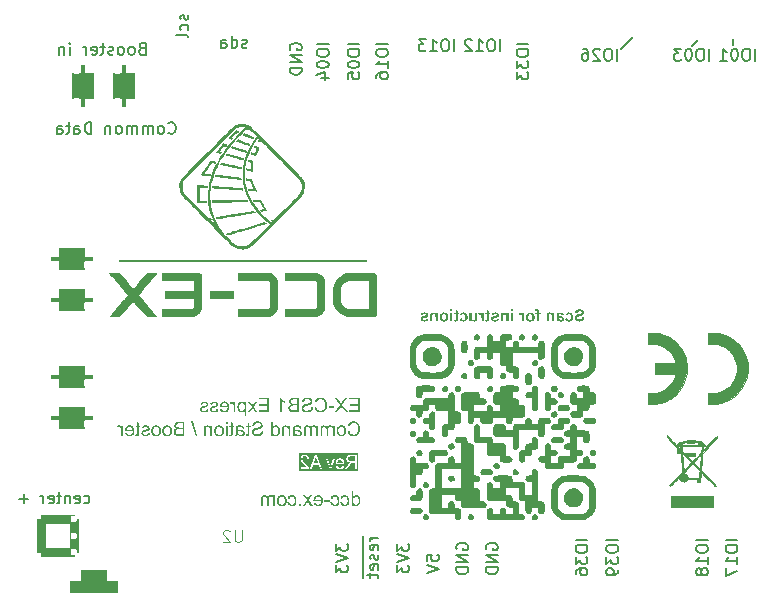
<source format=gbr>
%TF.GenerationSoftware,KiCad,Pcbnew,8.0.5*%
%TF.CreationDate,2024-10-03T19:56:58-04:00*%
%TF.ProjectId,EX-CSB1,45582d43-5342-4312-9e6b-696361645f70,rev?*%
%TF.SameCoordinates,Original*%
%TF.FileFunction,Legend,Bot*%
%TF.FilePolarity,Positive*%
%FSLAX46Y46*%
G04 Gerber Fmt 4.6, Leading zero omitted, Abs format (unit mm)*
G04 Created by KiCad (PCBNEW 8.0.5) date 2024-10-03 19:56:58*
%MOMM*%
%LPD*%
G01*
G04 APERTURE LIST*
G04 Aperture macros list*
%AMRoundRect*
0 Rectangle with rounded corners*
0 $1 Rounding radius*
0 $2 $3 $4 $5 $6 $7 $8 $9 X,Y pos of 4 corners*
0 Add a 4 corners polygon primitive as box body*
4,1,4,$2,$3,$4,$5,$6,$7,$8,$9,$2,$3,0*
0 Add four circle primitives for the rounded corners*
1,1,$1+$1,$2,$3*
1,1,$1+$1,$4,$5*
1,1,$1+$1,$6,$7*
1,1,$1+$1,$8,$9*
0 Add four rect primitives between the rounded corners*
20,1,$1+$1,$2,$3,$4,$5,0*
20,1,$1+$1,$4,$5,$6,$7,0*
20,1,$1+$1,$6,$7,$8,$9,0*
20,1,$1+$1,$8,$9,$2,$3,0*%
G04 Aperture macros list end*
%ADD10C,0.100000*%
%ADD11C,0.150000*%
%ADD12C,0.240000*%
%ADD13C,0.010000*%
%ADD14C,0.000000*%
%ADD15C,3.500000*%
%ADD16C,0.600000*%
%ADD17RoundRect,0.720000X-1.080000X0.180000X-1.080000X-0.180000X1.080000X-0.180000X1.080000X0.180000X0*%
%ADD18R,1.700000X1.700000*%
%ADD19O,1.700000X1.700000*%
%ADD20C,0.650000*%
%ADD21O,2.100000X1.000000*%
%ADD22O,1.800000X1.000000*%
%ADD23RoundRect,0.720000X0.180000X1.080000X-0.180000X1.080000X-0.180000X-1.080000X0.180000X-1.080000X0*%
%ADD24R,3.500000X3.500000*%
%ADD25RoundRect,0.350000X-1.400000X-1.400000X1.400000X-1.400000X1.400000X1.400000X-1.400000X1.400000X0*%
%ADD26RoundRect,0.875000X-1.125000X-0.875000X1.125000X-0.875000X1.125000X0.875000X-1.125000X0.875000X0*%
G04 APERTURE END LIST*
D10*
X21870315Y7782381D02*
X21870315Y6972858D01*
X21870315Y6972858D02*
X21822696Y6877620D01*
X21822696Y6877620D02*
X21775077Y6830000D01*
X21775077Y6830000D02*
X21679839Y6782381D01*
X21679839Y6782381D02*
X21489363Y6782381D01*
X21489363Y6782381D02*
X21394125Y6830000D01*
X21394125Y6830000D02*
X21346506Y6877620D01*
X21346506Y6877620D02*
X21298887Y6972858D01*
X21298887Y6972858D02*
X21298887Y7782381D01*
X20870315Y7687143D02*
X20822696Y7734762D01*
X20822696Y7734762D02*
X20727458Y7782381D01*
X20727458Y7782381D02*
X20489363Y7782381D01*
X20489363Y7782381D02*
X20394125Y7734762D01*
X20394125Y7734762D02*
X20346506Y7687143D01*
X20346506Y7687143D02*
X20298887Y7591905D01*
X20298887Y7591905D02*
X20298887Y7496667D01*
X20298887Y7496667D02*
X20346506Y7353810D01*
X20346506Y7353810D02*
X20917934Y6782381D01*
X20917934Y6782381D02*
X20298887Y6782381D01*
D11*
X60500000Y49300000D02*
X60000000Y48800000D01*
X55000000Y49500000D02*
X54000000Y48500000D01*
X63500000Y49400000D02*
X63500000Y48900000D01*
X31854819Y48976190D02*
X30854819Y48976190D01*
X30854819Y48309524D02*
X30854819Y48119048D01*
X30854819Y48119048D02*
X30902438Y48023810D01*
X30902438Y48023810D02*
X30997676Y47928572D01*
X30997676Y47928572D02*
X31188152Y47880953D01*
X31188152Y47880953D02*
X31521485Y47880953D01*
X31521485Y47880953D02*
X31711961Y47928572D01*
X31711961Y47928572D02*
X31807200Y48023810D01*
X31807200Y48023810D02*
X31854819Y48119048D01*
X31854819Y48119048D02*
X31854819Y48309524D01*
X31854819Y48309524D02*
X31807200Y48404762D01*
X31807200Y48404762D02*
X31711961Y48500000D01*
X31711961Y48500000D02*
X31521485Y48547619D01*
X31521485Y48547619D02*
X31188152Y48547619D01*
X31188152Y48547619D02*
X30997676Y48500000D01*
X30997676Y48500000D02*
X30902438Y48404762D01*
X30902438Y48404762D02*
X30854819Y48309524D01*
X30854819Y47261905D02*
X30854819Y47166667D01*
X30854819Y47166667D02*
X30902438Y47071429D01*
X30902438Y47071429D02*
X30950057Y47023810D01*
X30950057Y47023810D02*
X31045295Y46976191D01*
X31045295Y46976191D02*
X31235771Y46928572D01*
X31235771Y46928572D02*
X31473866Y46928572D01*
X31473866Y46928572D02*
X31664342Y46976191D01*
X31664342Y46976191D02*
X31759580Y47023810D01*
X31759580Y47023810D02*
X31807200Y47071429D01*
X31807200Y47071429D02*
X31854819Y47166667D01*
X31854819Y47166667D02*
X31854819Y47261905D01*
X31854819Y47261905D02*
X31807200Y47357143D01*
X31807200Y47357143D02*
X31759580Y47404762D01*
X31759580Y47404762D02*
X31664342Y47452381D01*
X31664342Y47452381D02*
X31473866Y47500000D01*
X31473866Y47500000D02*
X31235771Y47500000D01*
X31235771Y47500000D02*
X31045295Y47452381D01*
X31045295Y47452381D02*
X30950057Y47404762D01*
X30950057Y47404762D02*
X30902438Y47357143D01*
X30902438Y47357143D02*
X30854819Y47261905D01*
X30854819Y46023810D02*
X30854819Y46500000D01*
X30854819Y46500000D02*
X31331009Y46547619D01*
X31331009Y46547619D02*
X31283390Y46500000D01*
X31283390Y46500000D02*
X31235771Y46404762D01*
X31235771Y46404762D02*
X31235771Y46166667D01*
X31235771Y46166667D02*
X31283390Y46071429D01*
X31283390Y46071429D02*
X31331009Y46023810D01*
X31331009Y46023810D02*
X31426247Y45976191D01*
X31426247Y45976191D02*
X31664342Y45976191D01*
X31664342Y45976191D02*
X31759580Y46023810D01*
X31759580Y46023810D02*
X31807200Y46071429D01*
X31807200Y46071429D02*
X31854819Y46166667D01*
X31854819Y46166667D02*
X31854819Y46404762D01*
X31854819Y46404762D02*
X31807200Y46500000D01*
X31807200Y46500000D02*
X31759580Y46547619D01*
X22319047Y48692800D02*
X22223809Y48645181D01*
X22223809Y48645181D02*
X22033333Y48645181D01*
X22033333Y48645181D02*
X21938095Y48692800D01*
X21938095Y48692800D02*
X21890476Y48788039D01*
X21890476Y48788039D02*
X21890476Y48835658D01*
X21890476Y48835658D02*
X21938095Y48930896D01*
X21938095Y48930896D02*
X22033333Y48978515D01*
X22033333Y48978515D02*
X22176190Y48978515D01*
X22176190Y48978515D02*
X22271428Y49026134D01*
X22271428Y49026134D02*
X22319047Y49121372D01*
X22319047Y49121372D02*
X22319047Y49168991D01*
X22319047Y49168991D02*
X22271428Y49264229D01*
X22271428Y49264229D02*
X22176190Y49311848D01*
X22176190Y49311848D02*
X22033333Y49311848D01*
X22033333Y49311848D02*
X21938095Y49264229D01*
X21033333Y48645181D02*
X21033333Y49645181D01*
X21033333Y48692800D02*
X21128571Y48645181D01*
X21128571Y48645181D02*
X21319047Y48645181D01*
X21319047Y48645181D02*
X21414285Y48692800D01*
X21414285Y48692800D02*
X21461904Y48740420D01*
X21461904Y48740420D02*
X21509523Y48835658D01*
X21509523Y48835658D02*
X21509523Y49121372D01*
X21509523Y49121372D02*
X21461904Y49216610D01*
X21461904Y49216610D02*
X21414285Y49264229D01*
X21414285Y49264229D02*
X21319047Y49311848D01*
X21319047Y49311848D02*
X21128571Y49311848D01*
X21128571Y49311848D02*
X21033333Y49264229D01*
X20128571Y48645181D02*
X20128571Y49168991D01*
X20128571Y49168991D02*
X20176190Y49264229D01*
X20176190Y49264229D02*
X20271428Y49311848D01*
X20271428Y49311848D02*
X20461904Y49311848D01*
X20461904Y49311848D02*
X20557142Y49264229D01*
X20128571Y48692800D02*
X20223809Y48645181D01*
X20223809Y48645181D02*
X20461904Y48645181D01*
X20461904Y48645181D02*
X20557142Y48692800D01*
X20557142Y48692800D02*
X20604761Y48788039D01*
X20604761Y48788039D02*
X20604761Y48883277D01*
X20604761Y48883277D02*
X20557142Y48978515D01*
X20557142Y48978515D02*
X20461904Y49026134D01*
X20461904Y49026134D02*
X20223809Y49026134D01*
X20223809Y49026134D02*
X20128571Y49073753D01*
G36*
X31870350Y17782000D02*
G01*
X31870350Y19001261D01*
X30996644Y19001261D01*
X30996644Y18860577D01*
X31710615Y18860577D01*
X31710615Y18476041D01*
X31042073Y18476041D01*
X31042073Y18335357D01*
X31710615Y18335357D01*
X31710615Y17922684D01*
X30968508Y17922684D01*
X30968508Y17782000D01*
X31870350Y17782000D01*
G37*
G36*
X30877063Y17782000D02*
G01*
X30409582Y18417423D01*
X30821669Y19001261D01*
X30631452Y19001261D01*
X30411927Y18691463D01*
X30376643Y18640724D01*
X30342020Y18588217D01*
X30314914Y18542866D01*
X30282477Y18593149D01*
X30245836Y18645081D01*
X30219073Y18680619D01*
X29976100Y19001261D01*
X29802004Y19001261D01*
X30226693Y18426509D01*
X29769177Y17782000D01*
X29967014Y17782000D01*
X30270950Y18213138D01*
X30303648Y18262185D01*
X30323706Y18294031D01*
X30354665Y18244183D01*
X30381445Y18203173D01*
X30684795Y17782000D01*
X30877063Y17782000D01*
G37*
G36*
X29711145Y18138400D02*
G01*
X29711145Y18288462D01*
X29255388Y18288462D01*
X29255388Y18138400D01*
X29711145Y18138400D01*
G37*
G36*
X28213155Y18213431D02*
G01*
X28053127Y18172984D01*
X28070841Y18112838D01*
X28092477Y18057328D01*
X28123616Y17996837D01*
X28160401Y17943022D01*
X28202833Y17895885D01*
X28234258Y17868169D01*
X28285218Y17832511D01*
X28340279Y17804230D01*
X28399441Y17783326D01*
X28462704Y17769801D01*
X28530068Y17763653D01*
X28553434Y17763243D01*
X28612744Y17765196D01*
X28679211Y17772697D01*
X28740548Y17785825D01*
X28796753Y17804578D01*
X28855839Y17833567D01*
X28871438Y17843257D01*
X28922118Y17881685D01*
X28967216Y17926957D01*
X29006732Y17979074D01*
X29040667Y18038034D01*
X29057551Y18074799D01*
X29079265Y18132515D01*
X29096487Y18191797D01*
X29109216Y18252646D01*
X29117452Y18315061D01*
X29121196Y18379041D01*
X29121445Y18400716D01*
X29118911Y18470227D01*
X29111306Y18536317D01*
X29098632Y18598986D01*
X29080889Y18658234D01*
X29058076Y18714061D01*
X29049345Y18731910D01*
X29014884Y18790462D01*
X28974588Y18842506D01*
X28928458Y18888043D01*
X28876494Y18927072D01*
X28844181Y18946453D01*
X28784575Y18975118D01*
X28722445Y18996742D01*
X28657790Y19011326D01*
X28590611Y19018869D01*
X28551090Y19020019D01*
X28485086Y19016732D01*
X28423141Y19006871D01*
X28365257Y18990436D01*
X28302856Y18962953D01*
X28245981Y18926522D01*
X28195460Y18881971D01*
X28152119Y18830127D01*
X28120685Y18779885D01*
X28094526Y18724285D01*
X28073644Y18663326D01*
X28231327Y18626104D01*
X28251487Y18681582D01*
X28278991Y18736399D01*
X28315627Y18787121D01*
X28353253Y18822475D01*
X28407269Y18854933D01*
X28469299Y18875369D01*
X28531978Y18883483D01*
X28554314Y18884024D01*
X28613048Y18880799D01*
X28674849Y18869212D01*
X28730971Y18849200D01*
X28787321Y18816613D01*
X28835531Y18775055D01*
X28874977Y18726216D01*
X28905660Y18670098D01*
X28918919Y18635776D01*
X28935461Y18578605D01*
X28947276Y18520518D01*
X28954365Y18461515D01*
X28956728Y18401596D01*
X28954582Y18335400D01*
X28948145Y18272992D01*
X28937416Y18214370D01*
X28919899Y18152010D01*
X28911885Y18129900D01*
X28886221Y18075660D01*
X28849949Y18023354D01*
X28805840Y17980276D01*
X28772080Y17956683D01*
X28717436Y17928914D01*
X28660334Y17910233D01*
X28600774Y17900640D01*
X28566623Y17899237D01*
X28502070Y17904183D01*
X28442646Y17919021D01*
X28388351Y17943750D01*
X28339184Y17978372D01*
X28296356Y18022738D01*
X28261076Y18076704D01*
X28236396Y18131798D01*
X28217494Y18194240D01*
X28213155Y18213431D01*
G37*
G36*
X27917426Y18181191D02*
G01*
X27766777Y18194673D01*
X27755997Y18133606D01*
X27736653Y18076151D01*
X27716951Y18039335D01*
X27677930Y17993862D01*
X27629289Y17958670D01*
X27595318Y17941149D01*
X27536106Y17919957D01*
X27478128Y17908325D01*
X27416201Y17903963D01*
X27409792Y17903927D01*
X27349452Y17907147D01*
X27289393Y17918008D01*
X27248298Y17931184D01*
X27193705Y17959162D01*
X27148349Y18000616D01*
X27143958Y18006509D01*
X27117201Y18059979D01*
X27109666Y18111142D01*
X27120145Y18170895D01*
X27142785Y18211086D01*
X27186383Y18250654D01*
X27242202Y18279505D01*
X27251522Y18283187D01*
X27310498Y18302148D01*
X27374110Y18319356D01*
X27436473Y18335048D01*
X27466651Y18342391D01*
X27525576Y18357394D01*
X27585467Y18374480D01*
X27642235Y18393458D01*
X27699952Y18418595D01*
X27754200Y18452793D01*
X27798058Y18492117D01*
X27828912Y18532315D01*
X27854810Y18585401D01*
X27868754Y18643103D01*
X27871411Y18684136D01*
X27865281Y18746154D01*
X27846890Y18805263D01*
X27819533Y18856474D01*
X27782290Y18902887D01*
X27735773Y18941745D01*
X27679983Y18973046D01*
X27667712Y18978400D01*
X27609873Y18998518D01*
X27548464Y19012053D01*
X27483484Y19019003D01*
X27445842Y19020019D01*
X27380702Y19017289D01*
X27319519Y19009101D01*
X27262293Y18995454D01*
X27209024Y18976348D01*
X27155077Y18948679D01*
X27103947Y18910268D01*
X27062090Y18863786D01*
X27051341Y18848267D01*
X27021728Y18793152D01*
X27002133Y18733687D01*
X26992556Y18669871D01*
X26991843Y18656585D01*
X27145130Y18644862D01*
X27156737Y18705650D01*
X27180620Y18762643D01*
X27220246Y18812508D01*
X27228954Y18820130D01*
X27280108Y18851351D01*
X27337501Y18869564D01*
X27397548Y18877889D01*
X27439394Y18879335D01*
X27499108Y18876768D01*
X27558147Y18867550D01*
X27618139Y18846598D01*
X27651006Y18825699D01*
X27691370Y18782560D01*
X27714916Y18724312D01*
X27717244Y18696739D01*
X27705448Y18636948D01*
X27670057Y18588881D01*
X27614607Y18556898D01*
X27554377Y18535209D01*
X27496991Y18518750D01*
X27429136Y18502126D01*
X27371211Y18488561D01*
X27309580Y18472981D01*
X27248537Y18455768D01*
X27187242Y18435163D01*
X27161543Y18424457D01*
X27106574Y18394861D01*
X27055775Y18357137D01*
X27012393Y18309756D01*
X27005912Y18300479D01*
X26977210Y18246194D01*
X26960423Y18186506D01*
X26955500Y18127555D01*
X26960909Y18068010D01*
X26977138Y18010639D01*
X27004186Y17955444D01*
X27010894Y17944666D01*
X27050055Y17894715D01*
X27098661Y17852205D01*
X27150483Y17820309D01*
X27169457Y17811017D01*
X27229694Y17787923D01*
X27286663Y17773740D01*
X27346857Y17765529D01*
X27402171Y17763243D01*
X27461855Y17764963D01*
X27526773Y17771321D01*
X27586613Y17782362D01*
X27648785Y17800717D01*
X27677384Y17812189D01*
X27729792Y17839721D01*
X27781614Y17878008D01*
X27825877Y17924039D01*
X27851187Y17959028D01*
X27881903Y18016297D01*
X27903161Y18077647D01*
X27914115Y18135606D01*
X27917426Y18181191D01*
G37*
G36*
X26750043Y17782000D02*
G01*
X26289303Y17782000D01*
X26275009Y17782081D01*
X26214172Y17784425D01*
X26153264Y17790836D01*
X26094397Y17802517D01*
X26070143Y17809492D01*
X26013243Y17832048D01*
X25961920Y17863480D01*
X25942734Y17879843D01*
X25902615Y17927319D01*
X25873406Y17978372D01*
X25857763Y18016345D01*
X25842678Y18076122D01*
X25837719Y18138400D01*
X26003246Y18138400D01*
X26007846Y18088720D01*
X26027279Y18032594D01*
X26045194Y18003722D01*
X26088242Y17962838D01*
X26124090Y17944445D01*
X26180566Y17928546D01*
X26230407Y17923806D01*
X26289303Y17922684D01*
X26590015Y17922684D01*
X26590015Y18354115D01*
X26310699Y18354115D01*
X26256349Y18352796D01*
X26192684Y18346675D01*
X26133965Y18333012D01*
X26079157Y18304436D01*
X26037831Y18260326D01*
X26035703Y18257066D01*
X26010845Y18200078D01*
X26003246Y18138400D01*
X25837719Y18138400D01*
X25837649Y18139279D01*
X25837879Y18152648D01*
X25845934Y18216092D01*
X25865494Y18273869D01*
X25896561Y18325978D01*
X25908052Y18340409D01*
X25952794Y18382632D01*
X26007440Y18415811D01*
X26065088Y18437939D01*
X26025283Y18460525D01*
X25975672Y18500519D01*
X25938180Y18547848D01*
X25923836Y18573766D01*
X25902940Y18632043D01*
X25898076Y18674757D01*
X26053658Y18674757D01*
X26059548Y18623201D01*
X26084432Y18568951D01*
X26122827Y18532974D01*
X26176463Y18508867D01*
X26207122Y18502067D01*
X26268271Y18496173D01*
X26328870Y18494799D01*
X26590015Y18494799D01*
X26590015Y18860577D01*
X26348508Y18860577D01*
X26288222Y18859514D01*
X26226312Y18855198D01*
X26164739Y18843578D01*
X26125272Y18825025D01*
X26082381Y18780856D01*
X26061764Y18734771D01*
X26053658Y18674757D01*
X25898076Y18674757D01*
X25895974Y18693222D01*
X25899730Y18739322D01*
X25916423Y18799057D01*
X25943455Y18852077D01*
X25976680Y18895812D01*
X26021426Y18934928D01*
X26074760Y18964624D01*
X26113928Y18978900D01*
X26171993Y18992102D01*
X26230886Y18998971D01*
X26296630Y19001261D01*
X26750043Y19001261D01*
X26750043Y17782000D01*
G37*
G36*
X25125144Y17782000D02*
G01*
X25273448Y17782000D01*
X25273448Y18732203D01*
X25318374Y18693295D01*
X25367810Y18657629D01*
X25414132Y18628449D01*
X25466791Y18598727D01*
X25520683Y18571852D01*
X25570350Y18551072D01*
X25570350Y18701135D01*
X25517354Y18727688D01*
X25460462Y18760885D01*
X25407490Y18797123D01*
X25358439Y18836402D01*
X25352583Y18841526D01*
X25309389Y18882394D01*
X25268940Y18927626D01*
X25234113Y18976959D01*
X25220692Y19001261D01*
X25125144Y19001261D01*
X25125144Y17782000D01*
G37*
G36*
X24219491Y17782000D02*
G01*
X24219491Y19001261D01*
X23345786Y19001261D01*
X23345786Y18860577D01*
X24059757Y18860577D01*
X24059757Y18476041D01*
X23391215Y18476041D01*
X23391215Y18335357D01*
X24059757Y18335357D01*
X24059757Y17922684D01*
X23317649Y17922684D01*
X23317649Y17782000D01*
X24219491Y17782000D01*
G37*
G36*
X23221222Y17782000D02*
G01*
X22901459Y18240102D01*
X23197189Y18663619D01*
X23011662Y18663619D01*
X22877426Y18456990D01*
X22845200Y18405947D01*
X22816463Y18358218D01*
X22783679Y18406832D01*
X22749638Y18455231D01*
X22602213Y18663619D01*
X22424893Y18663619D01*
X22727363Y18248602D01*
X22401739Y17782000D01*
X22584041Y17782000D01*
X22763706Y18056041D01*
X22811480Y18129900D01*
X23041557Y17782000D01*
X23221222Y17782000D01*
G37*
G36*
X21919940Y18681554D02*
G01*
X21982116Y18671713D01*
X22039771Y18648672D01*
X22065468Y18632327D01*
X22110067Y18593488D01*
X22147628Y18547848D01*
X22147628Y18663619D01*
X22282743Y18663619D01*
X22282743Y17444359D01*
X22134439Y17444359D01*
X22134439Y17873738D01*
X22132055Y17870768D01*
X22088312Y17827611D01*
X22037719Y17794603D01*
X22022684Y17787253D01*
X21966384Y17769245D01*
X21904362Y17763243D01*
X21885433Y17763748D01*
X21823563Y17772723D01*
X21763583Y17792919D01*
X21711215Y17820689D01*
X21683529Y17839956D01*
X21639103Y17880803D01*
X21601633Y17929580D01*
X21571117Y17986285D01*
X21549960Y18042046D01*
X21534847Y18101177D01*
X21525780Y18163679D01*
X21522757Y18229551D01*
X21522767Y18229844D01*
X21674579Y18229844D01*
X21674855Y18208150D01*
X21678993Y18147394D01*
X21690099Y18084717D01*
X21711069Y18023905D01*
X21745214Y17969286D01*
X21754118Y17959100D01*
X21801968Y17918027D01*
X21855371Y17893383D01*
X21914327Y17885169D01*
X21977832Y17894762D01*
X22034548Y17923542D01*
X22080217Y17966355D01*
X22088487Y17976849D01*
X22119097Y18032630D01*
X22137237Y18093968D01*
X22146107Y18156716D01*
X22148508Y18217241D01*
X22148222Y18238139D01*
X22142735Y18306322D01*
X22130263Y18366791D01*
X22107456Y18426454D01*
X22075528Y18476041D01*
X22066321Y18486830D01*
X22022791Y18526769D01*
X21970401Y18554612D01*
X21907879Y18565141D01*
X21845210Y18555236D01*
X21788982Y18525521D01*
X21743455Y18481317D01*
X21735115Y18470546D01*
X21704241Y18413915D01*
X21685946Y18352366D01*
X21677000Y18289855D01*
X21674579Y18229844D01*
X21522767Y18229844D01*
X21524293Y18275991D01*
X21531116Y18335699D01*
X21545318Y18399850D01*
X21566428Y18460800D01*
X21574987Y18480167D01*
X21605116Y18533258D01*
X21646424Y18583438D01*
X21695974Y18624345D01*
X21712256Y18634716D01*
X21769912Y18661919D01*
X21832778Y18677787D01*
X21893811Y18682377D01*
X21919940Y18681554D01*
G37*
G36*
X21350127Y17782000D02*
G01*
X21350127Y18663619D01*
X21216477Y18663619D01*
X21216477Y18528504D01*
X21185376Y18581038D01*
X21147255Y18630589D01*
X21122394Y18652482D01*
X21067784Y18677443D01*
X21026847Y18682377D01*
X20965497Y18674444D01*
X20908179Y18653040D01*
X20874439Y18634310D01*
X20925437Y18495678D01*
X20979952Y18519638D01*
X21034467Y18527625D01*
X21094033Y18514876D01*
X21121808Y18498023D01*
X21161467Y18452456D01*
X21176909Y18416543D01*
X21192091Y18354871D01*
X21199852Y18294644D01*
X21201822Y18242740D01*
X21201822Y17782000D01*
X21350127Y17782000D01*
G37*
G36*
X20452233Y18681899D02*
G01*
X20516300Y18674720D01*
X20575606Y18658928D01*
X20630152Y18634521D01*
X20679937Y18601500D01*
X20724963Y18559865D01*
X20757723Y18519154D01*
X20789707Y18463897D01*
X20813695Y18401654D01*
X20827577Y18344449D01*
X20835906Y18282391D01*
X20838682Y18215483D01*
X20837693Y18176096D01*
X20831648Y18114183D01*
X20817140Y18046046D01*
X20794718Y17984627D01*
X20764383Y17929927D01*
X20726135Y17881945D01*
X20711756Y17867571D01*
X20664897Y17830013D01*
X20612453Y17800801D01*
X20554425Y17779935D01*
X20490811Y17767416D01*
X20421613Y17763243D01*
X20402774Y17763531D01*
X20340173Y17769085D01*
X20282761Y17781707D01*
X20223501Y17804788D01*
X20171020Y17837102D01*
X20164944Y17841776D01*
X20120682Y17883377D01*
X20084151Y17932451D01*
X20055350Y17989000D01*
X20036491Y18044610D01*
X20190071Y18063368D01*
X20205967Y18025018D01*
X20238569Y17970565D01*
X20281515Y17927667D01*
X20300138Y17915424D01*
X20358450Y17892183D01*
X20420734Y17885169D01*
X20434295Y17885461D01*
X20497876Y17895679D01*
X20554417Y17920494D01*
X20603916Y17959907D01*
X20636486Y18001544D01*
X20663405Y18058239D01*
X20678691Y18117394D01*
X20685395Y18175915D01*
X20032387Y18175915D01*
X20031801Y18216362D01*
X20033542Y18270204D01*
X20036646Y18297841D01*
X20188312Y18297841D01*
X20677189Y18297841D01*
X20675216Y18319840D01*
X20662777Y18380768D01*
X20637480Y18439547D01*
X20600106Y18488937D01*
X20595714Y18493337D01*
X20548304Y18529653D01*
X20488814Y18553467D01*
X20428061Y18560451D01*
X20400506Y18559050D01*
X20343295Y18545650D01*
X20287505Y18514119D01*
X20244293Y18470765D01*
X20214851Y18419520D01*
X20196769Y18358207D01*
X20188312Y18297841D01*
X20036646Y18297841D01*
X20040611Y18333140D01*
X20053119Y18391224D01*
X20075307Y18454522D01*
X20105326Y18510833D01*
X20143176Y18560158D01*
X20187099Y18601694D01*
X20244072Y18639290D01*
X20307216Y18665190D01*
X20366251Y18678081D01*
X20429819Y18682377D01*
X20452233Y18681899D01*
G37*
G36*
X19914272Y18040507D02*
G01*
X19767433Y18063368D01*
X19752018Y18004388D01*
X19721365Y17953237D01*
X19698849Y17931184D01*
X19645488Y17901391D01*
X19583094Y17887371D01*
X19540873Y17885169D01*
X19482095Y17889262D01*
X19425162Y17904979D01*
X19389052Y17927081D01*
X19351903Y17972950D01*
X19339519Y18026146D01*
X19358453Y18083481D01*
X19383483Y18106160D01*
X19441430Y18130396D01*
X19499395Y18147512D01*
X19535011Y18156864D01*
X19592707Y18171970D01*
X19651110Y18188604D01*
X19712105Y18208423D01*
X19761278Y18228379D01*
X19813657Y18261704D01*
X19854763Y18308323D01*
X19856826Y18311617D01*
X19881226Y18367744D01*
X19889359Y18429439D01*
X19881832Y18489323D01*
X19862688Y18538176D01*
X19828807Y18586547D01*
X19789708Y18621121D01*
X19736631Y18650156D01*
X19695332Y18664499D01*
X19637411Y18677332D01*
X19575755Y18682307D01*
X19567251Y18682377D01*
X19505261Y18679515D01*
X19442825Y18669755D01*
X19386414Y18653068D01*
X19329793Y18625820D01*
X19283856Y18588794D01*
X19271229Y18573640D01*
X19241485Y18519184D01*
X19224041Y18459903D01*
X19220231Y18439405D01*
X19365311Y18419767D01*
X19384436Y18478752D01*
X19422464Y18523229D01*
X19475543Y18549946D01*
X19535401Y18559870D01*
X19556407Y18560451D01*
X19619804Y18556434D01*
X19676868Y18541327D01*
X19702367Y18526453D01*
X19739896Y18479375D01*
X19746037Y18446732D01*
X19727866Y18394562D01*
X19680357Y18358786D01*
X19671006Y18354701D01*
X19614073Y18337310D01*
X19553248Y18320251D01*
X19539994Y18316599D01*
X19475694Y18298864D01*
X19413371Y18280381D01*
X19357490Y18261864D01*
X19320468Y18247430D01*
X19267867Y18216805D01*
X19224819Y18172356D01*
X19222576Y18169174D01*
X19197121Y18115615D01*
X19187424Y18055749D01*
X19187112Y18041679D01*
X19194271Y17982406D01*
X19215748Y17926034D01*
X19230489Y17900996D01*
X19268243Y17855919D01*
X19316878Y17819168D01*
X19355346Y17799293D01*
X19413926Y17778768D01*
X19471629Y17767502D01*
X19533567Y17763278D01*
X19539994Y17763243D01*
X19601107Y17765695D01*
X19665191Y17774755D01*
X19728915Y17793284D01*
X19782491Y17820532D01*
X19799966Y17832998D01*
X19845149Y17877733D01*
X19880131Y17933133D01*
X19902662Y17991330D01*
X19914272Y18040507D01*
G37*
G36*
X19074858Y18040507D02*
G01*
X18928019Y18063368D01*
X18912604Y18004388D01*
X18881952Y17953237D01*
X18859436Y17931184D01*
X18806074Y17901391D01*
X18743680Y17887371D01*
X18701459Y17885169D01*
X18642681Y17889262D01*
X18585748Y17904979D01*
X18549638Y17927081D01*
X18512489Y17972950D01*
X18500106Y18026146D01*
X18519039Y18083481D01*
X18544069Y18106160D01*
X18602016Y18130396D01*
X18659982Y18147512D01*
X18695598Y18156864D01*
X18753293Y18171970D01*
X18811697Y18188604D01*
X18872691Y18208423D01*
X18921864Y18228379D01*
X18974243Y18261704D01*
X19015349Y18308323D01*
X19017412Y18311617D01*
X19041812Y18367744D01*
X19049945Y18429439D01*
X19042418Y18489323D01*
X19023274Y18538176D01*
X18989393Y18586547D01*
X18950294Y18621121D01*
X18897217Y18650156D01*
X18855919Y18664499D01*
X18797997Y18677332D01*
X18736341Y18682307D01*
X18727838Y18682377D01*
X18665848Y18679515D01*
X18603411Y18669755D01*
X18547000Y18653068D01*
X18490379Y18625820D01*
X18444442Y18588794D01*
X18431815Y18573640D01*
X18402071Y18519184D01*
X18384628Y18459903D01*
X18380817Y18439405D01*
X18525898Y18419767D01*
X18545022Y18478752D01*
X18583050Y18523229D01*
X18636129Y18549946D01*
X18695987Y18559870D01*
X18716993Y18560451D01*
X18780390Y18556434D01*
X18837454Y18541327D01*
X18862953Y18526453D01*
X18900482Y18479375D01*
X18906623Y18446732D01*
X18888452Y18394562D01*
X18840943Y18358786D01*
X18831592Y18354701D01*
X18774659Y18337310D01*
X18713834Y18320251D01*
X18700580Y18316599D01*
X18636280Y18298864D01*
X18573957Y18280381D01*
X18518076Y18261864D01*
X18481055Y18247430D01*
X18428453Y18216805D01*
X18385405Y18172356D01*
X18383162Y18169174D01*
X18357707Y18115615D01*
X18348010Y18055749D01*
X18347698Y18041679D01*
X18354857Y17982406D01*
X18376334Y17926034D01*
X18391076Y17900996D01*
X18428829Y17855919D01*
X18477464Y17819168D01*
X18515933Y17799293D01*
X18574512Y17778768D01*
X18632215Y17767502D01*
X18694153Y17763278D01*
X18700580Y17763243D01*
X18761693Y17765695D01*
X18825777Y17774755D01*
X18889501Y17793284D01*
X18943077Y17820532D01*
X18960552Y17832998D01*
X19005735Y17877733D01*
X19040717Y17933133D01*
X19063249Y17991330D01*
X19074858Y18040507D01*
G37*
G36*
X31011592Y16197431D02*
G01*
X30851564Y16156984D01*
X30869278Y16096838D01*
X30890914Y16041328D01*
X30922053Y15980837D01*
X30958838Y15927022D01*
X31001270Y15879885D01*
X31032695Y15852169D01*
X31083655Y15816511D01*
X31138716Y15788230D01*
X31197878Y15767326D01*
X31261141Y15753801D01*
X31328505Y15747653D01*
X31351871Y15747243D01*
X31411181Y15749196D01*
X31477648Y15756697D01*
X31538984Y15769825D01*
X31595189Y15788578D01*
X31654276Y15817567D01*
X31669875Y15827257D01*
X31720555Y15865685D01*
X31765653Y15910957D01*
X31805169Y15963074D01*
X31839104Y16022034D01*
X31855988Y16058799D01*
X31877702Y16116515D01*
X31894924Y16175797D01*
X31907653Y16236646D01*
X31915889Y16299061D01*
X31919633Y16363041D01*
X31919882Y16384716D01*
X31917347Y16454227D01*
X31909743Y16520317D01*
X31897069Y16582986D01*
X31879326Y16642234D01*
X31856513Y16698061D01*
X31847782Y16715910D01*
X31813321Y16774462D01*
X31773025Y16826506D01*
X31726895Y16872043D01*
X31674931Y16911072D01*
X31642618Y16930453D01*
X31583012Y16959118D01*
X31520882Y16980742D01*
X31456227Y16995326D01*
X31389048Y17002869D01*
X31349526Y17004019D01*
X31283522Y17000732D01*
X31221578Y16990871D01*
X31163694Y16974436D01*
X31101293Y16946953D01*
X31044418Y16910522D01*
X30993897Y16865971D01*
X30950556Y16814127D01*
X30919122Y16763885D01*
X30892963Y16708285D01*
X30872080Y16647326D01*
X31029764Y16610104D01*
X31049923Y16665582D01*
X31077428Y16720399D01*
X31114064Y16771121D01*
X31151690Y16806475D01*
X31205705Y16838933D01*
X31267736Y16859369D01*
X31330415Y16867483D01*
X31352750Y16868024D01*
X31411485Y16864799D01*
X31473286Y16853212D01*
X31529408Y16833200D01*
X31585758Y16800613D01*
X31633968Y16759055D01*
X31673414Y16710216D01*
X31704097Y16654098D01*
X31717356Y16619776D01*
X31733897Y16562605D01*
X31745713Y16504518D01*
X31752802Y16445515D01*
X31755165Y16385596D01*
X31753019Y16319400D01*
X31746582Y16256992D01*
X31735853Y16198370D01*
X31718336Y16136010D01*
X31710322Y16113900D01*
X31684658Y16059660D01*
X31648385Y16007354D01*
X31604277Y15964276D01*
X31570517Y15940683D01*
X31515873Y15912914D01*
X31458770Y15894233D01*
X31399211Y15884640D01*
X31365060Y15883237D01*
X31300507Y15888183D01*
X31241083Y15903021D01*
X31186787Y15927750D01*
X31137621Y15962372D01*
X31094793Y16006738D01*
X31059512Y16060704D01*
X31034833Y16115798D01*
X31015931Y16178240D01*
X31011592Y16197431D01*
G37*
G36*
X30364991Y16664852D02*
G01*
X30430950Y16654845D01*
X30492169Y16635496D01*
X30548647Y16606807D01*
X30600385Y16568778D01*
X30608715Y16561291D01*
X30653146Y16511186D01*
X30688056Y16452199D01*
X30709875Y16396258D01*
X30725082Y16334149D01*
X30733677Y16265872D01*
X30735793Y16206810D01*
X30734021Y16152753D01*
X30726821Y16089767D01*
X30714082Y16031876D01*
X30691486Y15969131D01*
X30660914Y15913723D01*
X30622367Y15865652D01*
X30607913Y15851313D01*
X30561257Y15813848D01*
X30509655Y15784708D01*
X30453106Y15763894D01*
X30391612Y15751405D01*
X30325172Y15747243D01*
X30289796Y15748552D01*
X30228320Y15757509D01*
X30169672Y15774951D01*
X30113853Y15800878D01*
X30084667Y15818790D01*
X30037830Y15856369D01*
X29998319Y15900810D01*
X29966135Y15952114D01*
X29954251Y15977571D01*
X29935237Y16035274D01*
X29923798Y16093186D01*
X29917213Y16158027D01*
X29915635Y16212086D01*
X30068131Y16212086D01*
X30068417Y16190744D01*
X30072710Y16130881D01*
X30084231Y16068933D01*
X30105984Y16008543D01*
X30141404Y15953872D01*
X30155469Y15938735D01*
X30207081Y15899030D01*
X30265963Y15875869D01*
X30325172Y15869169D01*
X30345720Y15869908D01*
X30409376Y15883051D01*
X30465590Y15912624D01*
X30509819Y15953286D01*
X30522914Y15969860D01*
X30551536Y16021362D01*
X30570999Y16083488D01*
X30580516Y16146564D01*
X30583092Y16207103D01*
X30582806Y16227980D01*
X30578513Y16286586D01*
X30566992Y16347328D01*
X30545239Y16406683D01*
X30509819Y16460627D01*
X30495746Y16475607D01*
X30443997Y16514900D01*
X30384806Y16537821D01*
X30325172Y16544451D01*
X30304936Y16543709D01*
X30242058Y16530520D01*
X30186222Y16500845D01*
X30141990Y16460041D01*
X30133046Y16449215D01*
X30099939Y16392790D01*
X30080320Y16332047D01*
X30070727Y16270722D01*
X30068131Y16212086D01*
X29915635Y16212086D01*
X29915430Y16219120D01*
X29916437Y16257614D01*
X29922592Y16318221D01*
X29937365Y16385094D01*
X29960195Y16445579D01*
X29991083Y16499675D01*
X30030029Y16547382D01*
X30044611Y16561792D01*
X30091450Y16599443D01*
X30142925Y16628727D01*
X30199037Y16649644D01*
X30259786Y16662194D01*
X30325172Y16666377D01*
X30364991Y16664852D01*
G37*
G36*
X29746023Y15766000D02*
G01*
X29746023Y16647619D01*
X29613253Y16647619D01*
X29613253Y16525693D01*
X29575415Y16573068D01*
X29528580Y16612316D01*
X29503930Y16627689D01*
X29449854Y16651265D01*
X29390503Y16663959D01*
X29348005Y16666377D01*
X29285263Y16661667D01*
X29226297Y16645785D01*
X29188563Y16626517D01*
X29141007Y16585524D01*
X29107588Y16532302D01*
X29100636Y16514849D01*
X29059523Y16566345D01*
X29014000Y16607187D01*
X28955316Y16641369D01*
X28890629Y16661050D01*
X28830406Y16666377D01*
X28768966Y16661834D01*
X28708868Y16645863D01*
X28653295Y16614631D01*
X28629931Y16593691D01*
X28592991Y16540774D01*
X28571443Y16480032D01*
X28561592Y16415607D01*
X28559882Y16370355D01*
X28559882Y15766000D01*
X28707600Y15766000D01*
X28707600Y16322581D01*
X28709620Y16382935D01*
X28718596Y16441224D01*
X28721962Y16451834D01*
X28754871Y16500688D01*
X28774425Y16515435D01*
X28829729Y16536887D01*
X28863232Y16539762D01*
X28922999Y16532420D01*
X28979746Y16507663D01*
X29016519Y16477626D01*
X29051227Y16426279D01*
X29070278Y16364271D01*
X29076946Y16304156D01*
X29077482Y16279204D01*
X29077482Y15766000D01*
X29226079Y15766000D01*
X29226079Y16340167D01*
X29230374Y16402789D01*
X29246522Y16461616D01*
X29262422Y16489643D01*
X29310050Y16527232D01*
X29370717Y16539566D01*
X29380831Y16539762D01*
X29441208Y16531409D01*
X29496896Y16506349D01*
X29542691Y16465463D01*
X29572448Y16413024D01*
X29573979Y16409043D01*
X29589350Y16347745D01*
X29595841Y16287822D01*
X29597719Y16224395D01*
X29597719Y15766000D01*
X29746023Y15766000D01*
G37*
G36*
X28347391Y15766000D02*
G01*
X28347391Y16647619D01*
X28214621Y16647619D01*
X28214621Y16525693D01*
X28176783Y16573068D01*
X28129948Y16612316D01*
X28105297Y16627689D01*
X28051222Y16651265D01*
X27991871Y16663959D01*
X27949373Y16666377D01*
X27886631Y16661667D01*
X27827664Y16645785D01*
X27789931Y16626517D01*
X27742375Y16585524D01*
X27708955Y16532302D01*
X27702004Y16514849D01*
X27660891Y16566345D01*
X27615368Y16607187D01*
X27556684Y16641369D01*
X27491997Y16661050D01*
X27431773Y16666377D01*
X27370334Y16661834D01*
X27310236Y16645863D01*
X27254663Y16614631D01*
X27231299Y16593691D01*
X27194359Y16540774D01*
X27172811Y16480032D01*
X27162960Y16415607D01*
X27161250Y16370355D01*
X27161250Y15766000D01*
X27308968Y15766000D01*
X27308968Y16322581D01*
X27310988Y16382935D01*
X27319964Y16441224D01*
X27323330Y16451834D01*
X27356239Y16500688D01*
X27375793Y16515435D01*
X27431097Y16536887D01*
X27464600Y16539762D01*
X27524367Y16532420D01*
X27581114Y16507663D01*
X27617886Y16477626D01*
X27652595Y16426279D01*
X27671646Y16364271D01*
X27678314Y16304156D01*
X27678849Y16279204D01*
X27678849Y15766000D01*
X27827447Y15766000D01*
X27827447Y16340167D01*
X27831741Y16402789D01*
X27847890Y16461616D01*
X27863790Y16489643D01*
X27911418Y16527232D01*
X27972085Y16539566D01*
X27982199Y16539762D01*
X28042576Y16531409D01*
X28098263Y16506349D01*
X28144059Y16465463D01*
X28173816Y16413024D01*
X28175346Y16409043D01*
X28190717Y16347745D01*
X28197209Y16287822D01*
X28199087Y16224395D01*
X28199087Y15766000D01*
X28347391Y15766000D01*
G37*
G36*
X26592619Y16666259D02*
G01*
X26653143Y16662810D01*
X26715333Y16653376D01*
X26777593Y16636189D01*
X26813114Y16621876D01*
X26865067Y16591596D01*
X26908605Y16550606D01*
X26932000Y16516688D01*
X26956991Y16462881D01*
X26973672Y16404940D01*
X26828591Y16385010D01*
X26822180Y16406442D01*
X26795776Y16464458D01*
X26754732Y16509280D01*
X26718239Y16527828D01*
X26660317Y16541017D01*
X26600273Y16544451D01*
X26541512Y16540487D01*
X26481594Y16524874D01*
X26431159Y16494333D01*
X26419085Y16481497D01*
X26395141Y16427448D01*
X26389247Y16367424D01*
X26389833Y16328736D01*
X26400828Y16325031D01*
X26459455Y16309153D01*
X26524141Y16296128D01*
X26590449Y16285574D01*
X26654495Y16277152D01*
X26665349Y16275793D01*
X26727413Y16266792D01*
X26786386Y16254584D01*
X26839525Y16235444D01*
X26893364Y16205345D01*
X26936083Y16167682D01*
X26969861Y16119176D01*
X26971665Y16115812D01*
X26992730Y16058962D01*
X26999170Y16000474D01*
X26998868Y15986780D01*
X26988289Y15922946D01*
X26962598Y15866841D01*
X26921794Y15818464D01*
X26878801Y15787305D01*
X26820494Y15762892D01*
X26759828Y15750651D01*
X26699924Y15747243D01*
X26656950Y15749074D01*
X26595098Y15758692D01*
X26536379Y15776552D01*
X26526794Y15780378D01*
X26473258Y15807234D01*
X26423387Y15840184D01*
X26377524Y15876789D01*
X26368684Y15824424D01*
X26347921Y15766000D01*
X26192876Y15766000D01*
X26215197Y15814502D01*
X26230685Y15871807D01*
X26232883Y15887972D01*
X26237096Y15949304D01*
X26238955Y16010016D01*
X26239835Y16073708D01*
X26240064Y16135003D01*
X26240064Y16156398D01*
X26389833Y16156398D01*
X26390420Y16126537D01*
X26396616Y16064562D01*
X26413867Y16006335D01*
X26424533Y15986407D01*
X26463610Y15937841D01*
X26512053Y15902288D01*
X26542086Y15887556D01*
X26602773Y15869796D01*
X26664460Y15864479D01*
X26685430Y15865107D01*
X26744663Y15875812D01*
X26796058Y15904633D01*
X26828245Y15946720D01*
X26840901Y16005163D01*
X26840180Y16019743D01*
X26820385Y16076970D01*
X26810467Y16090332D01*
X26761766Y16125917D01*
X26751407Y16130043D01*
X26693302Y16145540D01*
X26632220Y16156105D01*
X26565424Y16166570D01*
X26506341Y16177960D01*
X26448263Y16192111D01*
X26389833Y16211499D01*
X26389833Y16156398D01*
X26240064Y16156398D01*
X26240064Y16334012D01*
X26240092Y16346192D01*
X26241466Y16409225D01*
X26247391Y16471472D01*
X26262746Y16521232D01*
X26293699Y16573174D01*
X26295787Y16575670D01*
X26342406Y16613988D01*
X26396575Y16639706D01*
X26400994Y16641347D01*
X26460406Y16656975D01*
X26518922Y16664268D01*
X26578584Y16666377D01*
X26592619Y16666259D01*
G37*
G36*
X26014383Y15766000D02*
G01*
X26014383Y16647619D01*
X25881027Y16647619D01*
X25881027Y16523935D01*
X25841847Y16572343D01*
X25796630Y16610736D01*
X25736245Y16642869D01*
X25677945Y16659561D01*
X25613607Y16666238D01*
X25602297Y16666377D01*
X25540128Y16661637D01*
X25482216Y16647416D01*
X25456923Y16637654D01*
X25405160Y16609300D01*
X25361800Y16568377D01*
X25357565Y16562623D01*
X25328001Y16508457D01*
X25311257Y16452421D01*
X25304854Y16390893D01*
X25303123Y16326246D01*
X25303050Y16307340D01*
X25303050Y15766000D01*
X25451355Y15766000D01*
X25451355Y16303530D01*
X25453786Y16365601D01*
X25463665Y16424875D01*
X25468647Y16440111D01*
X25500796Y16489684D01*
X25530196Y16512504D01*
X25584570Y16534545D01*
X25633658Y16539762D01*
X25695694Y16532593D01*
X25751636Y16511086D01*
X25797203Y16479092D01*
X25833524Y16430497D01*
X25854712Y16368506D01*
X25863658Y16308333D01*
X25866079Y16248429D01*
X25866079Y15766000D01*
X26014383Y15766000D01*
G37*
G36*
X24521962Y16540934D02*
G01*
X24531996Y16554595D01*
X24572812Y16597142D01*
X24622492Y16631499D01*
X24642240Y16641547D01*
X24702026Y16660621D01*
X24763469Y16666377D01*
X24776907Y16666154D01*
X24841656Y16658340D01*
X24902341Y16639364D01*
X24958961Y16609225D01*
X24980114Y16594153D01*
X25027026Y16549623D01*
X25061954Y16501176D01*
X25089973Y16444800D01*
X25109079Y16389644D01*
X25122726Y16331447D01*
X25130914Y16270209D01*
X25133644Y16205931D01*
X25131344Y16148419D01*
X25123082Y16086297D01*
X25108812Y16028022D01*
X25085577Y15967061D01*
X25069505Y15935754D01*
X25035744Y15885028D01*
X24995770Y15841535D01*
X24949582Y15805275D01*
X24938526Y15798247D01*
X24881287Y15769911D01*
X24820786Y15752910D01*
X24757021Y15747243D01*
X24717866Y15749262D01*
X24655207Y15762516D01*
X24600009Y15788139D01*
X24552272Y15826133D01*
X24511997Y15876496D01*
X24511997Y15766000D01*
X24374537Y15766000D01*
X24374537Y16193914D01*
X24509652Y16193914D01*
X24509718Y16183720D01*
X24513902Y16116959D01*
X24524593Y16058249D01*
X24544779Y16001009D01*
X24577649Y15949183D01*
X24623010Y15906988D01*
X24679518Y15878623D01*
X24742953Y15869169D01*
X24748955Y15869251D01*
X24811687Y15880956D01*
X24863488Y15908789D01*
X24910308Y15952993D01*
X24918897Y15963806D01*
X24950690Y16020769D01*
X24969530Y16082809D01*
X24978742Y16145898D01*
X24981236Y16206517D01*
X24980977Y16228058D01*
X24977096Y16288271D01*
X24966682Y16350159D01*
X24947017Y16409863D01*
X24914997Y16462972D01*
X24910807Y16467985D01*
X24865413Y16509361D01*
X24808139Y16536494D01*
X24749401Y16544451D01*
X24736886Y16544120D01*
X24678056Y16532540D01*
X24625465Y16504416D01*
X24579115Y16459748D01*
X24562834Y16437065D01*
X24536786Y16382660D01*
X24521116Y16325168D01*
X24512094Y16258448D01*
X24509652Y16193914D01*
X24374537Y16193914D01*
X24374537Y16985261D01*
X24521962Y16985261D01*
X24521962Y16540934D01*
G37*
G36*
X23714495Y16165191D02*
G01*
X23563846Y16178673D01*
X23553066Y16117606D01*
X23533722Y16060151D01*
X23514020Y16023335D01*
X23474999Y15977862D01*
X23426358Y15942670D01*
X23392387Y15925149D01*
X23333175Y15903957D01*
X23275198Y15892325D01*
X23213271Y15887963D01*
X23206861Y15887927D01*
X23146521Y15891147D01*
X23086462Y15902008D01*
X23045367Y15915184D01*
X22990774Y15943162D01*
X22945419Y15984616D01*
X22941027Y15990509D01*
X22914270Y16043979D01*
X22906735Y16095142D01*
X22917214Y16154895D01*
X22939854Y16195086D01*
X22983452Y16234654D01*
X23039271Y16263505D01*
X23048591Y16267187D01*
X23107567Y16286148D01*
X23171179Y16303356D01*
X23233542Y16319048D01*
X23263720Y16326391D01*
X23322645Y16341394D01*
X23382536Y16358480D01*
X23439304Y16377458D01*
X23497021Y16402595D01*
X23551269Y16436793D01*
X23595127Y16476117D01*
X23625981Y16516315D01*
X23651879Y16569401D01*
X23665823Y16627103D01*
X23668480Y16668136D01*
X23662350Y16730154D01*
X23643960Y16789263D01*
X23616602Y16840474D01*
X23579359Y16886887D01*
X23532842Y16925745D01*
X23477052Y16957046D01*
X23464781Y16962400D01*
X23406942Y16982518D01*
X23345533Y16996053D01*
X23280553Y17003003D01*
X23242911Y17004019D01*
X23177771Y17001289D01*
X23116588Y16993101D01*
X23059362Y16979454D01*
X23006093Y16960348D01*
X22952146Y16932679D01*
X22901016Y16894268D01*
X22859159Y16847786D01*
X22848410Y16832267D01*
X22818797Y16777152D01*
X22799203Y16717687D01*
X22789626Y16653871D01*
X22788912Y16640585D01*
X22942199Y16628862D01*
X22953807Y16689650D01*
X22977689Y16746643D01*
X23017315Y16796508D01*
X23026023Y16804130D01*
X23077177Y16835351D01*
X23134570Y16853564D01*
X23194617Y16861889D01*
X23236463Y16863335D01*
X23296177Y16860768D01*
X23355216Y16851550D01*
X23415209Y16830598D01*
X23448075Y16809699D01*
X23488439Y16766560D01*
X23511985Y16708312D01*
X23514314Y16680739D01*
X23502517Y16620948D01*
X23467126Y16572881D01*
X23411677Y16540898D01*
X23351446Y16519209D01*
X23294060Y16502750D01*
X23226205Y16486126D01*
X23168280Y16472561D01*
X23106649Y16456981D01*
X23045607Y16439768D01*
X22984311Y16419163D01*
X22958612Y16408457D01*
X22903643Y16378861D01*
X22852844Y16341137D01*
X22809462Y16293756D01*
X22802981Y16284479D01*
X22774279Y16230194D01*
X22757492Y16170506D01*
X22752569Y16111555D01*
X22757979Y16052010D01*
X22774207Y15994639D01*
X22801255Y15939444D01*
X22807963Y15928666D01*
X22847124Y15878715D01*
X22895730Y15836205D01*
X22947552Y15804309D01*
X22966526Y15795017D01*
X23026763Y15771923D01*
X23083732Y15757740D01*
X23143926Y15749529D01*
X23199240Y15747243D01*
X23258924Y15748963D01*
X23323842Y15755321D01*
X23383682Y15766362D01*
X23445854Y15784717D01*
X23474453Y15796189D01*
X23526862Y15823721D01*
X23578683Y15862008D01*
X23622946Y15908039D01*
X23648256Y15943028D01*
X23678973Y16000297D01*
X23700230Y16061647D01*
X23711184Y16119606D01*
X23714495Y16165191D01*
G37*
G36*
X22235556Y15901995D02*
G01*
X22214160Y15766000D01*
X22273511Y15751932D01*
X22326121Y15747243D01*
X22385849Y15751499D01*
X22442892Y15768425D01*
X22451564Y15773035D01*
X22496947Y15811938D01*
X22514286Y15841325D01*
X22527118Y15901436D01*
X22531309Y15964336D01*
X22532164Y16019231D01*
X22532164Y16530383D01*
X22641194Y16530383D01*
X22641194Y16647619D01*
X22532164Y16647619D01*
X22532164Y16860404D01*
X22384739Y16947745D01*
X22384739Y16647619D01*
X22235556Y16647619D01*
X22235556Y16530383D01*
X22384739Y16530383D01*
X22384739Y16007215D01*
X22382053Y15946377D01*
X22377119Y15923684D01*
X22351620Y15894081D01*
X22300622Y15883237D01*
X22243000Y15898643D01*
X22235556Y15901995D01*
G37*
G36*
X21736681Y16666259D02*
G01*
X21797204Y16662810D01*
X21859394Y16653376D01*
X21921655Y16636189D01*
X21957176Y16621876D01*
X22009129Y16591596D01*
X22052667Y16550606D01*
X22076062Y16516688D01*
X22101052Y16462881D01*
X22117733Y16404940D01*
X21972653Y16385010D01*
X21966241Y16406442D01*
X21939838Y16464458D01*
X21898794Y16509280D01*
X21862300Y16527828D01*
X21804378Y16541017D01*
X21744334Y16544451D01*
X21685573Y16540487D01*
X21625655Y16524874D01*
X21575221Y16494333D01*
X21563146Y16481497D01*
X21539203Y16427448D01*
X21533309Y16367424D01*
X21533895Y16328736D01*
X21544889Y16325031D01*
X21603516Y16309153D01*
X21668203Y16296128D01*
X21734510Y16285574D01*
X21798556Y16277152D01*
X21809410Y16275793D01*
X21871474Y16266792D01*
X21930448Y16254584D01*
X21983586Y16235444D01*
X22037426Y16205345D01*
X22080144Y16167682D01*
X22113923Y16119176D01*
X22115726Y16115812D01*
X22136792Y16058962D01*
X22143232Y16000474D01*
X22142930Y15986780D01*
X22132351Y15922946D01*
X22106660Y15866841D01*
X22065856Y15818464D01*
X22022863Y15787305D01*
X21964555Y15762892D01*
X21903890Y15750651D01*
X21843986Y15747243D01*
X21801011Y15749074D01*
X21739160Y15758692D01*
X21680441Y15776552D01*
X21670856Y15780378D01*
X21617319Y15807234D01*
X21567448Y15840184D01*
X21521585Y15876789D01*
X21512745Y15824424D01*
X21491983Y15766000D01*
X21336937Y15766000D01*
X21359258Y15814502D01*
X21374746Y15871807D01*
X21376944Y15887972D01*
X21381158Y15949304D01*
X21383017Y16010016D01*
X21383896Y16073708D01*
X21384125Y16135003D01*
X21384125Y16156398D01*
X21533895Y16156398D01*
X21534482Y16126537D01*
X21540678Y16064562D01*
X21557928Y16006335D01*
X21568594Y15986407D01*
X21607672Y15937841D01*
X21656114Y15902288D01*
X21686147Y15887556D01*
X21746835Y15869796D01*
X21808521Y15864479D01*
X21829491Y15865107D01*
X21888724Y15875812D01*
X21940120Y15904633D01*
X21972307Y15946720D01*
X21984963Y16005163D01*
X21984241Y16019743D01*
X21964446Y16076970D01*
X21954529Y16090332D01*
X21905828Y16125917D01*
X21895469Y16130043D01*
X21837364Y16145540D01*
X21776281Y16156105D01*
X21709485Y16166570D01*
X21650402Y16177960D01*
X21592324Y16192111D01*
X21533895Y16211499D01*
X21533895Y16156398D01*
X21384125Y16156398D01*
X21384125Y16334012D01*
X21384154Y16346192D01*
X21385528Y16409225D01*
X21391452Y16471472D01*
X21406808Y16521232D01*
X21437761Y16573174D01*
X21439849Y16575670D01*
X21486468Y16613988D01*
X21540636Y16639706D01*
X21545055Y16641347D01*
X21604468Y16656975D01*
X21662983Y16664268D01*
X21722646Y16666377D01*
X21736681Y16666259D01*
G37*
G36*
X20834579Y15901995D02*
G01*
X20813183Y15766000D01*
X20872534Y15751932D01*
X20925144Y15747243D01*
X20984872Y15751499D01*
X21041915Y15768425D01*
X21050587Y15773035D01*
X21095970Y15811938D01*
X21113309Y15841325D01*
X21126141Y15901436D01*
X21130332Y15964336D01*
X21131187Y16019231D01*
X21131187Y16530383D01*
X21240217Y16530383D01*
X21240217Y16647619D01*
X21131187Y16647619D01*
X21131187Y16860404D01*
X20983762Y16947745D01*
X20983762Y16647619D01*
X20834579Y16647619D01*
X20834579Y16530383D01*
X20983762Y16530383D01*
X20983762Y16007215D01*
X20981076Y15946377D01*
X20976142Y15923684D01*
X20950643Y15894081D01*
X20899645Y15883237D01*
X20842023Y15898643D01*
X20834579Y15901995D01*
G37*
G36*
X20690964Y16816440D02*
G01*
X20690964Y16985261D01*
X20542660Y16985261D01*
X20542660Y16816440D01*
X20690964Y16816440D01*
G37*
G36*
X20690964Y15766000D02*
G01*
X20690964Y16647619D01*
X20542660Y16647619D01*
X20542660Y15766000D01*
X20690964Y15766000D01*
G37*
G36*
X20003623Y16664852D02*
G01*
X20069582Y16654845D01*
X20130801Y16635496D01*
X20187279Y16606807D01*
X20239017Y16568778D01*
X20247348Y16561291D01*
X20291779Y16511186D01*
X20326688Y16452199D01*
X20348507Y16396258D01*
X20363714Y16334149D01*
X20372309Y16265872D01*
X20374425Y16206810D01*
X20372653Y16152753D01*
X20365453Y16089767D01*
X20352715Y16031876D01*
X20330118Y15969131D01*
X20299546Y15913723D01*
X20260999Y15865652D01*
X20246546Y15851313D01*
X20199889Y15813848D01*
X20148287Y15784708D01*
X20091739Y15763894D01*
X20030244Y15751405D01*
X19963804Y15747243D01*
X19928428Y15748552D01*
X19866952Y15757509D01*
X19808305Y15774951D01*
X19752485Y15800878D01*
X19723299Y15818790D01*
X19676462Y15856369D01*
X19636952Y15900810D01*
X19604767Y15952114D01*
X19592883Y15977571D01*
X19573869Y16035274D01*
X19562431Y16093186D01*
X19555845Y16158027D01*
X19554267Y16212086D01*
X19706763Y16212086D01*
X19707049Y16190744D01*
X19711342Y16130881D01*
X19722863Y16068933D01*
X19744616Y16008543D01*
X19780036Y15953872D01*
X19794102Y15938735D01*
X19845713Y15899030D01*
X19904595Y15875869D01*
X19963804Y15869169D01*
X19984352Y15869908D01*
X20048008Y15883051D01*
X20104222Y15912624D01*
X20148452Y15953286D01*
X20161546Y15969860D01*
X20190169Y16021362D01*
X20209632Y16083488D01*
X20219149Y16146564D01*
X20221725Y16207103D01*
X20221438Y16227980D01*
X20217145Y16286586D01*
X20205625Y16347328D01*
X20183872Y16406683D01*
X20148452Y16460627D01*
X20134378Y16475607D01*
X20082629Y16514900D01*
X20023438Y16537821D01*
X19963804Y16544451D01*
X19943568Y16543709D01*
X19880691Y16530520D01*
X19824854Y16500845D01*
X19780622Y16460041D01*
X19771678Y16449215D01*
X19738571Y16392790D01*
X19718953Y16332047D01*
X19709360Y16270722D01*
X19706763Y16212086D01*
X19554267Y16212086D01*
X19554062Y16219120D01*
X19555070Y16257614D01*
X19561225Y16318221D01*
X19575997Y16385094D01*
X19598827Y16445579D01*
X19629715Y16499675D01*
X19668661Y16547382D01*
X19683243Y16561792D01*
X19730082Y16599443D01*
X19781557Y16628727D01*
X19837669Y16649644D01*
X19898418Y16662194D01*
X19963804Y16666377D01*
X20003623Y16664852D01*
G37*
G36*
X19384655Y15766000D02*
G01*
X19384655Y16647619D01*
X19251299Y16647619D01*
X19251299Y16523935D01*
X19212120Y16572343D01*
X19166902Y16610736D01*
X19106517Y16642869D01*
X19048217Y16659561D01*
X18983879Y16666238D01*
X18972569Y16666377D01*
X18910400Y16661637D01*
X18852488Y16647416D01*
X18827196Y16637654D01*
X18775432Y16609300D01*
X18732073Y16568377D01*
X18727838Y16562623D01*
X18698273Y16508457D01*
X18681529Y16452421D01*
X18675126Y16390893D01*
X18673395Y16326246D01*
X18673323Y16307340D01*
X18673323Y15766000D01*
X18821627Y15766000D01*
X18821627Y16303530D01*
X18824059Y16365601D01*
X18833938Y16424875D01*
X18838919Y16440111D01*
X18871068Y16489684D01*
X18900468Y16512504D01*
X18954843Y16534545D01*
X19003930Y16539762D01*
X19065967Y16532593D01*
X19121908Y16511086D01*
X19167475Y16479092D01*
X19203796Y16430497D01*
X19224984Y16368506D01*
X19233930Y16308333D01*
X19236351Y16248429D01*
X19236351Y15766000D01*
X19384655Y15766000D01*
G37*
G36*
X18095053Y15747243D02*
G01*
X17744809Y17004019D01*
X17626107Y17004019D01*
X17975472Y15747243D01*
X18095053Y15747243D01*
G37*
G36*
X17038166Y15766000D02*
G01*
X16577426Y15766000D01*
X16563132Y15766081D01*
X16502295Y15768425D01*
X16441387Y15774836D01*
X16382520Y15786517D01*
X16358266Y15793492D01*
X16301366Y15816048D01*
X16250043Y15847480D01*
X16230857Y15863843D01*
X16190738Y15911319D01*
X16161529Y15962372D01*
X16145885Y16000345D01*
X16130800Y16060122D01*
X16125842Y16122400D01*
X16291369Y16122400D01*
X16295969Y16072720D01*
X16315402Y16016594D01*
X16333317Y15987722D01*
X16376365Y15946838D01*
X16412213Y15928445D01*
X16468689Y15912546D01*
X16518529Y15907806D01*
X16577426Y15906684D01*
X16878138Y15906684D01*
X16878138Y16338115D01*
X16598822Y16338115D01*
X16544471Y16336796D01*
X16480807Y16330675D01*
X16422087Y16317012D01*
X16367279Y16288436D01*
X16325953Y16244326D01*
X16323826Y16241066D01*
X16298968Y16184078D01*
X16291369Y16122400D01*
X16125842Y16122400D01*
X16125772Y16123279D01*
X16126002Y16136648D01*
X16134056Y16200092D01*
X16153617Y16257869D01*
X16184683Y16309978D01*
X16196175Y16324409D01*
X16240917Y16366632D01*
X16295563Y16399811D01*
X16353211Y16421939D01*
X16313405Y16444525D01*
X16263795Y16484519D01*
X16226302Y16531848D01*
X16211959Y16557766D01*
X16191063Y16616043D01*
X16186199Y16658757D01*
X16341780Y16658757D01*
X16347671Y16607201D01*
X16372555Y16552951D01*
X16410950Y16516974D01*
X16464586Y16492867D01*
X16495245Y16486067D01*
X16556394Y16480173D01*
X16616993Y16478799D01*
X16878138Y16478799D01*
X16878138Y16844577D01*
X16636630Y16844577D01*
X16576345Y16843514D01*
X16514435Y16839198D01*
X16452862Y16827578D01*
X16413395Y16809025D01*
X16370503Y16764856D01*
X16349887Y16718771D01*
X16341780Y16658757D01*
X16186199Y16658757D01*
X16184097Y16677222D01*
X16187853Y16723322D01*
X16204545Y16783057D01*
X16231578Y16836077D01*
X16264803Y16879812D01*
X16309548Y16918928D01*
X16362883Y16948624D01*
X16402050Y16962900D01*
X16460116Y16976102D01*
X16519009Y16982971D01*
X16584753Y16985261D01*
X17038166Y16985261D01*
X17038166Y15766000D01*
G37*
G36*
X15615459Y16664852D02*
G01*
X15681418Y16654845D01*
X15742636Y16635496D01*
X15799114Y16606807D01*
X15850852Y16568778D01*
X15859183Y16561291D01*
X15903614Y16511186D01*
X15938524Y16452199D01*
X15960343Y16396258D01*
X15975549Y16334149D01*
X15984145Y16265872D01*
X15986260Y16206810D01*
X15984488Y16152753D01*
X15977288Y16089767D01*
X15964550Y16031876D01*
X15941953Y15969131D01*
X15911381Y15913723D01*
X15872834Y15865652D01*
X15858381Y15851313D01*
X15811725Y15813848D01*
X15760122Y15784708D01*
X15703574Y15763894D01*
X15642080Y15751405D01*
X15575639Y15747243D01*
X15540264Y15748552D01*
X15478788Y15757509D01*
X15420140Y15774951D01*
X15364321Y15800878D01*
X15335134Y15818790D01*
X15288298Y15856369D01*
X15248787Y15900810D01*
X15216602Y15952114D01*
X15204718Y15977571D01*
X15185704Y16035274D01*
X15174266Y16093186D01*
X15167680Y16158027D01*
X15166103Y16212086D01*
X15318598Y16212086D01*
X15318884Y16190744D01*
X15323178Y16130881D01*
X15334698Y16068933D01*
X15356451Y16008543D01*
X15391871Y15953872D01*
X15405937Y15938735D01*
X15457548Y15899030D01*
X15516430Y15875869D01*
X15575639Y15869169D01*
X15596187Y15869908D01*
X15659843Y15883051D01*
X15716057Y15912624D01*
X15760287Y15953286D01*
X15773382Y15969860D01*
X15802004Y16021362D01*
X15821467Y16083488D01*
X15830984Y16146564D01*
X15833560Y16207103D01*
X15833274Y16227980D01*
X15828980Y16286586D01*
X15817460Y16347328D01*
X15795707Y16406683D01*
X15760287Y16460627D01*
X15746213Y16475607D01*
X15694465Y16514900D01*
X15635274Y16537821D01*
X15575639Y16544451D01*
X15555403Y16543709D01*
X15492526Y16530520D01*
X15436690Y16500845D01*
X15392457Y16460041D01*
X15383513Y16449215D01*
X15350407Y16392790D01*
X15330788Y16332047D01*
X15321195Y16270722D01*
X15318598Y16212086D01*
X15166103Y16212086D01*
X15165898Y16219120D01*
X15166905Y16257614D01*
X15173060Y16318221D01*
X15187833Y16385094D01*
X15210663Y16445579D01*
X15241551Y16499675D01*
X15280496Y16547382D01*
X15295079Y16561792D01*
X15341917Y16599443D01*
X15393393Y16628727D01*
X15449505Y16649644D01*
X15510254Y16662194D01*
X15575639Y16666377D01*
X15615459Y16664852D01*
G37*
G36*
X14681083Y16664852D02*
G01*
X14747042Y16654845D01*
X14808261Y16635496D01*
X14864739Y16606807D01*
X14916477Y16568778D01*
X14924808Y16561291D01*
X14969238Y16511186D01*
X15004148Y16452199D01*
X15025967Y16396258D01*
X15041174Y16334149D01*
X15049769Y16265872D01*
X15051885Y16206810D01*
X15050113Y16152753D01*
X15042913Y16089767D01*
X15030175Y16031876D01*
X15007578Y15969131D01*
X14977006Y15913723D01*
X14938459Y15865652D01*
X14924006Y15851313D01*
X14877349Y15813848D01*
X14825747Y15784708D01*
X14769198Y15763894D01*
X14707704Y15751405D01*
X14641264Y15747243D01*
X14605888Y15748552D01*
X14544412Y15757509D01*
X14485764Y15774951D01*
X14429945Y15800878D01*
X14400759Y15818790D01*
X14353922Y15856369D01*
X14314412Y15900810D01*
X14282227Y15952114D01*
X14270343Y15977571D01*
X14251329Y16035274D01*
X14239890Y16093186D01*
X14233305Y16158027D01*
X14231727Y16212086D01*
X14384223Y16212086D01*
X14384509Y16190744D01*
X14388802Y16130881D01*
X14400323Y16068933D01*
X14422076Y16008543D01*
X14457496Y15953872D01*
X14471561Y15938735D01*
X14523173Y15899030D01*
X14582055Y15875869D01*
X14641264Y15869169D01*
X14661812Y15869908D01*
X14725468Y15883051D01*
X14781682Y15912624D01*
X14825912Y15953286D01*
X14839006Y15969860D01*
X14867628Y16021362D01*
X14887092Y16083488D01*
X14896608Y16146564D01*
X14899184Y16207103D01*
X14898898Y16227980D01*
X14894605Y16286586D01*
X14883084Y16347328D01*
X14861332Y16406683D01*
X14825912Y16460627D01*
X14811838Y16475607D01*
X14760089Y16514900D01*
X14700898Y16537821D01*
X14641264Y16544451D01*
X14621028Y16543709D01*
X14558151Y16530520D01*
X14502314Y16500845D01*
X14458082Y16460041D01*
X14449138Y16449215D01*
X14416031Y16392790D01*
X14396412Y16332047D01*
X14386819Y16270722D01*
X14384223Y16212086D01*
X14231727Y16212086D01*
X14231522Y16219120D01*
X14232529Y16257614D01*
X14238685Y16318221D01*
X14253457Y16385094D01*
X14276287Y16445579D01*
X14307175Y16499675D01*
X14346121Y16547382D01*
X14360703Y16561792D01*
X14407542Y16599443D01*
X14459017Y16628727D01*
X14515129Y16649644D01*
X14575878Y16662194D01*
X14641264Y16666377D01*
X14681083Y16664852D01*
G37*
G36*
X14121613Y16024507D02*
G01*
X13974774Y16047368D01*
X13959359Y15988388D01*
X13928707Y15937237D01*
X13906191Y15915184D01*
X13852829Y15885391D01*
X13790435Y15871371D01*
X13748214Y15869169D01*
X13689436Y15873262D01*
X13632503Y15888979D01*
X13596393Y15911081D01*
X13559244Y15956950D01*
X13546861Y16010146D01*
X13565794Y16067481D01*
X13590824Y16090160D01*
X13648771Y16114396D01*
X13706737Y16131512D01*
X13742353Y16140864D01*
X13800048Y16155970D01*
X13858452Y16172604D01*
X13919446Y16192423D01*
X13968619Y16212379D01*
X14020998Y16245704D01*
X14062104Y16292323D01*
X14064167Y16295617D01*
X14088567Y16351744D01*
X14096700Y16413439D01*
X14089173Y16473323D01*
X14070029Y16522176D01*
X14036148Y16570547D01*
X13997049Y16605121D01*
X13943972Y16634156D01*
X13902674Y16648499D01*
X13844752Y16661332D01*
X13783096Y16666307D01*
X13774593Y16666377D01*
X13712603Y16663515D01*
X13650166Y16653755D01*
X13593755Y16637068D01*
X13537135Y16609820D01*
X13491197Y16572794D01*
X13478570Y16557640D01*
X13448826Y16503184D01*
X13431383Y16443903D01*
X13427572Y16423405D01*
X13572653Y16403767D01*
X13591777Y16462752D01*
X13629806Y16507229D01*
X13682884Y16533946D01*
X13742742Y16543870D01*
X13763748Y16544451D01*
X13827145Y16540434D01*
X13884209Y16525327D01*
X13909708Y16510453D01*
X13947237Y16463375D01*
X13953378Y16430732D01*
X13935207Y16378562D01*
X13887698Y16342786D01*
X13878347Y16338701D01*
X13821414Y16321310D01*
X13760590Y16304251D01*
X13747335Y16300599D01*
X13683035Y16282864D01*
X13620712Y16264381D01*
X13564831Y16245864D01*
X13527810Y16231430D01*
X13475208Y16200805D01*
X13432160Y16156356D01*
X13429917Y16153174D01*
X13404462Y16099615D01*
X13394765Y16039749D01*
X13394453Y16025679D01*
X13401612Y15966406D01*
X13423089Y15910034D01*
X13437831Y15884996D01*
X13475584Y15839919D01*
X13524219Y15803168D01*
X13562688Y15783293D01*
X13621267Y15762768D01*
X13678970Y15751502D01*
X13740908Y15747278D01*
X13747335Y15747243D01*
X13808448Y15749695D01*
X13872532Y15758755D01*
X13936256Y15777284D01*
X13989833Y15804532D01*
X14007307Y15816998D01*
X14052490Y15861733D01*
X14087472Y15917133D01*
X14110004Y15975330D01*
X14121613Y16024507D01*
G37*
G36*
X12898836Y15901995D02*
G01*
X12877440Y15766000D01*
X12936791Y15751932D01*
X12989401Y15747243D01*
X13049128Y15751499D01*
X13106171Y15768425D01*
X13114844Y15773035D01*
X13160227Y15811938D01*
X13177565Y15841325D01*
X13190398Y15901436D01*
X13194589Y15964336D01*
X13195444Y16019231D01*
X13195444Y16530383D01*
X13304474Y16530383D01*
X13304474Y16647619D01*
X13195444Y16647619D01*
X13195444Y16860404D01*
X13048019Y16947745D01*
X13048019Y16647619D01*
X12898836Y16647619D01*
X12898836Y16530383D01*
X13048019Y16530383D01*
X13048019Y16007215D01*
X13045333Y15946377D01*
X13040399Y15923684D01*
X13014900Y15894081D01*
X12963902Y15883237D01*
X12906280Y15898643D01*
X12898836Y15901995D01*
G37*
G36*
X12419183Y16665899D02*
G01*
X12483250Y16658720D01*
X12542557Y16642928D01*
X12597102Y16618521D01*
X12646888Y16585500D01*
X12691913Y16543865D01*
X12724674Y16503154D01*
X12756658Y16447897D01*
X12780645Y16385654D01*
X12794527Y16328449D01*
X12802856Y16266391D01*
X12805632Y16199483D01*
X12804643Y16160096D01*
X12798598Y16098183D01*
X12784090Y16030046D01*
X12761669Y15968627D01*
X12731334Y15913927D01*
X12693085Y15865945D01*
X12678707Y15851571D01*
X12631848Y15814013D01*
X12579404Y15784801D01*
X12521375Y15763935D01*
X12457762Y15751416D01*
X12388563Y15747243D01*
X12369724Y15747531D01*
X12307123Y15753085D01*
X12249711Y15765707D01*
X12190452Y15788788D01*
X12137970Y15821102D01*
X12131894Y15825776D01*
X12087633Y15867377D01*
X12051102Y15916451D01*
X12022301Y15973000D01*
X12003441Y16028610D01*
X12157021Y16047368D01*
X12172917Y16009018D01*
X12205519Y15954565D01*
X12248466Y15911667D01*
X12267089Y15899424D01*
X12325400Y15876183D01*
X12387684Y15869169D01*
X12401245Y15869461D01*
X12464827Y15879679D01*
X12521367Y15904494D01*
X12570866Y15943907D01*
X12603436Y15985544D01*
X12630355Y16042239D01*
X12645642Y16101394D01*
X12652346Y16159915D01*
X11999338Y16159915D01*
X11998752Y16200362D01*
X12000492Y16254204D01*
X12003597Y16281841D01*
X12155263Y16281841D01*
X12644139Y16281841D01*
X12642167Y16303840D01*
X12629727Y16364768D01*
X12604431Y16423547D01*
X12567056Y16472937D01*
X12562665Y16477337D01*
X12515255Y16513653D01*
X12455765Y16537467D01*
X12395011Y16544451D01*
X12367456Y16543050D01*
X12310246Y16529650D01*
X12254455Y16498119D01*
X12211243Y16454765D01*
X12181801Y16403520D01*
X12163720Y16342207D01*
X12155263Y16281841D01*
X12003597Y16281841D01*
X12007562Y16317140D01*
X12020070Y16375224D01*
X12042258Y16438522D01*
X12072276Y16494833D01*
X12110127Y16544158D01*
X12154049Y16585694D01*
X12211022Y16623290D01*
X12274166Y16649190D01*
X12333201Y16662081D01*
X12396770Y16666377D01*
X12419183Y16665899D01*
G37*
G36*
X11823483Y15766000D02*
G01*
X11823483Y16647619D01*
X11689833Y16647619D01*
X11689833Y16512504D01*
X11658733Y16565038D01*
X11620612Y16614589D01*
X11595751Y16636482D01*
X11541140Y16661443D01*
X11500203Y16666377D01*
X11438853Y16658444D01*
X11381536Y16637040D01*
X11347796Y16618310D01*
X11398794Y16479678D01*
X11453309Y16503638D01*
X11507824Y16511625D01*
X11567389Y16498876D01*
X11595165Y16482023D01*
X11634824Y16436456D01*
X11650266Y16400543D01*
X11665447Y16338871D01*
X11673208Y16278644D01*
X11675179Y16226740D01*
X11675179Y15766000D01*
X11823483Y15766000D01*
G37*
X42602438Y6161905D02*
X42554819Y6257143D01*
X42554819Y6257143D02*
X42554819Y6400000D01*
X42554819Y6400000D02*
X42602438Y6542857D01*
X42602438Y6542857D02*
X42697676Y6638095D01*
X42697676Y6638095D02*
X42792914Y6685714D01*
X42792914Y6685714D02*
X42983390Y6733333D01*
X42983390Y6733333D02*
X43126247Y6733333D01*
X43126247Y6733333D02*
X43316723Y6685714D01*
X43316723Y6685714D02*
X43411961Y6638095D01*
X43411961Y6638095D02*
X43507200Y6542857D01*
X43507200Y6542857D02*
X43554819Y6400000D01*
X43554819Y6400000D02*
X43554819Y6304762D01*
X43554819Y6304762D02*
X43507200Y6161905D01*
X43507200Y6161905D02*
X43459580Y6114286D01*
X43459580Y6114286D02*
X43126247Y6114286D01*
X43126247Y6114286D02*
X43126247Y6304762D01*
X43554819Y5685714D02*
X42554819Y5685714D01*
X42554819Y5685714D02*
X43554819Y5114286D01*
X43554819Y5114286D02*
X42554819Y5114286D01*
X43554819Y4638095D02*
X42554819Y4638095D01*
X42554819Y4638095D02*
X42554819Y4400000D01*
X42554819Y4400000D02*
X42602438Y4257143D01*
X42602438Y4257143D02*
X42697676Y4161905D01*
X42697676Y4161905D02*
X42792914Y4114286D01*
X42792914Y4114286D02*
X42983390Y4066667D01*
X42983390Y4066667D02*
X43126247Y4066667D01*
X43126247Y4066667D02*
X43316723Y4114286D01*
X43316723Y4114286D02*
X43411961Y4161905D01*
X43411961Y4161905D02*
X43507200Y4257143D01*
X43507200Y4257143D02*
X43554819Y4400000D01*
X43554819Y4400000D02*
X43554819Y4638095D01*
X37554819Y5190477D02*
X37554819Y5666667D01*
X37554819Y5666667D02*
X38031009Y5714286D01*
X38031009Y5714286D02*
X37983390Y5666667D01*
X37983390Y5666667D02*
X37935771Y5571429D01*
X37935771Y5571429D02*
X37935771Y5333334D01*
X37935771Y5333334D02*
X37983390Y5238096D01*
X37983390Y5238096D02*
X38031009Y5190477D01*
X38031009Y5190477D02*
X38126247Y5142858D01*
X38126247Y5142858D02*
X38364342Y5142858D01*
X38364342Y5142858D02*
X38459580Y5190477D01*
X38459580Y5190477D02*
X38507200Y5238096D01*
X38507200Y5238096D02*
X38554819Y5333334D01*
X38554819Y5333334D02*
X38554819Y5571429D01*
X38554819Y5571429D02*
X38507200Y5666667D01*
X38507200Y5666667D02*
X38459580Y5714286D01*
X37554819Y4857143D02*
X38554819Y4523810D01*
X38554819Y4523810D02*
X37554819Y4190477D01*
X40102438Y6161905D02*
X40054819Y6257143D01*
X40054819Y6257143D02*
X40054819Y6400000D01*
X40054819Y6400000D02*
X40102438Y6542857D01*
X40102438Y6542857D02*
X40197676Y6638095D01*
X40197676Y6638095D02*
X40292914Y6685714D01*
X40292914Y6685714D02*
X40483390Y6733333D01*
X40483390Y6733333D02*
X40626247Y6733333D01*
X40626247Y6733333D02*
X40816723Y6685714D01*
X40816723Y6685714D02*
X40911961Y6638095D01*
X40911961Y6638095D02*
X41007200Y6542857D01*
X41007200Y6542857D02*
X41054819Y6400000D01*
X41054819Y6400000D02*
X41054819Y6304762D01*
X41054819Y6304762D02*
X41007200Y6161905D01*
X41007200Y6161905D02*
X40959580Y6114286D01*
X40959580Y6114286D02*
X40626247Y6114286D01*
X40626247Y6114286D02*
X40626247Y6304762D01*
X41054819Y5685714D02*
X40054819Y5685714D01*
X40054819Y5685714D02*
X41054819Y5114286D01*
X41054819Y5114286D02*
X40054819Y5114286D01*
X41054819Y4638095D02*
X40054819Y4638095D01*
X40054819Y4638095D02*
X40054819Y4400000D01*
X40054819Y4400000D02*
X40102438Y4257143D01*
X40102438Y4257143D02*
X40197676Y4161905D01*
X40197676Y4161905D02*
X40292914Y4114286D01*
X40292914Y4114286D02*
X40483390Y4066667D01*
X40483390Y4066667D02*
X40626247Y4066667D01*
X40626247Y4066667D02*
X40816723Y4114286D01*
X40816723Y4114286D02*
X40911961Y4161905D01*
X40911961Y4161905D02*
X41007200Y4257143D01*
X41007200Y4257143D02*
X41054819Y4400000D01*
X41054819Y4400000D02*
X41054819Y4638095D01*
X29254819Y48976190D02*
X28254819Y48976190D01*
X28254819Y48309524D02*
X28254819Y48119048D01*
X28254819Y48119048D02*
X28302438Y48023810D01*
X28302438Y48023810D02*
X28397676Y47928572D01*
X28397676Y47928572D02*
X28588152Y47880953D01*
X28588152Y47880953D02*
X28921485Y47880953D01*
X28921485Y47880953D02*
X29111961Y47928572D01*
X29111961Y47928572D02*
X29207200Y48023810D01*
X29207200Y48023810D02*
X29254819Y48119048D01*
X29254819Y48119048D02*
X29254819Y48309524D01*
X29254819Y48309524D02*
X29207200Y48404762D01*
X29207200Y48404762D02*
X29111961Y48500000D01*
X29111961Y48500000D02*
X28921485Y48547619D01*
X28921485Y48547619D02*
X28588152Y48547619D01*
X28588152Y48547619D02*
X28397676Y48500000D01*
X28397676Y48500000D02*
X28302438Y48404762D01*
X28302438Y48404762D02*
X28254819Y48309524D01*
X28254819Y47261905D02*
X28254819Y47166667D01*
X28254819Y47166667D02*
X28302438Y47071429D01*
X28302438Y47071429D02*
X28350057Y47023810D01*
X28350057Y47023810D02*
X28445295Y46976191D01*
X28445295Y46976191D02*
X28635771Y46928572D01*
X28635771Y46928572D02*
X28873866Y46928572D01*
X28873866Y46928572D02*
X29064342Y46976191D01*
X29064342Y46976191D02*
X29159580Y47023810D01*
X29159580Y47023810D02*
X29207200Y47071429D01*
X29207200Y47071429D02*
X29254819Y47166667D01*
X29254819Y47166667D02*
X29254819Y47261905D01*
X29254819Y47261905D02*
X29207200Y47357143D01*
X29207200Y47357143D02*
X29159580Y47404762D01*
X29159580Y47404762D02*
X29064342Y47452381D01*
X29064342Y47452381D02*
X28873866Y47500000D01*
X28873866Y47500000D02*
X28635771Y47500000D01*
X28635771Y47500000D02*
X28445295Y47452381D01*
X28445295Y47452381D02*
X28350057Y47404762D01*
X28350057Y47404762D02*
X28302438Y47357143D01*
X28302438Y47357143D02*
X28254819Y47261905D01*
X28588152Y46071429D02*
X29254819Y46071429D01*
X28207200Y46309524D02*
X28921485Y46547619D01*
X28921485Y46547619D02*
X28921485Y45928572D01*
X29854819Y6638095D02*
X29854819Y6019048D01*
X29854819Y6019048D02*
X30235771Y6352381D01*
X30235771Y6352381D02*
X30235771Y6209524D01*
X30235771Y6209524D02*
X30283390Y6114286D01*
X30283390Y6114286D02*
X30331009Y6066667D01*
X30331009Y6066667D02*
X30426247Y6019048D01*
X30426247Y6019048D02*
X30664342Y6019048D01*
X30664342Y6019048D02*
X30759580Y6066667D01*
X30759580Y6066667D02*
X30807200Y6114286D01*
X30807200Y6114286D02*
X30854819Y6209524D01*
X30854819Y6209524D02*
X30854819Y6495238D01*
X30854819Y6495238D02*
X30807200Y6590476D01*
X30807200Y6590476D02*
X30759580Y6638095D01*
X29854819Y5733333D02*
X30854819Y5400000D01*
X30854819Y5400000D02*
X29854819Y5066667D01*
X29854819Y4828571D02*
X29854819Y4209524D01*
X29854819Y4209524D02*
X30235771Y4542857D01*
X30235771Y4542857D02*
X30235771Y4400000D01*
X30235771Y4400000D02*
X30283390Y4304762D01*
X30283390Y4304762D02*
X30331009Y4257143D01*
X30331009Y4257143D02*
X30426247Y4209524D01*
X30426247Y4209524D02*
X30664342Y4209524D01*
X30664342Y4209524D02*
X30759580Y4257143D01*
X30759580Y4257143D02*
X30807200Y4304762D01*
X30807200Y4304762D02*
X30854819Y4400000D01*
X30854819Y4400000D02*
X30854819Y4685714D01*
X30854819Y4685714D02*
X30807200Y4780952D01*
X30807200Y4780952D02*
X30759580Y4828571D01*
X43776189Y48345181D02*
X43776189Y49345181D01*
X43109523Y49345181D02*
X42919047Y49345181D01*
X42919047Y49345181D02*
X42823809Y49297562D01*
X42823809Y49297562D02*
X42728571Y49202324D01*
X42728571Y49202324D02*
X42680952Y49011848D01*
X42680952Y49011848D02*
X42680952Y48678515D01*
X42680952Y48678515D02*
X42728571Y48488039D01*
X42728571Y48488039D02*
X42823809Y48392800D01*
X42823809Y48392800D02*
X42919047Y48345181D01*
X42919047Y48345181D02*
X43109523Y48345181D01*
X43109523Y48345181D02*
X43204761Y48392800D01*
X43204761Y48392800D02*
X43299999Y48488039D01*
X43299999Y48488039D02*
X43347618Y48678515D01*
X43347618Y48678515D02*
X43347618Y49011848D01*
X43347618Y49011848D02*
X43299999Y49202324D01*
X43299999Y49202324D02*
X43204761Y49297562D01*
X43204761Y49297562D02*
X43109523Y49345181D01*
X41728571Y48345181D02*
X42299999Y48345181D01*
X42014285Y48345181D02*
X42014285Y49345181D01*
X42014285Y49345181D02*
X42109523Y49202324D01*
X42109523Y49202324D02*
X42204761Y49107086D01*
X42204761Y49107086D02*
X42299999Y49059467D01*
X41347618Y49249943D02*
X41299999Y49297562D01*
X41299999Y49297562D02*
X41204761Y49345181D01*
X41204761Y49345181D02*
X40966666Y49345181D01*
X40966666Y49345181D02*
X40871428Y49297562D01*
X40871428Y49297562D02*
X40823809Y49249943D01*
X40823809Y49249943D02*
X40776190Y49154705D01*
X40776190Y49154705D02*
X40776190Y49059467D01*
X40776190Y49059467D02*
X40823809Y48916610D01*
X40823809Y48916610D02*
X41395237Y48345181D01*
X41395237Y48345181D02*
X40776190Y48345181D01*
X15680952Y41440420D02*
X15728571Y41392800D01*
X15728571Y41392800D02*
X15871428Y41345181D01*
X15871428Y41345181D02*
X15966666Y41345181D01*
X15966666Y41345181D02*
X16109523Y41392800D01*
X16109523Y41392800D02*
X16204761Y41488039D01*
X16204761Y41488039D02*
X16252380Y41583277D01*
X16252380Y41583277D02*
X16299999Y41773753D01*
X16299999Y41773753D02*
X16299999Y41916610D01*
X16299999Y41916610D02*
X16252380Y42107086D01*
X16252380Y42107086D02*
X16204761Y42202324D01*
X16204761Y42202324D02*
X16109523Y42297562D01*
X16109523Y42297562D02*
X15966666Y42345181D01*
X15966666Y42345181D02*
X15871428Y42345181D01*
X15871428Y42345181D02*
X15728571Y42297562D01*
X15728571Y42297562D02*
X15680952Y42249943D01*
X15109523Y41345181D02*
X15204761Y41392800D01*
X15204761Y41392800D02*
X15252380Y41440420D01*
X15252380Y41440420D02*
X15299999Y41535658D01*
X15299999Y41535658D02*
X15299999Y41821372D01*
X15299999Y41821372D02*
X15252380Y41916610D01*
X15252380Y41916610D02*
X15204761Y41964229D01*
X15204761Y41964229D02*
X15109523Y42011848D01*
X15109523Y42011848D02*
X14966666Y42011848D01*
X14966666Y42011848D02*
X14871428Y41964229D01*
X14871428Y41964229D02*
X14823809Y41916610D01*
X14823809Y41916610D02*
X14776190Y41821372D01*
X14776190Y41821372D02*
X14776190Y41535658D01*
X14776190Y41535658D02*
X14823809Y41440420D01*
X14823809Y41440420D02*
X14871428Y41392800D01*
X14871428Y41392800D02*
X14966666Y41345181D01*
X14966666Y41345181D02*
X15109523Y41345181D01*
X14347618Y41345181D02*
X14347618Y42011848D01*
X14347618Y41916610D02*
X14299999Y41964229D01*
X14299999Y41964229D02*
X14204761Y42011848D01*
X14204761Y42011848D02*
X14061904Y42011848D01*
X14061904Y42011848D02*
X13966666Y41964229D01*
X13966666Y41964229D02*
X13919047Y41868991D01*
X13919047Y41868991D02*
X13919047Y41345181D01*
X13919047Y41868991D02*
X13871428Y41964229D01*
X13871428Y41964229D02*
X13776190Y42011848D01*
X13776190Y42011848D02*
X13633333Y42011848D01*
X13633333Y42011848D02*
X13538094Y41964229D01*
X13538094Y41964229D02*
X13490475Y41868991D01*
X13490475Y41868991D02*
X13490475Y41345181D01*
X13014285Y41345181D02*
X13014285Y42011848D01*
X13014285Y41916610D02*
X12966666Y41964229D01*
X12966666Y41964229D02*
X12871428Y42011848D01*
X12871428Y42011848D02*
X12728571Y42011848D01*
X12728571Y42011848D02*
X12633333Y41964229D01*
X12633333Y41964229D02*
X12585714Y41868991D01*
X12585714Y41868991D02*
X12585714Y41345181D01*
X12585714Y41868991D02*
X12538095Y41964229D01*
X12538095Y41964229D02*
X12442857Y42011848D01*
X12442857Y42011848D02*
X12300000Y42011848D01*
X12300000Y42011848D02*
X12204761Y41964229D01*
X12204761Y41964229D02*
X12157142Y41868991D01*
X12157142Y41868991D02*
X12157142Y41345181D01*
X11538095Y41345181D02*
X11633333Y41392800D01*
X11633333Y41392800D02*
X11680952Y41440420D01*
X11680952Y41440420D02*
X11728571Y41535658D01*
X11728571Y41535658D02*
X11728571Y41821372D01*
X11728571Y41821372D02*
X11680952Y41916610D01*
X11680952Y41916610D02*
X11633333Y41964229D01*
X11633333Y41964229D02*
X11538095Y42011848D01*
X11538095Y42011848D02*
X11395238Y42011848D01*
X11395238Y42011848D02*
X11300000Y41964229D01*
X11300000Y41964229D02*
X11252381Y41916610D01*
X11252381Y41916610D02*
X11204762Y41821372D01*
X11204762Y41821372D02*
X11204762Y41535658D01*
X11204762Y41535658D02*
X11252381Y41440420D01*
X11252381Y41440420D02*
X11300000Y41392800D01*
X11300000Y41392800D02*
X11395238Y41345181D01*
X11395238Y41345181D02*
X11538095Y41345181D01*
X10776190Y42011848D02*
X10776190Y41345181D01*
X10776190Y41916610D02*
X10728571Y41964229D01*
X10728571Y41964229D02*
X10633333Y42011848D01*
X10633333Y42011848D02*
X10490476Y42011848D01*
X10490476Y42011848D02*
X10395238Y41964229D01*
X10395238Y41964229D02*
X10347619Y41868991D01*
X10347619Y41868991D02*
X10347619Y41345181D01*
X34254819Y48976190D02*
X33254819Y48976190D01*
X33254819Y48309524D02*
X33254819Y48119048D01*
X33254819Y48119048D02*
X33302438Y48023810D01*
X33302438Y48023810D02*
X33397676Y47928572D01*
X33397676Y47928572D02*
X33588152Y47880953D01*
X33588152Y47880953D02*
X33921485Y47880953D01*
X33921485Y47880953D02*
X34111961Y47928572D01*
X34111961Y47928572D02*
X34207200Y48023810D01*
X34207200Y48023810D02*
X34254819Y48119048D01*
X34254819Y48119048D02*
X34254819Y48309524D01*
X34254819Y48309524D02*
X34207200Y48404762D01*
X34207200Y48404762D02*
X34111961Y48500000D01*
X34111961Y48500000D02*
X33921485Y48547619D01*
X33921485Y48547619D02*
X33588152Y48547619D01*
X33588152Y48547619D02*
X33397676Y48500000D01*
X33397676Y48500000D02*
X33302438Y48404762D01*
X33302438Y48404762D02*
X33254819Y48309524D01*
X34254819Y46928572D02*
X34254819Y47500000D01*
X34254819Y47214286D02*
X33254819Y47214286D01*
X33254819Y47214286D02*
X33397676Y47309524D01*
X33397676Y47309524D02*
X33492914Y47404762D01*
X33492914Y47404762D02*
X33540533Y47500000D01*
X33254819Y46071429D02*
X33254819Y46261905D01*
X33254819Y46261905D02*
X33302438Y46357143D01*
X33302438Y46357143D02*
X33350057Y46404762D01*
X33350057Y46404762D02*
X33492914Y46500000D01*
X33492914Y46500000D02*
X33683390Y46547619D01*
X33683390Y46547619D02*
X34064342Y46547619D01*
X34064342Y46547619D02*
X34159580Y46500000D01*
X34159580Y46500000D02*
X34207200Y46452381D01*
X34207200Y46452381D02*
X34254819Y46357143D01*
X34254819Y46357143D02*
X34254819Y46166667D01*
X34254819Y46166667D02*
X34207200Y46071429D01*
X34207200Y46071429D02*
X34159580Y46023810D01*
X34159580Y46023810D02*
X34064342Y45976191D01*
X34064342Y45976191D02*
X33826247Y45976191D01*
X33826247Y45976191D02*
X33731009Y46023810D01*
X33731009Y46023810D02*
X33683390Y46071429D01*
X33683390Y46071429D02*
X33635771Y46166667D01*
X33635771Y46166667D02*
X33635771Y46357143D01*
X33635771Y46357143D02*
X33683390Y46452381D01*
X33683390Y46452381D02*
X33731009Y46500000D01*
X33731009Y46500000D02*
X33826247Y46547619D01*
G36*
X30261392Y13735467D02*
G01*
X30315924Y13711653D01*
X30359383Y13675337D01*
X30363408Y13670937D01*
X30397669Y13621547D01*
X30420857Y13562768D01*
X30432260Y13501840D01*
X30434068Y13479841D01*
X29985931Y13479841D01*
X29993683Y13540207D01*
X30010258Y13601520D01*
X30037247Y13652765D01*
X30076858Y13696119D01*
X30127999Y13727650D01*
X30180442Y13741050D01*
X30205701Y13742451D01*
X30261392Y13735467D01*
G37*
G36*
X28182940Y13998283D02*
G01*
X28196742Y13940435D01*
X28212762Y13882805D01*
X28230997Y13825396D01*
X28352704Y13470462D01*
X27977107Y13470462D01*
X28092634Y13805466D01*
X28111528Y13860812D01*
X28131159Y13920538D01*
X28150415Y13982408D01*
X28168023Y14043866D01*
X28171353Y14056352D01*
X28182940Y13998283D01*
G37*
G36*
X31481870Y13639283D02*
G01*
X31166723Y13639283D01*
X31108199Y13641544D01*
X31053701Y13649255D01*
X31009553Y13662437D01*
X30959648Y13692479D01*
X30923311Y13736296D01*
X30900251Y13792963D01*
X30893757Y13847085D01*
X30901805Y13908222D01*
X30925947Y13960621D01*
X30950983Y13990700D01*
X30997983Y14022905D01*
X31054319Y14040582D01*
X31108720Y14046769D01*
X31131259Y14047266D01*
X31481870Y14047266D01*
X31481870Y13639283D01*
G37*
G36*
X31761626Y12811910D02*
G01*
X26731223Y12811910D01*
X26731223Y13104684D01*
X26864556Y13104684D01*
X26864556Y12964000D01*
X27596943Y12964000D01*
X27635631Y12964000D01*
X27802473Y12964000D01*
X27931702Y13339158D01*
X28394884Y13339158D01*
X28516591Y12964000D01*
X28672149Y12964000D01*
X28364625Y13845619D01*
X29026521Y13845619D01*
X29330383Y12964000D01*
X29457463Y12964000D01*
X29607834Y13398362D01*
X29842463Y13398362D01*
X29843000Y13357915D01*
X30441591Y13357915D01*
X30435445Y13299394D01*
X30421433Y13240239D01*
X30396757Y13183544D01*
X30366901Y13141907D01*
X30321527Y13102494D01*
X30269698Y13077679D01*
X30211415Y13067461D01*
X30198984Y13067169D01*
X30141891Y13074183D01*
X30088438Y13097424D01*
X30071367Y13109667D01*
X30032000Y13152565D01*
X30002115Y13207018D01*
X29987543Y13245368D01*
X29846762Y13226610D01*
X29864049Y13171000D01*
X29890450Y13114451D01*
X29923937Y13065377D01*
X29964510Y13023776D01*
X29970080Y13019102D01*
X30018188Y12986788D01*
X30072509Y12963707D01*
X30125137Y12951085D01*
X30182521Y12945531D01*
X30199790Y12945243D01*
X30263222Y12949416D01*
X30321534Y12961935D01*
X30326798Y12964000D01*
X30651957Y12964000D01*
X30836531Y12964000D01*
X30982955Y13216645D01*
X31013650Y13268101D01*
X31044810Y13318325D01*
X31078046Y13368691D01*
X31088810Y13384000D01*
X31125902Y13430742D01*
X31163230Y13465187D01*
X31213152Y13492005D01*
X31230129Y13497427D01*
X31285440Y13502922D01*
X31311803Y13503289D01*
X31481870Y13503289D01*
X31481870Y12964000D01*
X31628293Y12964000D01*
X31628293Y14183261D01*
X31137170Y14183261D01*
X31075798Y14181676D01*
X31021215Y14176922D01*
X30967145Y14167607D01*
X30912027Y14150141D01*
X30862698Y14121582D01*
X30820734Y14081039D01*
X30788977Y14033784D01*
X30764608Y13979889D01*
X30749265Y13922616D01*
X30742947Y13861965D01*
X30742766Y13849430D01*
X30742945Y13847085D01*
X30747535Y13786781D01*
X30761842Y13729262D01*
X30789337Y13670684D01*
X30819068Y13629611D01*
X30862407Y13589110D01*
X30916124Y13556705D01*
X30971639Y13534992D01*
X31025546Y13521315D01*
X31054689Y13516185D01*
X31006364Y13487591D01*
X30966297Y13455808D01*
X30926847Y13412205D01*
X30888762Y13362362D01*
X30855651Y13312169D01*
X30844860Y13294315D01*
X30651957Y12964000D01*
X30326798Y12964000D01*
X30374727Y12982801D01*
X30422801Y13012013D01*
X30465755Y13049571D01*
X30478935Y13063945D01*
X30513996Y13111927D01*
X30541803Y13166627D01*
X30562356Y13228046D01*
X30575655Y13296183D01*
X30581197Y13358096D01*
X30582103Y13397483D01*
X30579558Y13464391D01*
X30571924Y13526449D01*
X30559199Y13583654D01*
X30537210Y13645897D01*
X30507892Y13701154D01*
X30477861Y13741865D01*
X30436588Y13783500D01*
X30390951Y13816521D01*
X30340951Y13840928D01*
X30286586Y13856720D01*
X30227859Y13863899D01*
X30207313Y13864377D01*
X30149041Y13860081D01*
X30094926Y13847190D01*
X30037044Y13821290D01*
X29984819Y13783694D01*
X29944556Y13742158D01*
X29909861Y13692833D01*
X29882343Y13636522D01*
X29862004Y13573224D01*
X29850539Y13515140D01*
X29846904Y13479841D01*
X29844058Y13452204D01*
X29842463Y13398362D01*
X29607834Y13398362D01*
X29762669Y13845619D01*
X29618932Y13845619D01*
X29446716Y13316589D01*
X29428046Y13256955D01*
X29410456Y13195727D01*
X29395401Y13138683D01*
X29379734Y13194998D01*
X29361921Y13253644D01*
X29344891Y13306624D01*
X29166496Y13845619D01*
X29026521Y13845619D01*
X28364625Y13845619D01*
X28246849Y14183261D01*
X28088872Y14183261D01*
X27823900Y13470462D01*
X27635631Y12964000D01*
X27596943Y12964000D01*
X27592589Y13023042D01*
X27581092Y13067169D01*
X27557761Y13123076D01*
X27529718Y13173359D01*
X27495170Y13223127D01*
X27491357Y13228076D01*
X27452414Y13274701D01*
X27410518Y13319416D01*
X27368240Y13361066D01*
X27320716Y13405072D01*
X27313499Y13411551D01*
X27270193Y13451233D01*
X27221209Y13497860D01*
X27177944Y13541181D01*
X27133576Y13588803D01*
X27092223Y13638345D01*
X27069549Y13669765D01*
X27038769Y13722534D01*
X27016384Y13779263D01*
X27006124Y13839351D01*
X27005875Y13850016D01*
X27014036Y13912884D01*
X27038518Y13967839D01*
X27063907Y14000079D01*
X27107747Y14034954D01*
X27159840Y14055353D01*
X27214361Y14061335D01*
X27271988Y14054780D01*
X27326529Y14032429D01*
X27371800Y13994217D01*
X27405394Y13941943D01*
X27424033Y13883783D01*
X27431117Y13822776D01*
X27431444Y13808104D01*
X27571151Y13824224D01*
X27563015Y13887013D01*
X27549288Y13943929D01*
X27526206Y14002907D01*
X27495513Y14053892D01*
X27463147Y14091230D01*
X27419052Y14127090D01*
X27368812Y14154142D01*
X27312427Y14172386D01*
X27259206Y14181014D01*
X27211406Y14183261D01*
X27153994Y14179850D01*
X27092911Y14167250D01*
X27038178Y14145365D01*
X26989797Y14114196D01*
X26959127Y14086248D01*
X26922906Y14041588D01*
X26892404Y13985122D01*
X26873522Y13922868D01*
X26866531Y13863647D01*
X26866168Y13845913D01*
X26870647Y13787003D01*
X26884082Y13728868D01*
X26893304Y13702298D01*
X26918718Y13648470D01*
X26950909Y13597245D01*
X26983576Y13553994D01*
X27025700Y13505549D01*
X27067602Y13461523D01*
X27109882Y13419366D01*
X27158037Y13373129D01*
X27193405Y13340037D01*
X27236177Y13300068D01*
X27278317Y13259922D01*
X27320219Y13218570D01*
X27350575Y13186164D01*
X27385740Y13140476D01*
X27407801Y13104684D01*
X26864556Y13104684D01*
X26731223Y13104684D01*
X26731223Y14316594D01*
X31761626Y14316594D01*
X31761626Y12811910D01*
G37*
D12*
G36*
X50901597Y25796663D02*
G01*
X50703760Y25812294D01*
X50690833Y25761947D01*
X50669672Y25715521D01*
X50638130Y25676024D01*
X50631464Y25670145D01*
X50589349Y25644281D01*
X50538229Y25629152D01*
X50483942Y25624716D01*
X50432538Y25627942D01*
X50384395Y25639095D01*
X50339092Y25662995D01*
X50335931Y25665504D01*
X50301870Y25704026D01*
X50286543Y25751110D01*
X50286105Y25761248D01*
X50298925Y25809792D01*
X50307110Y25821087D01*
X50348038Y25850730D01*
X50380139Y25864074D01*
X50428992Y25879020D01*
X50478814Y25892678D01*
X50527529Y25905490D01*
X50543048Y25909503D01*
X50591731Y25922996D01*
X50643870Y25940353D01*
X50689156Y25958980D01*
X50733329Y25982318D01*
X50772393Y26011108D01*
X50808557Y26049631D01*
X50835838Y26091684D01*
X50854238Y26137267D01*
X50863755Y26186379D01*
X50865205Y26216028D01*
X50860068Y26268242D01*
X50844656Y26318090D01*
X50821730Y26361352D01*
X50790660Y26400617D01*
X50752101Y26433538D01*
X50706053Y26460113D01*
X50695945Y26464667D01*
X50646979Y26481787D01*
X50598978Y26492301D01*
X50546763Y26498388D01*
X50497619Y26500082D01*
X50440680Y26498001D01*
X50388321Y26491758D01*
X50340541Y26481353D01*
X50289250Y26463372D01*
X50244553Y26439398D01*
X50212344Y26414842D01*
X50174709Y26374826D01*
X50145792Y26329363D01*
X50125595Y26278455D01*
X50115222Y26230484D01*
X50111471Y26187451D01*
X50314926Y26187451D01*
X50328859Y26237746D01*
X50355793Y26281404D01*
X50370857Y26295163D01*
X50416699Y26317703D01*
X50469089Y26326976D01*
X50499818Y26328135D01*
X50551357Y26324653D01*
X50599454Y26312778D01*
X50638547Y26292476D01*
X50668237Y26251397D01*
X50670787Y26230927D01*
X50653752Y26184169D01*
X50640501Y26171087D01*
X50596251Y26146621D01*
X50549540Y26129585D01*
X50497372Y26114203D01*
X50453656Y26102943D01*
X50400690Y26089336D01*
X50353169Y26075626D01*
X50304608Y26059501D01*
X50258182Y26040900D01*
X50234081Y26029182D01*
X50192689Y26002978D01*
X50154154Y25967928D01*
X50122951Y25926356D01*
X50100007Y25877914D01*
X50087413Y25827616D01*
X50082808Y25777248D01*
X50082651Y25765400D01*
X50087350Y25712129D01*
X50101446Y25661005D01*
X50124940Y25612028D01*
X50130767Y25602490D01*
X50160981Y25562854D01*
X50197494Y25529400D01*
X50240304Y25502129D01*
X50266810Y25489650D01*
X50313475Y25473514D01*
X50365545Y25461989D01*
X50415539Y25455686D01*
X50469670Y25452913D01*
X50485896Y25452769D01*
X50543418Y25454910D01*
X50596611Y25461332D01*
X50645475Y25472035D01*
X50698398Y25490531D01*
X50745086Y25515192D01*
X50779231Y25540452D01*
X50814714Y25576250D01*
X50844410Y25617698D01*
X50868318Y25664796D01*
X50886439Y25717543D01*
X50897118Y25765816D01*
X50901597Y25796663D01*
G37*
G36*
X49282267Y25999873D02*
G01*
X49472532Y25968610D01*
X49488225Y26016298D01*
X49516252Y26050431D01*
X49560859Y26072748D01*
X49604423Y26078031D01*
X49654375Y26070543D01*
X49699264Y26045533D01*
X49719462Y26024786D01*
X49743936Y25979724D01*
X49756403Y25930275D01*
X49761777Y25876817D01*
X49762448Y25846733D01*
X49760920Y25797568D01*
X49755273Y25747438D01*
X49743725Y25699677D01*
X49721648Y25654272D01*
X49718973Y25650606D01*
X49681993Y25615778D01*
X49636633Y25597025D01*
X49601737Y25593453D01*
X49551789Y25601330D01*
X49511855Y25624960D01*
X49483444Y25664763D01*
X49467284Y25711056D01*
X49462274Y25734137D01*
X49272741Y25702874D01*
X49288266Y25651596D01*
X49308979Y25606115D01*
X49339006Y25561236D01*
X49375810Y25523928D01*
X49386070Y25515784D01*
X49431530Y25488215D01*
X49477167Y25470553D01*
X49528275Y25458923D01*
X49584852Y25453323D01*
X49610774Y25452769D01*
X49668490Y25456332D01*
X49721656Y25467023D01*
X49770271Y25484840D01*
X49814335Y25509784D01*
X49853848Y25541856D01*
X49866007Y25554130D01*
X49898296Y25594962D01*
X49923904Y25641256D01*
X49942832Y25693010D01*
X49955080Y25750226D01*
X49960183Y25802078D01*
X49961018Y25835009D01*
X49958686Y25889757D01*
X49951692Y25940582D01*
X49937143Y25996392D01*
X49915880Y26046553D01*
X49887901Y26091063D01*
X49865519Y26117598D01*
X49827337Y26151962D01*
X49784415Y26179216D01*
X49736753Y26199360D01*
X49684352Y26212395D01*
X49627210Y26218320D01*
X49607110Y26218715D01*
X49551480Y26216120D01*
X49501062Y26208336D01*
X49449824Y26193086D01*
X49405395Y26171059D01*
X49395351Y26164493D01*
X49354610Y26129648D01*
X49324266Y26091149D01*
X49299449Y26045567D01*
X49282267Y25999873D01*
G37*
G36*
X48872093Y26218520D02*
G01*
X48921307Y26215600D01*
X48972514Y26207767D01*
X49022851Y26192975D01*
X49069043Y26168889D01*
X49094568Y26148315D01*
X49127253Y26110371D01*
X49153215Y26063926D01*
X49170648Y26015504D01*
X48995526Y25984241D01*
X48980608Y26019012D01*
X48948875Y26057270D01*
X48919143Y26071462D01*
X48868275Y26078031D01*
X48863560Y26078007D01*
X48810947Y26073402D01*
X48764716Y26053851D01*
X48744017Y26021488D01*
X48737117Y25972762D01*
X48737117Y25952978D01*
X48768441Y25941636D01*
X48816088Y25928329D01*
X48869471Y25916014D01*
X48924695Y25904862D01*
X48930923Y25903635D01*
X48982832Y25892006D01*
X49031762Y25877862D01*
X49078324Y25859189D01*
X49091265Y25852293D01*
X49130729Y25822447D01*
X49161122Y25783718D01*
X49169636Y25768043D01*
X49185798Y25720598D01*
X49190676Y25671855D01*
X49189661Y25648617D01*
X49179953Y25600101D01*
X49157113Y25552311D01*
X49125707Y25514807D01*
X49099670Y25493724D01*
X49054334Y25470278D01*
X49001464Y25456646D01*
X48948143Y25452769D01*
X48924421Y25453636D01*
X48874908Y25461466D01*
X48827975Y25477437D01*
X48803619Y25489422D01*
X48760121Y25518005D01*
X48721974Y25551687D01*
X48715135Y25527996D01*
X48711784Y25516108D01*
X48696573Y25468400D01*
X48505819Y25468400D01*
X48507391Y25471676D01*
X48527190Y25519264D01*
X48540501Y25566830D01*
X48546157Y25608413D01*
X48549048Y25659082D01*
X48549783Y25709468D01*
X48549138Y25775902D01*
X48737117Y25775902D01*
X48738012Y25735586D01*
X48744688Y25686509D01*
X48756298Y25661276D01*
X48790606Y25625937D01*
X48793572Y25623939D01*
X48839210Y25601574D01*
X48890257Y25593453D01*
X48922944Y25597368D01*
X48967194Y25621297D01*
X48983165Y25639877D01*
X48997480Y25687975D01*
X48992156Y25715361D01*
X48959622Y25752455D01*
X48950554Y25757352D01*
X48903262Y25773182D01*
X48854598Y25784207D01*
X48835184Y25788225D01*
X48785050Y25799411D01*
X48737117Y25812294D01*
X48737117Y25775902D01*
X48549138Y25775902D01*
X48547584Y25936126D01*
X48547812Y25959150D01*
X48550644Y26013727D01*
X48557698Y26063265D01*
X48573474Y26109782D01*
X48584414Y26126967D01*
X48620224Y26162523D01*
X48662379Y26187940D01*
X48698023Y26201404D01*
X48748012Y26211953D01*
X48801238Y26217242D01*
X48854598Y26218715D01*
X48872093Y26218520D01*
G37*
G36*
X47697619Y25468400D02*
G01*
X47890571Y25468400D01*
X47890571Y25847710D01*
X47891350Y25902603D01*
X47894087Y25951659D01*
X47902261Y26001240D01*
X47903028Y26003537D01*
X47928658Y26046244D01*
X47943083Y26058491D01*
X47988913Y26076485D01*
X48010006Y26078031D01*
X48060501Y26070103D01*
X48100132Y26049943D01*
X48135400Y26015120D01*
X48154842Y25975693D01*
X48164330Y25925247D01*
X48168065Y25875163D01*
X48169439Y25820231D01*
X48169496Y25804967D01*
X48169496Y25468400D01*
X48362448Y25468400D01*
X48362448Y26203083D01*
X48183174Y26203083D01*
X48183174Y26095860D01*
X48145627Y26137612D01*
X48104612Y26170725D01*
X48060127Y26195199D01*
X48012174Y26211036D01*
X47960751Y26218235D01*
X47942839Y26218715D01*
X47892700Y26214885D01*
X47842852Y26202196D01*
X47826091Y26195511D01*
X47782092Y26170968D01*
X47745979Y26136405D01*
X47720735Y26092922D01*
X47708366Y26054828D01*
X47700652Y26003544D01*
X47697882Y25949997D01*
X47697619Y25924402D01*
X47697619Y25468400D01*
G37*
G36*
X47201806Y26203083D02*
G01*
X47094828Y26203083D01*
X47094828Y26258526D01*
X47092920Y26311930D01*
X47085593Y26363863D01*
X47075289Y26397012D01*
X47047506Y26438411D01*
X47006487Y26469459D01*
X47003237Y26471262D01*
X46955817Y26489922D01*
X46903960Y26498703D01*
X46870125Y26500082D01*
X46818991Y26497793D01*
X46768478Y26490923D01*
X46718584Y26479474D01*
X46708680Y26476635D01*
X46734814Y26348407D01*
X46785467Y26357295D01*
X46823474Y26359398D01*
X46871399Y26348547D01*
X46883558Y26338394D01*
X46899867Y26291492D01*
X46901632Y26258038D01*
X46901632Y26203083D01*
X46757529Y26203083D01*
X46757529Y26062399D01*
X46901632Y26062399D01*
X46901632Y25468400D01*
X47094828Y25468400D01*
X47094828Y26062399D01*
X47201806Y26062399D01*
X47201806Y26203083D01*
G37*
G36*
X46372571Y26215738D02*
G01*
X46422305Y26206808D01*
X46469536Y26191924D01*
X46514263Y26171087D01*
X46545478Y26151724D01*
X46587085Y26117045D01*
X46622432Y26075603D01*
X46648596Y26033090D01*
X46664699Y25998978D01*
X46680987Y25952801D01*
X46692231Y25899903D01*
X46695979Y25846000D01*
X46695794Y25830366D01*
X46692231Y25778004D01*
X46684134Y25729313D01*
X46669326Y25678159D01*
X46648596Y25631799D01*
X46629299Y25600312D01*
X46594622Y25558651D01*
X46553067Y25523676D01*
X46510355Y25498198D01*
X46464223Y25478323D01*
X46416932Y25464126D01*
X46368480Y25455608D01*
X46318868Y25452769D01*
X46298842Y25453196D01*
X46241352Y25459608D01*
X46187742Y25473713D01*
X46138014Y25495511D01*
X46092167Y25525004D01*
X46050201Y25562190D01*
X46031083Y25583204D01*
X45998488Y25628221D01*
X45973415Y25677222D01*
X45955864Y25730208D01*
X45945835Y25787177D01*
X45943248Y25837207D01*
X46141792Y25837207D01*
X46143045Y25801414D01*
X46150257Y25749875D01*
X46166035Y25700323D01*
X46193083Y25655735D01*
X46223729Y25625628D01*
X46270601Y25600812D01*
X46319601Y25593453D01*
X46360160Y25598379D01*
X46408349Y25620275D01*
X46446607Y25655735D01*
X46466688Y25685720D01*
X46485259Y25732000D01*
X46494922Y25780436D01*
X46498143Y25835742D01*
X46496885Y25871107D01*
X46489637Y25922085D01*
X46473784Y25971188D01*
X46446607Y26015504D01*
X46415726Y26045730D01*
X46368659Y26070642D01*
X46319601Y26078031D01*
X46279081Y26073085D01*
X46231064Y26051103D01*
X46193083Y26015504D01*
X46173098Y25985685D01*
X46154615Y25939789D01*
X46144998Y25891857D01*
X46141792Y25837207D01*
X45943248Y25837207D01*
X45943223Y25837696D01*
X45944152Y25868151D01*
X45949833Y25916678D01*
X45963466Y25971226D01*
X45984534Y26021756D01*
X46013039Y26068267D01*
X46048980Y26110759D01*
X46069335Y26130052D01*
X46113202Y26162945D01*
X46161276Y26188247D01*
X46213557Y26205958D01*
X46270046Y26216079D01*
X46320334Y26218715D01*
X46372571Y26215738D01*
G37*
G36*
X45611785Y25468400D02*
G01*
X45804737Y25468400D01*
X45804737Y26203083D01*
X45625463Y26203083D01*
X45625463Y26099280D01*
X45597671Y26140291D01*
X45564251Y26178842D01*
X45542909Y26195756D01*
X45495583Y26214925D01*
X45459134Y26218715D01*
X45410361Y26213150D01*
X45362963Y26196458D01*
X45332127Y26179147D01*
X45391967Y25999384D01*
X45436206Y26022175D01*
X45482581Y26031136D01*
X45530536Y26021669D01*
X45551457Y26009154D01*
X45581892Y25967843D01*
X45595665Y25929775D01*
X45604843Y25875619D01*
X45608700Y25825679D01*
X45610778Y25773292D01*
X45611644Y25722880D01*
X45611785Y25689685D01*
X45611785Y25468400D01*
G37*
G36*
X44863670Y26312504D02*
G01*
X44863670Y26484451D01*
X44670473Y26484451D01*
X44670473Y26312504D01*
X44863670Y26312504D01*
G37*
G36*
X44863670Y25468400D02*
G01*
X44863670Y26203083D01*
X44670473Y26203083D01*
X44670473Y25468400D01*
X44863670Y25468400D01*
G37*
G36*
X43811227Y25468400D02*
G01*
X44004179Y25468400D01*
X44004179Y25847710D01*
X44004958Y25902603D01*
X44007695Y25951659D01*
X44015869Y26001240D01*
X44016635Y26003537D01*
X44042266Y26046244D01*
X44056691Y26058491D01*
X44102521Y26076485D01*
X44123614Y26078031D01*
X44174108Y26070103D01*
X44213739Y26049943D01*
X44249008Y26015120D01*
X44268450Y25975693D01*
X44277938Y25925247D01*
X44281673Y25875163D01*
X44283047Y25820231D01*
X44283104Y25804967D01*
X44283104Y25468400D01*
X44476056Y25468400D01*
X44476056Y26203083D01*
X44296782Y26203083D01*
X44296782Y26095860D01*
X44259235Y26137612D01*
X44218220Y26170725D01*
X44173735Y26195199D01*
X44125781Y26211036D01*
X44074359Y26218235D01*
X44056447Y26218715D01*
X44006308Y26214885D01*
X43956460Y26202196D01*
X43939699Y26195511D01*
X43895699Y26170968D01*
X43859587Y26136405D01*
X43834342Y26092922D01*
X43821974Y26054828D01*
X43814260Y26003544D01*
X43811490Y25949997D01*
X43811227Y25924402D01*
X43811227Y25468400D01*
G37*
G36*
X43687884Y25671611D02*
G01*
X43494200Y25702874D01*
X43475454Y25655613D01*
X43444130Y25621297D01*
X43398701Y25600414D01*
X43346528Y25593562D01*
X43338129Y25593453D01*
X43287261Y25597334D01*
X43238264Y25613101D01*
X43225533Y25621052D01*
X43200528Y25664676D01*
X43200132Y25672588D01*
X43213809Y25708980D01*
X43260928Y25729916D01*
X43278533Y25734381D01*
X43334236Y25747127D01*
X43384596Y25759599D01*
X43440032Y25774802D01*
X43487121Y25789576D01*
X43539019Y25809538D01*
X43574556Y25828659D01*
X43612383Y25861235D01*
X43642020Y25904816D01*
X43657978Y25955739D01*
X43661018Y25993767D01*
X43655106Y26044933D01*
X43637370Y26091268D01*
X43607811Y26132774D01*
X43586279Y26153746D01*
X43543644Y26182170D01*
X43497898Y26200379D01*
X43444274Y26212370D01*
X43392042Y26217699D01*
X43354005Y26218715D01*
X43300564Y26216911D01*
X43245054Y26210250D01*
X43196907Y26198679D01*
X43150898Y26179445D01*
X43131499Y26167424D01*
X43094034Y26134670D01*
X43063793Y26094111D01*
X43040779Y26045746D01*
X43031115Y26015504D01*
X43213321Y25984241D01*
X43234648Y26030697D01*
X43257773Y26053851D01*
X43303128Y26073402D01*
X43350585Y26078031D01*
X43401659Y26075042D01*
X43450843Y26061762D01*
X43459762Y26056782D01*
X43481744Y26017458D01*
X43462448Y25982532D01*
X43415084Y25962610D01*
X43366022Y25948497D01*
X43309969Y25934521D01*
X43282197Y25928066D01*
X43227666Y25914401D01*
X43179661Y25899604D01*
X43131903Y25880907D01*
X43088199Y25857651D01*
X43066775Y25842092D01*
X43032428Y25801813D01*
X43012338Y25751837D01*
X43006447Y25697989D01*
X43013074Y25643725D01*
X43032954Y25593867D01*
X43061752Y25553246D01*
X43090222Y25525065D01*
X43130719Y25496895D01*
X43178906Y25475644D01*
X43226330Y25462936D01*
X43279405Y25455311D01*
X43338129Y25452769D01*
X43391901Y25454838D01*
X43441295Y25461047D01*
X43493385Y25473520D01*
X43539516Y25491627D01*
X43574312Y25511631D01*
X43613925Y25543704D01*
X43646058Y25581058D01*
X43670711Y25623693D01*
X43687884Y25671611D01*
G37*
G36*
X42506726Y26203083D02*
G01*
X42506726Y26062399D01*
X42638617Y26062399D01*
X42638617Y25743418D01*
X42638259Y25690710D01*
X42636381Y25641255D01*
X42634954Y25630334D01*
X42617612Y25603711D01*
X42585128Y25593453D01*
X42536873Y25602226D01*
X42507459Y25612015D01*
X42490850Y25478170D01*
X42539273Y25463708D01*
X42591852Y25455250D01*
X42643258Y25452769D01*
X42692961Y25457287D01*
X42737536Y25470843D01*
X42781156Y25497538D01*
X42799085Y25517493D01*
X42819576Y25563730D01*
X42826196Y25594918D01*
X42830775Y25647247D01*
X42832087Y25697875D01*
X42832302Y25734869D01*
X42832302Y26062399D01*
X42920962Y26062399D01*
X42920962Y26203083D01*
X42832302Y26203083D01*
X42832302Y26343767D01*
X42638617Y26453188D01*
X42638617Y26203083D01*
X42506726Y26203083D01*
G37*
G36*
X42190432Y25468400D02*
G01*
X42383383Y25468400D01*
X42383383Y26203083D01*
X42204109Y26203083D01*
X42204109Y26099280D01*
X42176317Y26140291D01*
X42142897Y26178842D01*
X42121555Y26195756D01*
X42074229Y26214925D01*
X42037780Y26218715D01*
X41989008Y26213150D01*
X41941609Y26196458D01*
X41910774Y26179147D01*
X41970613Y25999384D01*
X42014852Y26022175D01*
X42061227Y26031136D01*
X42109182Y26021669D01*
X42130104Y26009154D01*
X42160539Y25967843D01*
X42174312Y25929775D01*
X42183489Y25875619D01*
X42187346Y25825679D01*
X42189424Y25773292D01*
X42190290Y25722880D01*
X42190432Y25689685D01*
X42190432Y25468400D01*
G37*
G36*
X41350969Y25468400D02*
G01*
X41350969Y25577577D01*
X41384365Y25537334D01*
X41424837Y25504167D01*
X41455749Y25485986D01*
X41501142Y25467074D01*
X41552702Y25455396D01*
X41592769Y25452769D01*
X41645629Y25457337D01*
X41694298Y25471041D01*
X41724416Y25485253D01*
X41766524Y25515960D01*
X41797991Y25555293D01*
X41808924Y25576356D01*
X41824850Y25626788D01*
X41832506Y25678418D01*
X41835033Y25732349D01*
X41835058Y25738777D01*
X41835058Y26203083D01*
X41642106Y26203083D01*
X41642106Y25861876D01*
X41641737Y25807425D01*
X41640373Y25754665D01*
X41637142Y25703866D01*
X41631604Y25669901D01*
X41607197Y25626787D01*
X41592769Y25613969D01*
X41546771Y25595456D01*
X41521206Y25593453D01*
X41471681Y25601242D01*
X41432790Y25621052D01*
X41396434Y25656275D01*
X41379057Y25689440D01*
X41369727Y25742330D01*
X41366349Y25794311D01*
X41364872Y25851942D01*
X41364647Y25889964D01*
X41364647Y26203083D01*
X41171695Y26203083D01*
X41171695Y25468400D01*
X41350969Y25468400D01*
G37*
G36*
X40340048Y25999873D02*
G01*
X40530313Y25968610D01*
X40546006Y26016298D01*
X40574032Y26050431D01*
X40618640Y26072748D01*
X40662204Y26078031D01*
X40712156Y26070543D01*
X40757045Y26045533D01*
X40777242Y26024786D01*
X40801716Y25979724D01*
X40814184Y25930275D01*
X40819558Y25876817D01*
X40820229Y25846733D01*
X40818701Y25797568D01*
X40813054Y25747438D01*
X40801506Y25699677D01*
X40779429Y25654272D01*
X40776754Y25650606D01*
X40739774Y25615778D01*
X40694414Y25597025D01*
X40659517Y25593453D01*
X40609570Y25601330D01*
X40569636Y25624960D01*
X40541225Y25664763D01*
X40525065Y25711056D01*
X40520055Y25734137D01*
X40330522Y25702874D01*
X40346047Y25651596D01*
X40366760Y25606115D01*
X40396787Y25561236D01*
X40433591Y25523928D01*
X40443851Y25515784D01*
X40489311Y25488215D01*
X40534948Y25470553D01*
X40586056Y25458923D01*
X40642633Y25453323D01*
X40668554Y25452769D01*
X40726271Y25456332D01*
X40779437Y25467023D01*
X40828052Y25484840D01*
X40872116Y25509784D01*
X40911629Y25541856D01*
X40923788Y25554130D01*
X40956077Y25594962D01*
X40981685Y25641256D01*
X41000613Y25693010D01*
X41012861Y25750226D01*
X41017964Y25802078D01*
X41018799Y25835009D01*
X41016467Y25889757D01*
X41009473Y25940582D01*
X40994924Y25996392D01*
X40973660Y26046553D01*
X40945682Y26091063D01*
X40923300Y26117598D01*
X40885118Y26151962D01*
X40842196Y26179216D01*
X40794534Y26199360D01*
X40742133Y26212395D01*
X40684991Y26218320D01*
X40664891Y26218715D01*
X40609260Y26216120D01*
X40558843Y26208336D01*
X40507605Y26193086D01*
X40463176Y26171059D01*
X40453132Y26164493D01*
X40412391Y26129648D01*
X40382047Y26091149D01*
X40357230Y26045567D01*
X40340048Y25999873D01*
G37*
G36*
X39863042Y26203083D02*
G01*
X39863042Y26062399D01*
X39994933Y26062399D01*
X39994933Y25743418D01*
X39994575Y25690710D01*
X39992697Y25641255D01*
X39991269Y25630334D01*
X39973928Y25603711D01*
X39941443Y25593453D01*
X39893188Y25602226D01*
X39863774Y25612015D01*
X39847166Y25478170D01*
X39895589Y25463708D01*
X39948168Y25455250D01*
X39999573Y25452769D01*
X40049277Y25457287D01*
X40093851Y25470843D01*
X40137471Y25497538D01*
X40155400Y25517493D01*
X40175892Y25563730D01*
X40182511Y25594918D01*
X40187091Y25647247D01*
X40188403Y25697875D01*
X40188617Y25734869D01*
X40188617Y26062399D01*
X40277277Y26062399D01*
X40277277Y26203083D01*
X40188617Y26203083D01*
X40188617Y26343767D01*
X39994933Y26453188D01*
X39994933Y26203083D01*
X39863042Y26203083D01*
G37*
G36*
X39731639Y26312504D02*
G01*
X39731639Y26484451D01*
X39538443Y26484451D01*
X39538443Y26312504D01*
X39731639Y26312504D01*
G37*
G36*
X39731639Y25468400D02*
G01*
X39731639Y26203083D01*
X39538443Y26203083D01*
X39538443Y25468400D01*
X39731639Y25468400D01*
G37*
G36*
X39063848Y26215738D02*
G01*
X39113582Y26206808D01*
X39160813Y26191924D01*
X39205540Y26171087D01*
X39236755Y26151724D01*
X39278362Y26117045D01*
X39313709Y26075603D01*
X39339873Y26033090D01*
X39355976Y25998978D01*
X39372264Y25952801D01*
X39383508Y25899903D01*
X39387256Y25846000D01*
X39387071Y25830366D01*
X39383508Y25778004D01*
X39375411Y25729313D01*
X39360603Y25678159D01*
X39339873Y25631799D01*
X39320576Y25600312D01*
X39285899Y25558651D01*
X39244344Y25523676D01*
X39201632Y25498198D01*
X39155501Y25478323D01*
X39108209Y25464126D01*
X39059757Y25455608D01*
X39010145Y25452769D01*
X38990119Y25453196D01*
X38932629Y25459608D01*
X38879020Y25473713D01*
X38829291Y25495511D01*
X38783444Y25525004D01*
X38741478Y25562190D01*
X38722360Y25583204D01*
X38689765Y25628221D01*
X38664692Y25677222D01*
X38647141Y25730208D01*
X38637112Y25787177D01*
X38634525Y25837207D01*
X38833069Y25837207D01*
X38834322Y25801414D01*
X38841534Y25749875D01*
X38857312Y25700323D01*
X38884360Y25655735D01*
X38915006Y25625628D01*
X38961878Y25600812D01*
X39010878Y25593453D01*
X39051437Y25598379D01*
X39099626Y25620275D01*
X39137884Y25655735D01*
X39157965Y25685720D01*
X39176536Y25732000D01*
X39186199Y25780436D01*
X39189420Y25835742D01*
X39188162Y25871107D01*
X39180914Y25922085D01*
X39165061Y25971188D01*
X39137884Y26015504D01*
X39107003Y26045730D01*
X39059936Y26070642D01*
X39010878Y26078031D01*
X38970358Y26073085D01*
X38922341Y26051103D01*
X38884360Y26015504D01*
X38864375Y25985685D01*
X38845892Y25939789D01*
X38836275Y25891857D01*
X38833069Y25837207D01*
X38634525Y25837207D01*
X38634500Y25837696D01*
X38635429Y25868151D01*
X38641110Y25916678D01*
X38654743Y25971226D01*
X38675811Y26021756D01*
X38704316Y26068267D01*
X38740257Y26110759D01*
X38760613Y26130052D01*
X38804479Y26162945D01*
X38852553Y26188247D01*
X38904834Y26205958D01*
X38961323Y26216079D01*
X39011611Y26218715D01*
X39063848Y26215738D01*
G37*
G36*
X37824346Y25468400D02*
G01*
X38017298Y25468400D01*
X38017298Y25847710D01*
X38018077Y25902603D01*
X38020814Y25951659D01*
X38028988Y26001240D01*
X38029755Y26003537D01*
X38055385Y26046244D01*
X38069811Y26058491D01*
X38115640Y26076485D01*
X38136733Y26078031D01*
X38187228Y26070103D01*
X38226859Y26049943D01*
X38262127Y26015120D01*
X38281569Y25975693D01*
X38291057Y25925247D01*
X38294793Y25875163D01*
X38296166Y25820231D01*
X38296224Y25804967D01*
X38296224Y25468400D01*
X38489175Y25468400D01*
X38489175Y26203083D01*
X38309901Y26203083D01*
X38309901Y26095860D01*
X38272355Y26137612D01*
X38231339Y26170725D01*
X38186854Y26195199D01*
X38138901Y26211036D01*
X38087478Y26218235D01*
X38069566Y26218715D01*
X38019427Y26214885D01*
X37969579Y26202196D01*
X37952818Y26195511D01*
X37908819Y26170968D01*
X37872707Y26136405D01*
X37847462Y26092922D01*
X37835093Y26054828D01*
X37827379Y26003544D01*
X37824609Y25949997D01*
X37824346Y25924402D01*
X37824346Y25468400D01*
G37*
G36*
X37701004Y25671611D02*
G01*
X37507319Y25702874D01*
X37488574Y25655613D01*
X37457249Y25621297D01*
X37411820Y25600414D01*
X37359648Y25593562D01*
X37351248Y25593453D01*
X37300381Y25597334D01*
X37251383Y25613101D01*
X37238652Y25621052D01*
X37213648Y25664676D01*
X37213251Y25672588D01*
X37226928Y25708980D01*
X37274047Y25729916D01*
X37291653Y25734381D01*
X37347355Y25747127D01*
X37397715Y25759599D01*
X37453152Y25774802D01*
X37500240Y25789576D01*
X37552139Y25809538D01*
X37587675Y25828659D01*
X37625502Y25861235D01*
X37655139Y25904816D01*
X37671097Y25955739D01*
X37674137Y25993767D01*
X37668225Y26044933D01*
X37650489Y26091268D01*
X37620930Y26132774D01*
X37599399Y26153746D01*
X37556763Y26182170D01*
X37511017Y26200379D01*
X37457394Y26212370D01*
X37405161Y26217699D01*
X37367124Y26218715D01*
X37313683Y26216911D01*
X37258173Y26210250D01*
X37210026Y26198679D01*
X37164017Y26179445D01*
X37144619Y26167424D01*
X37107153Y26134670D01*
X37076913Y26094111D01*
X37053898Y26045746D01*
X37044235Y26015504D01*
X37226440Y25984241D01*
X37247767Y26030697D01*
X37270892Y26053851D01*
X37316247Y26073402D01*
X37363704Y26078031D01*
X37414778Y26075042D01*
X37463962Y26061762D01*
X37472881Y26056782D01*
X37494863Y26017458D01*
X37475568Y25982532D01*
X37428204Y25962610D01*
X37379141Y25948497D01*
X37323089Y25934521D01*
X37295316Y25928066D01*
X37240785Y25914401D01*
X37192780Y25899604D01*
X37145022Y25880907D01*
X37101318Y25857651D01*
X37079894Y25842092D01*
X37045547Y25801813D01*
X37025458Y25751837D01*
X37019566Y25697989D01*
X37026193Y25643725D01*
X37046073Y25593867D01*
X37074871Y25553246D01*
X37103342Y25525065D01*
X37143838Y25496895D01*
X37192026Y25475644D01*
X37239450Y25462936D01*
X37292524Y25455311D01*
X37351248Y25452769D01*
X37405021Y25454838D01*
X37454414Y25461047D01*
X37506505Y25473520D01*
X37552635Y25491627D01*
X37587431Y25511631D01*
X37627044Y25543704D01*
X37659177Y25581058D01*
X37683831Y25623693D01*
X37701004Y25671611D01*
G37*
D11*
X46154819Y48976190D02*
X45154819Y48976190D01*
X45154819Y48309524D02*
X45154819Y48119048D01*
X45154819Y48119048D02*
X45202438Y48023810D01*
X45202438Y48023810D02*
X45297676Y47928572D01*
X45297676Y47928572D02*
X45488152Y47880953D01*
X45488152Y47880953D02*
X45821485Y47880953D01*
X45821485Y47880953D02*
X46011961Y47928572D01*
X46011961Y47928572D02*
X46107200Y48023810D01*
X46107200Y48023810D02*
X46154819Y48119048D01*
X46154819Y48119048D02*
X46154819Y48309524D01*
X46154819Y48309524D02*
X46107200Y48404762D01*
X46107200Y48404762D02*
X46011961Y48500000D01*
X46011961Y48500000D02*
X45821485Y48547619D01*
X45821485Y48547619D02*
X45488152Y48547619D01*
X45488152Y48547619D02*
X45297676Y48500000D01*
X45297676Y48500000D02*
X45202438Y48404762D01*
X45202438Y48404762D02*
X45154819Y48309524D01*
X45154819Y47547619D02*
X45154819Y46928572D01*
X45154819Y46928572D02*
X45535771Y47261905D01*
X45535771Y47261905D02*
X45535771Y47119048D01*
X45535771Y47119048D02*
X45583390Y47023810D01*
X45583390Y47023810D02*
X45631009Y46976191D01*
X45631009Y46976191D02*
X45726247Y46928572D01*
X45726247Y46928572D02*
X45964342Y46928572D01*
X45964342Y46928572D02*
X46059580Y46976191D01*
X46059580Y46976191D02*
X46107200Y47023810D01*
X46107200Y47023810D02*
X46154819Y47119048D01*
X46154819Y47119048D02*
X46154819Y47404762D01*
X46154819Y47404762D02*
X46107200Y47500000D01*
X46107200Y47500000D02*
X46059580Y47547619D01*
X45154819Y46595238D02*
X45154819Y45976191D01*
X45154819Y45976191D02*
X45535771Y46309524D01*
X45535771Y46309524D02*
X45535771Y46166667D01*
X45535771Y46166667D02*
X45583390Y46071429D01*
X45583390Y46071429D02*
X45631009Y46023810D01*
X45631009Y46023810D02*
X45726247Y45976191D01*
X45726247Y45976191D02*
X45964342Y45976191D01*
X45964342Y45976191D02*
X46059580Y46023810D01*
X46059580Y46023810D02*
X46107200Y46071429D01*
X46107200Y46071429D02*
X46154819Y46166667D01*
X46154819Y46166667D02*
X46154819Y46452381D01*
X46154819Y46452381D02*
X46107200Y46547619D01*
X46107200Y46547619D02*
X46059580Y46595238D01*
X53754819Y6976190D02*
X52754819Y6976190D01*
X52754819Y6309524D02*
X52754819Y6119048D01*
X52754819Y6119048D02*
X52802438Y6023810D01*
X52802438Y6023810D02*
X52897676Y5928572D01*
X52897676Y5928572D02*
X53088152Y5880953D01*
X53088152Y5880953D02*
X53421485Y5880953D01*
X53421485Y5880953D02*
X53611961Y5928572D01*
X53611961Y5928572D02*
X53707200Y6023810D01*
X53707200Y6023810D02*
X53754819Y6119048D01*
X53754819Y6119048D02*
X53754819Y6309524D01*
X53754819Y6309524D02*
X53707200Y6404762D01*
X53707200Y6404762D02*
X53611961Y6500000D01*
X53611961Y6500000D02*
X53421485Y6547619D01*
X53421485Y6547619D02*
X53088152Y6547619D01*
X53088152Y6547619D02*
X52897676Y6500000D01*
X52897676Y6500000D02*
X52802438Y6404762D01*
X52802438Y6404762D02*
X52754819Y6309524D01*
X52754819Y5547619D02*
X52754819Y4928572D01*
X52754819Y4928572D02*
X53135771Y5261905D01*
X53135771Y5261905D02*
X53135771Y5119048D01*
X53135771Y5119048D02*
X53183390Y5023810D01*
X53183390Y5023810D02*
X53231009Y4976191D01*
X53231009Y4976191D02*
X53326247Y4928572D01*
X53326247Y4928572D02*
X53564342Y4928572D01*
X53564342Y4928572D02*
X53659580Y4976191D01*
X53659580Y4976191D02*
X53707200Y5023810D01*
X53707200Y5023810D02*
X53754819Y5119048D01*
X53754819Y5119048D02*
X53754819Y5404762D01*
X53754819Y5404762D02*
X53707200Y5500000D01*
X53707200Y5500000D02*
X53659580Y5547619D01*
X53754819Y4452381D02*
X53754819Y4261905D01*
X53754819Y4261905D02*
X53707200Y4166667D01*
X53707200Y4166667D02*
X53659580Y4119048D01*
X53659580Y4119048D02*
X53516723Y4023810D01*
X53516723Y4023810D02*
X53326247Y3976191D01*
X53326247Y3976191D02*
X52945295Y3976191D01*
X52945295Y3976191D02*
X52850057Y4023810D01*
X52850057Y4023810D02*
X52802438Y4071429D01*
X52802438Y4071429D02*
X52754819Y4166667D01*
X52754819Y4166667D02*
X52754819Y4357143D01*
X52754819Y4357143D02*
X52802438Y4452381D01*
X52802438Y4452381D02*
X52850057Y4500000D01*
X52850057Y4500000D02*
X52945295Y4547619D01*
X52945295Y4547619D02*
X53183390Y4547619D01*
X53183390Y4547619D02*
X53278628Y4500000D01*
X53278628Y4500000D02*
X53326247Y4452381D01*
X53326247Y4452381D02*
X53373866Y4357143D01*
X53373866Y4357143D02*
X53373866Y4166667D01*
X53373866Y4166667D02*
X53326247Y4071429D01*
X53326247Y4071429D02*
X53278628Y4023810D01*
X53278628Y4023810D02*
X53183390Y3976191D01*
X8533333Y10092800D02*
X8623809Y10045181D01*
X8623809Y10045181D02*
X8804762Y10045181D01*
X8804762Y10045181D02*
X8895238Y10092800D01*
X8895238Y10092800D02*
X8940476Y10140420D01*
X8940476Y10140420D02*
X8985714Y10235658D01*
X8985714Y10235658D02*
X8985714Y10521372D01*
X8985714Y10521372D02*
X8940476Y10616610D01*
X8940476Y10616610D02*
X8895238Y10664229D01*
X8895238Y10664229D02*
X8804762Y10711848D01*
X8804762Y10711848D02*
X8623809Y10711848D01*
X8623809Y10711848D02*
X8533333Y10664229D01*
X7764285Y10092800D02*
X7854761Y10045181D01*
X7854761Y10045181D02*
X8035714Y10045181D01*
X8035714Y10045181D02*
X8126190Y10092800D01*
X8126190Y10092800D02*
X8171428Y10188039D01*
X8171428Y10188039D02*
X8171428Y10568991D01*
X8171428Y10568991D02*
X8126190Y10664229D01*
X8126190Y10664229D02*
X8035714Y10711848D01*
X8035714Y10711848D02*
X7854761Y10711848D01*
X7854761Y10711848D02*
X7764285Y10664229D01*
X7764285Y10664229D02*
X7719047Y10568991D01*
X7719047Y10568991D02*
X7719047Y10473753D01*
X7719047Y10473753D02*
X8171428Y10378515D01*
X7311904Y10711848D02*
X7311904Y10045181D01*
X7311904Y10616610D02*
X7266666Y10664229D01*
X7266666Y10664229D02*
X7176190Y10711848D01*
X7176190Y10711848D02*
X7040475Y10711848D01*
X7040475Y10711848D02*
X6949999Y10664229D01*
X6949999Y10664229D02*
X6904761Y10568991D01*
X6904761Y10568991D02*
X6904761Y10045181D01*
X6588094Y10711848D02*
X6226190Y10711848D01*
X6452380Y11045181D02*
X6452380Y10188039D01*
X6452380Y10188039D02*
X6407142Y10092800D01*
X6407142Y10092800D02*
X6316666Y10045181D01*
X6316666Y10045181D02*
X6226190Y10045181D01*
X5547618Y10092800D02*
X5638094Y10045181D01*
X5638094Y10045181D02*
X5819047Y10045181D01*
X5819047Y10045181D02*
X5909523Y10092800D01*
X5909523Y10092800D02*
X5954761Y10188039D01*
X5954761Y10188039D02*
X5954761Y10568991D01*
X5954761Y10568991D02*
X5909523Y10664229D01*
X5909523Y10664229D02*
X5819047Y10711848D01*
X5819047Y10711848D02*
X5638094Y10711848D01*
X5638094Y10711848D02*
X5547618Y10664229D01*
X5547618Y10664229D02*
X5502380Y10568991D01*
X5502380Y10568991D02*
X5502380Y10473753D01*
X5502380Y10473753D02*
X5954761Y10378515D01*
X5095237Y10045181D02*
X5095237Y10711848D01*
X5095237Y10521372D02*
X5049999Y10616610D01*
X5049999Y10616610D02*
X5004761Y10664229D01*
X5004761Y10664229D02*
X4914285Y10711848D01*
X4914285Y10711848D02*
X4823808Y10711848D01*
X3783332Y10426134D02*
X3059523Y10426134D01*
X3421427Y10045181D02*
X3421427Y10807086D01*
X61354819Y6976190D02*
X60354819Y6976190D01*
X60354819Y6309524D02*
X60354819Y6119048D01*
X60354819Y6119048D02*
X60402438Y6023810D01*
X60402438Y6023810D02*
X60497676Y5928572D01*
X60497676Y5928572D02*
X60688152Y5880953D01*
X60688152Y5880953D02*
X61021485Y5880953D01*
X61021485Y5880953D02*
X61211961Y5928572D01*
X61211961Y5928572D02*
X61307200Y6023810D01*
X61307200Y6023810D02*
X61354819Y6119048D01*
X61354819Y6119048D02*
X61354819Y6309524D01*
X61354819Y6309524D02*
X61307200Y6404762D01*
X61307200Y6404762D02*
X61211961Y6500000D01*
X61211961Y6500000D02*
X61021485Y6547619D01*
X61021485Y6547619D02*
X60688152Y6547619D01*
X60688152Y6547619D02*
X60497676Y6500000D01*
X60497676Y6500000D02*
X60402438Y6404762D01*
X60402438Y6404762D02*
X60354819Y6309524D01*
X61354819Y4928572D02*
X61354819Y5500000D01*
X61354819Y5214286D02*
X60354819Y5214286D01*
X60354819Y5214286D02*
X60497676Y5309524D01*
X60497676Y5309524D02*
X60592914Y5404762D01*
X60592914Y5404762D02*
X60640533Y5500000D01*
X60783390Y4357143D02*
X60735771Y4452381D01*
X60735771Y4452381D02*
X60688152Y4500000D01*
X60688152Y4500000D02*
X60592914Y4547619D01*
X60592914Y4547619D02*
X60545295Y4547619D01*
X60545295Y4547619D02*
X60450057Y4500000D01*
X60450057Y4500000D02*
X60402438Y4452381D01*
X60402438Y4452381D02*
X60354819Y4357143D01*
X60354819Y4357143D02*
X60354819Y4166667D01*
X60354819Y4166667D02*
X60402438Y4071429D01*
X60402438Y4071429D02*
X60450057Y4023810D01*
X60450057Y4023810D02*
X60545295Y3976191D01*
X60545295Y3976191D02*
X60592914Y3976191D01*
X60592914Y3976191D02*
X60688152Y4023810D01*
X60688152Y4023810D02*
X60735771Y4071429D01*
X60735771Y4071429D02*
X60783390Y4166667D01*
X60783390Y4166667D02*
X60783390Y4357143D01*
X60783390Y4357143D02*
X60831009Y4452381D01*
X60831009Y4452381D02*
X60878628Y4500000D01*
X60878628Y4500000D02*
X60973866Y4547619D01*
X60973866Y4547619D02*
X61164342Y4547619D01*
X61164342Y4547619D02*
X61259580Y4500000D01*
X61259580Y4500000D02*
X61307200Y4452381D01*
X61307200Y4452381D02*
X61354819Y4357143D01*
X61354819Y4357143D02*
X61354819Y4166667D01*
X61354819Y4166667D02*
X61307200Y4071429D01*
X61307200Y4071429D02*
X61259580Y4023810D01*
X61259580Y4023810D02*
X61164342Y3976191D01*
X61164342Y3976191D02*
X60973866Y3976191D01*
X60973866Y3976191D02*
X60878628Y4023810D01*
X60878628Y4023810D02*
X60831009Y4071429D01*
X60831009Y4071429D02*
X60783390Y4166667D01*
X35054819Y6638095D02*
X35054819Y6019048D01*
X35054819Y6019048D02*
X35435771Y6352381D01*
X35435771Y6352381D02*
X35435771Y6209524D01*
X35435771Y6209524D02*
X35483390Y6114286D01*
X35483390Y6114286D02*
X35531009Y6066667D01*
X35531009Y6066667D02*
X35626247Y6019048D01*
X35626247Y6019048D02*
X35864342Y6019048D01*
X35864342Y6019048D02*
X35959580Y6066667D01*
X35959580Y6066667D02*
X36007200Y6114286D01*
X36007200Y6114286D02*
X36054819Y6209524D01*
X36054819Y6209524D02*
X36054819Y6495238D01*
X36054819Y6495238D02*
X36007200Y6590476D01*
X36007200Y6590476D02*
X35959580Y6638095D01*
X35054819Y5733333D02*
X36054819Y5400000D01*
X36054819Y5400000D02*
X35054819Y5066667D01*
X35054819Y4828571D02*
X35054819Y4209524D01*
X35054819Y4209524D02*
X35435771Y4542857D01*
X35435771Y4542857D02*
X35435771Y4400000D01*
X35435771Y4400000D02*
X35483390Y4304762D01*
X35483390Y4304762D02*
X35531009Y4257143D01*
X35531009Y4257143D02*
X35626247Y4209524D01*
X35626247Y4209524D02*
X35864342Y4209524D01*
X35864342Y4209524D02*
X35959580Y4257143D01*
X35959580Y4257143D02*
X36007200Y4304762D01*
X36007200Y4304762D02*
X36054819Y4400000D01*
X36054819Y4400000D02*
X36054819Y4685714D01*
X36054819Y4685714D02*
X36007200Y4780952D01*
X36007200Y4780952D02*
X35959580Y4828571D01*
X17307200Y51404762D02*
X17354819Y51309524D01*
X17354819Y51309524D02*
X17354819Y51119048D01*
X17354819Y51119048D02*
X17307200Y51023810D01*
X17307200Y51023810D02*
X17211961Y50976191D01*
X17211961Y50976191D02*
X17164342Y50976191D01*
X17164342Y50976191D02*
X17069104Y51023810D01*
X17069104Y51023810D02*
X17021485Y51119048D01*
X17021485Y51119048D02*
X17021485Y51261905D01*
X17021485Y51261905D02*
X16973866Y51357143D01*
X16973866Y51357143D02*
X16878628Y51404762D01*
X16878628Y51404762D02*
X16831009Y51404762D01*
X16831009Y51404762D02*
X16735771Y51357143D01*
X16735771Y51357143D02*
X16688152Y51261905D01*
X16688152Y51261905D02*
X16688152Y51119048D01*
X16688152Y51119048D02*
X16735771Y51023810D01*
X17307200Y50119048D02*
X17354819Y50214286D01*
X17354819Y50214286D02*
X17354819Y50404762D01*
X17354819Y50404762D02*
X17307200Y50500000D01*
X17307200Y50500000D02*
X17259580Y50547619D01*
X17259580Y50547619D02*
X17164342Y50595238D01*
X17164342Y50595238D02*
X16878628Y50595238D01*
X16878628Y50595238D02*
X16783390Y50547619D01*
X16783390Y50547619D02*
X16735771Y50500000D01*
X16735771Y50500000D02*
X16688152Y50404762D01*
X16688152Y50404762D02*
X16688152Y50214286D01*
X16688152Y50214286D02*
X16735771Y50119048D01*
X17354819Y49547619D02*
X17307200Y49642857D01*
X17307200Y49642857D02*
X17211961Y49690476D01*
X17211961Y49690476D02*
X16354819Y49690476D01*
X26002438Y48461905D02*
X25954819Y48557143D01*
X25954819Y48557143D02*
X25954819Y48700000D01*
X25954819Y48700000D02*
X26002438Y48842857D01*
X26002438Y48842857D02*
X26097676Y48938095D01*
X26097676Y48938095D02*
X26192914Y48985714D01*
X26192914Y48985714D02*
X26383390Y49033333D01*
X26383390Y49033333D02*
X26526247Y49033333D01*
X26526247Y49033333D02*
X26716723Y48985714D01*
X26716723Y48985714D02*
X26811961Y48938095D01*
X26811961Y48938095D02*
X26907200Y48842857D01*
X26907200Y48842857D02*
X26954819Y48700000D01*
X26954819Y48700000D02*
X26954819Y48604762D01*
X26954819Y48604762D02*
X26907200Y48461905D01*
X26907200Y48461905D02*
X26859580Y48414286D01*
X26859580Y48414286D02*
X26526247Y48414286D01*
X26526247Y48414286D02*
X26526247Y48604762D01*
X26954819Y47985714D02*
X25954819Y47985714D01*
X25954819Y47985714D02*
X26954819Y47414286D01*
X26954819Y47414286D02*
X25954819Y47414286D01*
X26954819Y46938095D02*
X25954819Y46938095D01*
X25954819Y46938095D02*
X25954819Y46700000D01*
X25954819Y46700000D02*
X26002438Y46557143D01*
X26002438Y46557143D02*
X26097676Y46461905D01*
X26097676Y46461905D02*
X26192914Y46414286D01*
X26192914Y46414286D02*
X26383390Y46366667D01*
X26383390Y46366667D02*
X26526247Y46366667D01*
X26526247Y46366667D02*
X26716723Y46414286D01*
X26716723Y46414286D02*
X26811961Y46461905D01*
X26811961Y46461905D02*
X26907200Y46557143D01*
X26907200Y46557143D02*
X26954819Y46700000D01*
X26954819Y46700000D02*
X26954819Y46938095D01*
X61476189Y47545181D02*
X61476189Y48545181D01*
X60809523Y48545181D02*
X60619047Y48545181D01*
X60619047Y48545181D02*
X60523809Y48497562D01*
X60523809Y48497562D02*
X60428571Y48402324D01*
X60428571Y48402324D02*
X60380952Y48211848D01*
X60380952Y48211848D02*
X60380952Y47878515D01*
X60380952Y47878515D02*
X60428571Y47688039D01*
X60428571Y47688039D02*
X60523809Y47592800D01*
X60523809Y47592800D02*
X60619047Y47545181D01*
X60619047Y47545181D02*
X60809523Y47545181D01*
X60809523Y47545181D02*
X60904761Y47592800D01*
X60904761Y47592800D02*
X60999999Y47688039D01*
X60999999Y47688039D02*
X61047618Y47878515D01*
X61047618Y47878515D02*
X61047618Y48211848D01*
X61047618Y48211848D02*
X60999999Y48402324D01*
X60999999Y48402324D02*
X60904761Y48497562D01*
X60904761Y48497562D02*
X60809523Y48545181D01*
X59761904Y48545181D02*
X59666666Y48545181D01*
X59666666Y48545181D02*
X59571428Y48497562D01*
X59571428Y48497562D02*
X59523809Y48449943D01*
X59523809Y48449943D02*
X59476190Y48354705D01*
X59476190Y48354705D02*
X59428571Y48164229D01*
X59428571Y48164229D02*
X59428571Y47926134D01*
X59428571Y47926134D02*
X59476190Y47735658D01*
X59476190Y47735658D02*
X59523809Y47640420D01*
X59523809Y47640420D02*
X59571428Y47592800D01*
X59571428Y47592800D02*
X59666666Y47545181D01*
X59666666Y47545181D02*
X59761904Y47545181D01*
X59761904Y47545181D02*
X59857142Y47592800D01*
X59857142Y47592800D02*
X59904761Y47640420D01*
X59904761Y47640420D02*
X59952380Y47735658D01*
X59952380Y47735658D02*
X59999999Y47926134D01*
X59999999Y47926134D02*
X59999999Y48164229D01*
X59999999Y48164229D02*
X59952380Y48354705D01*
X59952380Y48354705D02*
X59904761Y48449943D01*
X59904761Y48449943D02*
X59857142Y48497562D01*
X59857142Y48497562D02*
X59761904Y48545181D01*
X59095237Y48545181D02*
X58476190Y48545181D01*
X58476190Y48545181D02*
X58809523Y48164229D01*
X58809523Y48164229D02*
X58666666Y48164229D01*
X58666666Y48164229D02*
X58571428Y48116610D01*
X58571428Y48116610D02*
X58523809Y48068991D01*
X58523809Y48068991D02*
X58476190Y47973753D01*
X58476190Y47973753D02*
X58476190Y47735658D01*
X58476190Y47735658D02*
X58523809Y47640420D01*
X58523809Y47640420D02*
X58571428Y47592800D01*
X58571428Y47592800D02*
X58666666Y47545181D01*
X58666666Y47545181D02*
X58952380Y47545181D01*
X58952380Y47545181D02*
X59047618Y47592800D01*
X59047618Y47592800D02*
X59095237Y47640420D01*
X9152380Y41345181D02*
X9152380Y42345181D01*
X9152380Y42345181D02*
X8914285Y42345181D01*
X8914285Y42345181D02*
X8771428Y42297562D01*
X8771428Y42297562D02*
X8676190Y42202324D01*
X8676190Y42202324D02*
X8628571Y42107086D01*
X8628571Y42107086D02*
X8580952Y41916610D01*
X8580952Y41916610D02*
X8580952Y41773753D01*
X8580952Y41773753D02*
X8628571Y41583277D01*
X8628571Y41583277D02*
X8676190Y41488039D01*
X8676190Y41488039D02*
X8771428Y41392800D01*
X8771428Y41392800D02*
X8914285Y41345181D01*
X8914285Y41345181D02*
X9152380Y41345181D01*
X7723809Y41345181D02*
X7723809Y41868991D01*
X7723809Y41868991D02*
X7771428Y41964229D01*
X7771428Y41964229D02*
X7866666Y42011848D01*
X7866666Y42011848D02*
X8057142Y42011848D01*
X8057142Y42011848D02*
X8152380Y41964229D01*
X7723809Y41392800D02*
X7819047Y41345181D01*
X7819047Y41345181D02*
X8057142Y41345181D01*
X8057142Y41345181D02*
X8152380Y41392800D01*
X8152380Y41392800D02*
X8199999Y41488039D01*
X8199999Y41488039D02*
X8199999Y41583277D01*
X8199999Y41583277D02*
X8152380Y41678515D01*
X8152380Y41678515D02*
X8057142Y41726134D01*
X8057142Y41726134D02*
X7819047Y41726134D01*
X7819047Y41726134D02*
X7723809Y41773753D01*
X7390475Y42011848D02*
X7009523Y42011848D01*
X7247618Y42345181D02*
X7247618Y41488039D01*
X7247618Y41488039D02*
X7199999Y41392800D01*
X7199999Y41392800D02*
X7104761Y41345181D01*
X7104761Y41345181D02*
X7009523Y41345181D01*
X6247618Y41345181D02*
X6247618Y41868991D01*
X6247618Y41868991D02*
X6295237Y41964229D01*
X6295237Y41964229D02*
X6390475Y42011848D01*
X6390475Y42011848D02*
X6580951Y42011848D01*
X6580951Y42011848D02*
X6676189Y41964229D01*
X6247618Y41392800D02*
X6342856Y41345181D01*
X6342856Y41345181D02*
X6580951Y41345181D01*
X6580951Y41345181D02*
X6676189Y41392800D01*
X6676189Y41392800D02*
X6723808Y41488039D01*
X6723808Y41488039D02*
X6723808Y41583277D01*
X6723808Y41583277D02*
X6676189Y41678515D01*
X6676189Y41678515D02*
X6580951Y41726134D01*
X6580951Y41726134D02*
X6342856Y41726134D01*
X6342856Y41726134D02*
X6247618Y41773753D01*
D10*
G36*
X31334579Y10630934D02*
G01*
X31344613Y10644595D01*
X31385429Y10687142D01*
X31435109Y10721499D01*
X31454857Y10731547D01*
X31514643Y10750621D01*
X31576086Y10756377D01*
X31589524Y10756154D01*
X31654273Y10748340D01*
X31714958Y10729364D01*
X31771578Y10699225D01*
X31792731Y10684153D01*
X31839643Y10639623D01*
X31874571Y10591176D01*
X31902590Y10534800D01*
X31921696Y10479644D01*
X31935343Y10421447D01*
X31943531Y10360209D01*
X31946260Y10295931D01*
X31943960Y10238419D01*
X31935699Y10176297D01*
X31921429Y10118022D01*
X31898193Y10057061D01*
X31882122Y10025754D01*
X31848361Y9975028D01*
X31808387Y9931535D01*
X31762199Y9895275D01*
X31751143Y9888247D01*
X31693904Y9859911D01*
X31633403Y9842910D01*
X31569638Y9837243D01*
X31530483Y9839262D01*
X31467824Y9852516D01*
X31412626Y9878139D01*
X31364889Y9916133D01*
X31324614Y9966496D01*
X31324614Y9856000D01*
X31187154Y9856000D01*
X31187154Y10283914D01*
X31322269Y10283914D01*
X31322335Y10273720D01*
X31326519Y10206959D01*
X31337210Y10148249D01*
X31357396Y10091009D01*
X31390266Y10039183D01*
X31435627Y9996988D01*
X31492135Y9968623D01*
X31555570Y9959169D01*
X31561571Y9959251D01*
X31624304Y9970956D01*
X31676105Y9998789D01*
X31722925Y10042993D01*
X31731514Y10053806D01*
X31763307Y10110769D01*
X31782147Y10172809D01*
X31791359Y10235898D01*
X31793853Y10296517D01*
X31793594Y10318058D01*
X31789713Y10378271D01*
X31779299Y10440159D01*
X31759634Y10499863D01*
X31727614Y10552972D01*
X31723424Y10557985D01*
X31678029Y10599361D01*
X31620756Y10626494D01*
X31562018Y10634451D01*
X31549503Y10634120D01*
X31490673Y10622540D01*
X31438082Y10594416D01*
X31391732Y10549748D01*
X31375451Y10527065D01*
X31349403Y10472660D01*
X31333733Y10415168D01*
X31324711Y10348448D01*
X31322269Y10283914D01*
X31187154Y10283914D01*
X31187154Y11075261D01*
X31334579Y11075261D01*
X31334579Y10630934D01*
G37*
G36*
X30387014Y10174884D02*
G01*
X30241055Y10155833D01*
X30255132Y10093536D01*
X30276333Y10037439D01*
X30309288Y9980918D01*
X30351548Y9932494D01*
X30363567Y9921653D01*
X30415627Y9884723D01*
X30473330Y9858345D01*
X30536674Y9842518D01*
X30596729Y9837325D01*
X30605660Y9837243D01*
X30670562Y9841385D01*
X30730517Y9853811D01*
X30785527Y9874523D01*
X30843454Y9909156D01*
X30887747Y9947817D01*
X30894648Y9955065D01*
X30931702Y10002955D01*
X30961089Y10058037D01*
X30982809Y10120311D01*
X30995054Y10177700D01*
X31001975Y10240083D01*
X31003678Y10293586D01*
X31001435Y10354194D01*
X30993375Y10419269D01*
X30979453Y10479875D01*
X30959669Y10536011D01*
X30956784Y10542714D01*
X30926392Y10598646D01*
X30888304Y10646094D01*
X30842518Y10685056D01*
X30813755Y10703035D01*
X30758358Y10728820D01*
X30700319Y10746167D01*
X30639636Y10755075D01*
X30604781Y10756377D01*
X30544831Y10752913D01*
X30482430Y10740471D01*
X30426550Y10718979D01*
X30371480Y10683984D01*
X30325543Y10638463D01*
X30289945Y10583345D01*
X30266983Y10526293D01*
X30255123Y10478527D01*
X30399324Y10456252D01*
X30417371Y10512077D01*
X30448344Y10564567D01*
X30472597Y10589608D01*
X30526336Y10621795D01*
X30585209Y10634057D01*
X30598919Y10634451D01*
X30658724Y10628053D01*
X30717342Y10605933D01*
X30767717Y10568015D01*
X30781222Y10553558D01*
X30815084Y10500614D01*
X30835879Y10441056D01*
X30846893Y10379297D01*
X30850997Y10319194D01*
X30851271Y10297689D01*
X30848891Y10234495D01*
X30840097Y10169389D01*
X30822113Y10106352D01*
X30791765Y10049930D01*
X30783567Y10039476D01*
X30737245Y9997126D01*
X30682908Y9970462D01*
X30620558Y9959482D01*
X30607126Y9959169D01*
X30545700Y9966588D01*
X30488365Y9991369D01*
X30461459Y10011925D01*
X30423513Y10059708D01*
X30399302Y10117558D01*
X30387014Y10174884D01*
G37*
G36*
X29547600Y10174884D02*
G01*
X29401641Y10155833D01*
X29415718Y10093536D01*
X29436919Y10037439D01*
X29469874Y9980918D01*
X29512134Y9932494D01*
X29524153Y9921653D01*
X29576213Y9884723D01*
X29633916Y9858345D01*
X29697260Y9842518D01*
X29757315Y9837325D01*
X29766247Y9837243D01*
X29831148Y9841385D01*
X29891103Y9853811D01*
X29946113Y9874523D01*
X30004040Y9909156D01*
X30048333Y9947817D01*
X30055235Y9955065D01*
X30092288Y10002955D01*
X30121675Y10058037D01*
X30143396Y10120311D01*
X30155640Y10177700D01*
X30162561Y10240083D01*
X30164265Y10293586D01*
X30162021Y10354194D01*
X30153961Y10419269D01*
X30140039Y10479875D01*
X30120255Y10536011D01*
X30117370Y10542714D01*
X30086978Y10598646D01*
X30048890Y10646094D01*
X30003104Y10685056D01*
X29974341Y10703035D01*
X29918945Y10728820D01*
X29860905Y10746167D01*
X29800222Y10755075D01*
X29765367Y10756377D01*
X29705417Y10752913D01*
X29643016Y10740471D01*
X29587136Y10718979D01*
X29532066Y10683984D01*
X29486129Y10638463D01*
X29450531Y10583345D01*
X29427569Y10526293D01*
X29415709Y10478527D01*
X29559910Y10456252D01*
X29577957Y10512077D01*
X29608930Y10564567D01*
X29633183Y10589608D01*
X29686923Y10621795D01*
X29745795Y10634057D01*
X29759505Y10634451D01*
X29819310Y10628053D01*
X29877928Y10605933D01*
X29928303Y10568015D01*
X29941808Y10553558D01*
X29975670Y10500614D01*
X29996466Y10441056D01*
X30007479Y10379297D01*
X30011584Y10319194D01*
X30011857Y10297689D01*
X30009477Y10234495D01*
X30000683Y10169389D01*
X29982699Y10106352D01*
X29952352Y10049930D01*
X29944153Y10039476D01*
X29897831Y9997126D01*
X29843494Y9970462D01*
X29781144Y9959482D01*
X29767712Y9959169D01*
X29706286Y9966588D01*
X29648951Y9991369D01*
X29622046Y10011925D01*
X29584099Y10059708D01*
X29559888Y10117558D01*
X29547600Y10174884D01*
G37*
G36*
X29337161Y10212400D02*
G01*
X29337161Y10362462D01*
X28881404Y10362462D01*
X28881404Y10212400D01*
X29337161Y10212400D01*
G37*
G36*
X28383287Y10755899D02*
G01*
X28447353Y10748720D01*
X28506660Y10732928D01*
X28561206Y10708521D01*
X28610991Y10675500D01*
X28656016Y10633865D01*
X28688777Y10593154D01*
X28720761Y10537897D01*
X28744749Y10475654D01*
X28758630Y10418449D01*
X28766959Y10356391D01*
X28769736Y10289483D01*
X28768747Y10250096D01*
X28762702Y10188183D01*
X28748193Y10120046D01*
X28725772Y10058627D01*
X28695437Y10003927D01*
X28657189Y9955945D01*
X28642810Y9941571D01*
X28595951Y9904013D01*
X28543507Y9874801D01*
X28485478Y9853935D01*
X28421865Y9841416D01*
X28352667Y9837243D01*
X28333827Y9837531D01*
X28271226Y9843085D01*
X28213815Y9855707D01*
X28154555Y9878788D01*
X28102073Y9911102D01*
X28095997Y9915776D01*
X28051736Y9957377D01*
X28015205Y10006451D01*
X27986404Y10063000D01*
X27967545Y10118610D01*
X28121124Y10137368D01*
X28137021Y10099018D01*
X28169622Y10044565D01*
X28212569Y10001667D01*
X28231192Y9989424D01*
X28289503Y9966183D01*
X28351787Y9959169D01*
X28365349Y9959461D01*
X28428930Y9969679D01*
X28485470Y9994494D01*
X28534969Y10033907D01*
X28567539Y10075544D01*
X28594458Y10132239D01*
X28609745Y10191394D01*
X28616449Y10249915D01*
X27963441Y10249915D01*
X27962855Y10290362D01*
X27964595Y10344204D01*
X27967700Y10371841D01*
X28119366Y10371841D01*
X28608242Y10371841D01*
X28606270Y10393840D01*
X28593830Y10454768D01*
X28568534Y10513547D01*
X28531159Y10562937D01*
X28526768Y10567337D01*
X28479358Y10603653D01*
X28419868Y10627467D01*
X28359115Y10634451D01*
X28331559Y10633050D01*
X28274349Y10619650D01*
X28218559Y10588119D01*
X28175346Y10544765D01*
X28145904Y10493520D01*
X28127823Y10432207D01*
X28119366Y10371841D01*
X27967700Y10371841D01*
X27971665Y10407140D01*
X27984173Y10465224D01*
X28006361Y10528522D01*
X28036380Y10584833D01*
X28074230Y10634158D01*
X28118152Y10675694D01*
X28175125Y10713290D01*
X28238269Y10739190D01*
X28297304Y10752081D01*
X28360873Y10756377D01*
X28383287Y10755899D01*
G37*
G36*
X27884893Y9856000D02*
G01*
X27565130Y10314102D01*
X27860859Y10737619D01*
X27675332Y10737619D01*
X27541096Y10530990D01*
X27508871Y10479947D01*
X27480133Y10432218D01*
X27447350Y10480832D01*
X27413309Y10529231D01*
X27265884Y10737619D01*
X27088563Y10737619D01*
X27391034Y10322602D01*
X27065409Y9856000D01*
X27247712Y9856000D01*
X27427377Y10130041D01*
X27475151Y10203900D01*
X27705228Y9856000D01*
X27884893Y9856000D01*
G37*
G36*
X26904502Y9856000D02*
G01*
X26904502Y10024821D01*
X26735388Y10024821D01*
X26735388Y9856000D01*
X26904502Y9856000D01*
G37*
G36*
X25908577Y10174884D02*
G01*
X25762618Y10155833D01*
X25776695Y10093536D01*
X25797896Y10037439D01*
X25830851Y9980918D01*
X25873111Y9932494D01*
X25885130Y9921653D01*
X25937190Y9884723D01*
X25994893Y9858345D01*
X26058237Y9842518D01*
X26118292Y9837325D01*
X26127224Y9837243D01*
X26192125Y9841385D01*
X26252080Y9853811D01*
X26307090Y9874523D01*
X26365017Y9909156D01*
X26409310Y9947817D01*
X26416212Y9955065D01*
X26453265Y10002955D01*
X26482652Y10058037D01*
X26504373Y10120311D01*
X26516617Y10177700D01*
X26523538Y10240083D01*
X26525242Y10293586D01*
X26522998Y10354194D01*
X26514938Y10419269D01*
X26501016Y10479875D01*
X26481232Y10536011D01*
X26478347Y10542714D01*
X26447955Y10598646D01*
X26409867Y10646094D01*
X26364081Y10685056D01*
X26335318Y10703035D01*
X26279922Y10728820D01*
X26221882Y10746167D01*
X26161199Y10755075D01*
X26126344Y10756377D01*
X26066394Y10752913D01*
X26003993Y10740471D01*
X25948113Y10718979D01*
X25893043Y10683984D01*
X25847106Y10638463D01*
X25811508Y10583345D01*
X25788546Y10526293D01*
X25776686Y10478527D01*
X25920887Y10456252D01*
X25938934Y10512077D01*
X25969907Y10564567D01*
X25994160Y10589608D01*
X26047900Y10621795D01*
X26106772Y10634057D01*
X26120482Y10634451D01*
X26180287Y10628053D01*
X26238905Y10605933D01*
X26289280Y10568015D01*
X26302785Y10553558D01*
X26336647Y10500614D01*
X26357443Y10441056D01*
X26368456Y10379297D01*
X26372560Y10319194D01*
X26372834Y10297689D01*
X26370454Y10234495D01*
X26361660Y10169389D01*
X26343676Y10106352D01*
X26313329Y10049930D01*
X26305130Y10039476D01*
X26258808Y9997126D01*
X26204471Y9970462D01*
X26142121Y9959482D01*
X26128689Y9959169D01*
X26067263Y9966588D01*
X26009928Y9991369D01*
X25983023Y10011925D01*
X25945076Y10059708D01*
X25920865Y10117558D01*
X25908577Y10174884D01*
G37*
G36*
X25324991Y10754852D02*
G01*
X25390950Y10744845D01*
X25452169Y10725496D01*
X25508647Y10696807D01*
X25560385Y10658778D01*
X25568715Y10651291D01*
X25613146Y10601186D01*
X25648056Y10542199D01*
X25669875Y10486258D01*
X25685082Y10424149D01*
X25693677Y10355872D01*
X25695793Y10296810D01*
X25694021Y10242753D01*
X25686821Y10179767D01*
X25674082Y10121876D01*
X25651486Y10059131D01*
X25620914Y10003723D01*
X25582367Y9955652D01*
X25567913Y9941313D01*
X25521257Y9903848D01*
X25469655Y9874708D01*
X25413106Y9853894D01*
X25351612Y9841405D01*
X25285172Y9837243D01*
X25249796Y9838552D01*
X25188320Y9847509D01*
X25129672Y9864951D01*
X25073853Y9890878D01*
X25044667Y9908790D01*
X24997830Y9946369D01*
X24958319Y9990810D01*
X24926135Y10042114D01*
X24914251Y10067571D01*
X24895237Y10125274D01*
X24883798Y10183186D01*
X24877213Y10248027D01*
X24875635Y10302086D01*
X25028131Y10302086D01*
X25028417Y10280744D01*
X25032710Y10220881D01*
X25044231Y10158933D01*
X25065984Y10098543D01*
X25101404Y10043872D01*
X25115469Y10028735D01*
X25167081Y9989030D01*
X25225963Y9965869D01*
X25285172Y9959169D01*
X25305720Y9959908D01*
X25369376Y9973051D01*
X25425590Y10002624D01*
X25469819Y10043286D01*
X25482914Y10059860D01*
X25511536Y10111362D01*
X25530999Y10173488D01*
X25540516Y10236564D01*
X25543092Y10297103D01*
X25542806Y10317980D01*
X25538513Y10376586D01*
X25526992Y10437328D01*
X25505239Y10496683D01*
X25469819Y10550627D01*
X25455746Y10565607D01*
X25403997Y10604900D01*
X25344806Y10627821D01*
X25285172Y10634451D01*
X25264936Y10633709D01*
X25202058Y10620520D01*
X25146222Y10590845D01*
X25101990Y10550041D01*
X25093046Y10539215D01*
X25059939Y10482790D01*
X25040320Y10422047D01*
X25030727Y10360722D01*
X25028131Y10302086D01*
X24875635Y10302086D01*
X24875430Y10309120D01*
X24876437Y10347614D01*
X24882592Y10408221D01*
X24897365Y10475094D01*
X24920195Y10535579D01*
X24951083Y10589675D01*
X24990029Y10637382D01*
X25004611Y10651792D01*
X25051450Y10689443D01*
X25102925Y10718727D01*
X25159037Y10739644D01*
X25219786Y10752194D01*
X25285172Y10756377D01*
X25324991Y10754852D01*
G37*
G36*
X24706023Y9856000D02*
G01*
X24706023Y10737619D01*
X24573253Y10737619D01*
X24573253Y10615693D01*
X24535415Y10663068D01*
X24488580Y10702316D01*
X24463930Y10717689D01*
X24409854Y10741265D01*
X24350503Y10753959D01*
X24308005Y10756377D01*
X24245263Y10751667D01*
X24186297Y10735785D01*
X24148563Y10716517D01*
X24101007Y10675524D01*
X24067588Y10622302D01*
X24060636Y10604849D01*
X24019523Y10656345D01*
X23974000Y10697187D01*
X23915316Y10731369D01*
X23850629Y10751050D01*
X23790406Y10756377D01*
X23728966Y10751834D01*
X23668868Y10735863D01*
X23613295Y10704631D01*
X23589931Y10683691D01*
X23552991Y10630774D01*
X23531443Y10570032D01*
X23521592Y10505607D01*
X23519882Y10460355D01*
X23519882Y9856000D01*
X23667600Y9856000D01*
X23667600Y10412581D01*
X23669620Y10472935D01*
X23678596Y10531224D01*
X23681962Y10541834D01*
X23714871Y10590688D01*
X23734425Y10605435D01*
X23789729Y10626887D01*
X23823232Y10629762D01*
X23882999Y10622420D01*
X23939746Y10597663D01*
X23976519Y10567626D01*
X24011227Y10516279D01*
X24030278Y10454271D01*
X24036946Y10394156D01*
X24037482Y10369204D01*
X24037482Y9856000D01*
X24186079Y9856000D01*
X24186079Y10430167D01*
X24190374Y10492789D01*
X24206522Y10551616D01*
X24222422Y10579643D01*
X24270050Y10617232D01*
X24330717Y10629566D01*
X24340831Y10629762D01*
X24401208Y10621409D01*
X24456896Y10596349D01*
X24502691Y10555463D01*
X24532448Y10503024D01*
X24533979Y10499043D01*
X24549350Y10437745D01*
X24555841Y10377822D01*
X24557719Y10314395D01*
X24557719Y9856000D01*
X24706023Y9856000D01*
G37*
D11*
X63854819Y6976190D02*
X62854819Y6976190D01*
X62854819Y6309524D02*
X62854819Y6119048D01*
X62854819Y6119048D02*
X62902438Y6023810D01*
X62902438Y6023810D02*
X62997676Y5928572D01*
X62997676Y5928572D02*
X63188152Y5880953D01*
X63188152Y5880953D02*
X63521485Y5880953D01*
X63521485Y5880953D02*
X63711961Y5928572D01*
X63711961Y5928572D02*
X63807200Y6023810D01*
X63807200Y6023810D02*
X63854819Y6119048D01*
X63854819Y6119048D02*
X63854819Y6309524D01*
X63854819Y6309524D02*
X63807200Y6404762D01*
X63807200Y6404762D02*
X63711961Y6500000D01*
X63711961Y6500000D02*
X63521485Y6547619D01*
X63521485Y6547619D02*
X63188152Y6547619D01*
X63188152Y6547619D02*
X62997676Y6500000D01*
X62997676Y6500000D02*
X62902438Y6404762D01*
X62902438Y6404762D02*
X62854819Y6309524D01*
X63854819Y4928572D02*
X63854819Y5500000D01*
X63854819Y5214286D02*
X62854819Y5214286D01*
X62854819Y5214286D02*
X62997676Y5309524D01*
X62997676Y5309524D02*
X63092914Y5404762D01*
X63092914Y5404762D02*
X63140533Y5500000D01*
X62854819Y4595238D02*
X62854819Y3928572D01*
X62854819Y3928572D02*
X63854819Y4357143D01*
X13433333Y48568991D02*
X13290476Y48521372D01*
X13290476Y48521372D02*
X13242857Y48473753D01*
X13242857Y48473753D02*
X13195238Y48378515D01*
X13195238Y48378515D02*
X13195238Y48235658D01*
X13195238Y48235658D02*
X13242857Y48140420D01*
X13242857Y48140420D02*
X13290476Y48092800D01*
X13290476Y48092800D02*
X13385714Y48045181D01*
X13385714Y48045181D02*
X13766666Y48045181D01*
X13766666Y48045181D02*
X13766666Y49045181D01*
X13766666Y49045181D02*
X13433333Y49045181D01*
X13433333Y49045181D02*
X13338095Y48997562D01*
X13338095Y48997562D02*
X13290476Y48949943D01*
X13290476Y48949943D02*
X13242857Y48854705D01*
X13242857Y48854705D02*
X13242857Y48759467D01*
X13242857Y48759467D02*
X13290476Y48664229D01*
X13290476Y48664229D02*
X13338095Y48616610D01*
X13338095Y48616610D02*
X13433333Y48568991D01*
X13433333Y48568991D02*
X13766666Y48568991D01*
X12623809Y48045181D02*
X12719047Y48092800D01*
X12719047Y48092800D02*
X12766666Y48140420D01*
X12766666Y48140420D02*
X12814285Y48235658D01*
X12814285Y48235658D02*
X12814285Y48521372D01*
X12814285Y48521372D02*
X12766666Y48616610D01*
X12766666Y48616610D02*
X12719047Y48664229D01*
X12719047Y48664229D02*
X12623809Y48711848D01*
X12623809Y48711848D02*
X12480952Y48711848D01*
X12480952Y48711848D02*
X12385714Y48664229D01*
X12385714Y48664229D02*
X12338095Y48616610D01*
X12338095Y48616610D02*
X12290476Y48521372D01*
X12290476Y48521372D02*
X12290476Y48235658D01*
X12290476Y48235658D02*
X12338095Y48140420D01*
X12338095Y48140420D02*
X12385714Y48092800D01*
X12385714Y48092800D02*
X12480952Y48045181D01*
X12480952Y48045181D02*
X12623809Y48045181D01*
X11719047Y48045181D02*
X11814285Y48092800D01*
X11814285Y48092800D02*
X11861904Y48140420D01*
X11861904Y48140420D02*
X11909523Y48235658D01*
X11909523Y48235658D02*
X11909523Y48521372D01*
X11909523Y48521372D02*
X11861904Y48616610D01*
X11861904Y48616610D02*
X11814285Y48664229D01*
X11814285Y48664229D02*
X11719047Y48711848D01*
X11719047Y48711848D02*
X11576190Y48711848D01*
X11576190Y48711848D02*
X11480952Y48664229D01*
X11480952Y48664229D02*
X11433333Y48616610D01*
X11433333Y48616610D02*
X11385714Y48521372D01*
X11385714Y48521372D02*
X11385714Y48235658D01*
X11385714Y48235658D02*
X11433333Y48140420D01*
X11433333Y48140420D02*
X11480952Y48092800D01*
X11480952Y48092800D02*
X11576190Y48045181D01*
X11576190Y48045181D02*
X11719047Y48045181D01*
X11004761Y48092800D02*
X10909523Y48045181D01*
X10909523Y48045181D02*
X10719047Y48045181D01*
X10719047Y48045181D02*
X10623809Y48092800D01*
X10623809Y48092800D02*
X10576190Y48188039D01*
X10576190Y48188039D02*
X10576190Y48235658D01*
X10576190Y48235658D02*
X10623809Y48330896D01*
X10623809Y48330896D02*
X10719047Y48378515D01*
X10719047Y48378515D02*
X10861904Y48378515D01*
X10861904Y48378515D02*
X10957142Y48426134D01*
X10957142Y48426134D02*
X11004761Y48521372D01*
X11004761Y48521372D02*
X11004761Y48568991D01*
X11004761Y48568991D02*
X10957142Y48664229D01*
X10957142Y48664229D02*
X10861904Y48711848D01*
X10861904Y48711848D02*
X10719047Y48711848D01*
X10719047Y48711848D02*
X10623809Y48664229D01*
X10290475Y48711848D02*
X9909523Y48711848D01*
X10147618Y49045181D02*
X10147618Y48188039D01*
X10147618Y48188039D02*
X10099999Y48092800D01*
X10099999Y48092800D02*
X10004761Y48045181D01*
X10004761Y48045181D02*
X9909523Y48045181D01*
X9195237Y48092800D02*
X9290475Y48045181D01*
X9290475Y48045181D02*
X9480951Y48045181D01*
X9480951Y48045181D02*
X9576189Y48092800D01*
X9576189Y48092800D02*
X9623808Y48188039D01*
X9623808Y48188039D02*
X9623808Y48568991D01*
X9623808Y48568991D02*
X9576189Y48664229D01*
X9576189Y48664229D02*
X9480951Y48711848D01*
X9480951Y48711848D02*
X9290475Y48711848D01*
X9290475Y48711848D02*
X9195237Y48664229D01*
X9195237Y48664229D02*
X9147618Y48568991D01*
X9147618Y48568991D02*
X9147618Y48473753D01*
X9147618Y48473753D02*
X9623808Y48378515D01*
X8719046Y48045181D02*
X8719046Y48711848D01*
X8719046Y48521372D02*
X8671427Y48616610D01*
X8671427Y48616610D02*
X8623808Y48664229D01*
X8623808Y48664229D02*
X8528570Y48711848D01*
X8528570Y48711848D02*
X8433332Y48711848D01*
X7338093Y48045181D02*
X7338093Y48711848D01*
X7338093Y49045181D02*
X7385712Y48997562D01*
X7385712Y48997562D02*
X7338093Y48949943D01*
X7338093Y48949943D02*
X7290474Y48997562D01*
X7290474Y48997562D02*
X7338093Y49045181D01*
X7338093Y49045181D02*
X7338093Y48949943D01*
X6861903Y48711848D02*
X6861903Y48045181D01*
X6861903Y48616610D02*
X6814284Y48664229D01*
X6814284Y48664229D02*
X6719046Y48711848D01*
X6719046Y48711848D02*
X6576189Y48711848D01*
X6576189Y48711848D02*
X6480951Y48664229D01*
X6480951Y48664229D02*
X6433332Y48568991D01*
X6433332Y48568991D02*
X6433332Y48045181D01*
X65376189Y47545181D02*
X65376189Y48545181D01*
X64709523Y48545181D02*
X64519047Y48545181D01*
X64519047Y48545181D02*
X64423809Y48497562D01*
X64423809Y48497562D02*
X64328571Y48402324D01*
X64328571Y48402324D02*
X64280952Y48211848D01*
X64280952Y48211848D02*
X64280952Y47878515D01*
X64280952Y47878515D02*
X64328571Y47688039D01*
X64328571Y47688039D02*
X64423809Y47592800D01*
X64423809Y47592800D02*
X64519047Y47545181D01*
X64519047Y47545181D02*
X64709523Y47545181D01*
X64709523Y47545181D02*
X64804761Y47592800D01*
X64804761Y47592800D02*
X64899999Y47688039D01*
X64899999Y47688039D02*
X64947618Y47878515D01*
X64947618Y47878515D02*
X64947618Y48211848D01*
X64947618Y48211848D02*
X64899999Y48402324D01*
X64899999Y48402324D02*
X64804761Y48497562D01*
X64804761Y48497562D02*
X64709523Y48545181D01*
X63661904Y48545181D02*
X63566666Y48545181D01*
X63566666Y48545181D02*
X63471428Y48497562D01*
X63471428Y48497562D02*
X63423809Y48449943D01*
X63423809Y48449943D02*
X63376190Y48354705D01*
X63376190Y48354705D02*
X63328571Y48164229D01*
X63328571Y48164229D02*
X63328571Y47926134D01*
X63328571Y47926134D02*
X63376190Y47735658D01*
X63376190Y47735658D02*
X63423809Y47640420D01*
X63423809Y47640420D02*
X63471428Y47592800D01*
X63471428Y47592800D02*
X63566666Y47545181D01*
X63566666Y47545181D02*
X63661904Y47545181D01*
X63661904Y47545181D02*
X63757142Y47592800D01*
X63757142Y47592800D02*
X63804761Y47640420D01*
X63804761Y47640420D02*
X63852380Y47735658D01*
X63852380Y47735658D02*
X63899999Y47926134D01*
X63899999Y47926134D02*
X63899999Y48164229D01*
X63899999Y48164229D02*
X63852380Y48354705D01*
X63852380Y48354705D02*
X63804761Y48449943D01*
X63804761Y48449943D02*
X63757142Y48497562D01*
X63757142Y48497562D02*
X63661904Y48545181D01*
X62376190Y47545181D02*
X62947618Y47545181D01*
X62661904Y47545181D02*
X62661904Y48545181D01*
X62661904Y48545181D02*
X62757142Y48402324D01*
X62757142Y48402324D02*
X62852380Y48307086D01*
X62852380Y48307086D02*
X62947618Y48259467D01*
X51154819Y6976190D02*
X50154819Y6976190D01*
X50154819Y6309524D02*
X50154819Y6119048D01*
X50154819Y6119048D02*
X50202438Y6023810D01*
X50202438Y6023810D02*
X50297676Y5928572D01*
X50297676Y5928572D02*
X50488152Y5880953D01*
X50488152Y5880953D02*
X50821485Y5880953D01*
X50821485Y5880953D02*
X51011961Y5928572D01*
X51011961Y5928572D02*
X51107200Y6023810D01*
X51107200Y6023810D02*
X51154819Y6119048D01*
X51154819Y6119048D02*
X51154819Y6309524D01*
X51154819Y6309524D02*
X51107200Y6404762D01*
X51107200Y6404762D02*
X51011961Y6500000D01*
X51011961Y6500000D02*
X50821485Y6547619D01*
X50821485Y6547619D02*
X50488152Y6547619D01*
X50488152Y6547619D02*
X50297676Y6500000D01*
X50297676Y6500000D02*
X50202438Y6404762D01*
X50202438Y6404762D02*
X50154819Y6309524D01*
X50154819Y5547619D02*
X50154819Y4928572D01*
X50154819Y4928572D02*
X50535771Y5261905D01*
X50535771Y5261905D02*
X50535771Y5119048D01*
X50535771Y5119048D02*
X50583390Y5023810D01*
X50583390Y5023810D02*
X50631009Y4976191D01*
X50631009Y4976191D02*
X50726247Y4928572D01*
X50726247Y4928572D02*
X50964342Y4928572D01*
X50964342Y4928572D02*
X51059580Y4976191D01*
X51059580Y4976191D02*
X51107200Y5023810D01*
X51107200Y5023810D02*
X51154819Y5119048D01*
X51154819Y5119048D02*
X51154819Y5404762D01*
X51154819Y5404762D02*
X51107200Y5500000D01*
X51107200Y5500000D02*
X51059580Y5547619D01*
X50154819Y4071429D02*
X50154819Y4261905D01*
X50154819Y4261905D02*
X50202438Y4357143D01*
X50202438Y4357143D02*
X50250057Y4404762D01*
X50250057Y4404762D02*
X50392914Y4500000D01*
X50392914Y4500000D02*
X50583390Y4547619D01*
X50583390Y4547619D02*
X50964342Y4547619D01*
X50964342Y4547619D02*
X51059580Y4500000D01*
X51059580Y4500000D02*
X51107200Y4452381D01*
X51107200Y4452381D02*
X51154819Y4357143D01*
X51154819Y4357143D02*
X51154819Y4166667D01*
X51154819Y4166667D02*
X51107200Y4071429D01*
X51107200Y4071429D02*
X51059580Y4023810D01*
X51059580Y4023810D02*
X50964342Y3976191D01*
X50964342Y3976191D02*
X50726247Y3976191D01*
X50726247Y3976191D02*
X50631009Y4023810D01*
X50631009Y4023810D02*
X50583390Y4071429D01*
X50583390Y4071429D02*
X50535771Y4166667D01*
X50535771Y4166667D02*
X50535771Y4357143D01*
X50535771Y4357143D02*
X50583390Y4452381D01*
X50583390Y4452381D02*
X50631009Y4500000D01*
X50631009Y4500000D02*
X50726247Y4547619D01*
X33454819Y7119048D02*
X32788152Y7119048D01*
X32978628Y7119048D02*
X32883390Y7071429D01*
X32883390Y7071429D02*
X32835771Y7023810D01*
X32835771Y7023810D02*
X32788152Y6928572D01*
X32788152Y6928572D02*
X32788152Y6833334D01*
X33407200Y6119048D02*
X33454819Y6214286D01*
X33454819Y6214286D02*
X33454819Y6404762D01*
X33454819Y6404762D02*
X33407200Y6500000D01*
X33407200Y6500000D02*
X33311961Y6547619D01*
X33311961Y6547619D02*
X32931009Y6547619D01*
X32931009Y6547619D02*
X32835771Y6500000D01*
X32835771Y6500000D02*
X32788152Y6404762D01*
X32788152Y6404762D02*
X32788152Y6214286D01*
X32788152Y6214286D02*
X32835771Y6119048D01*
X32835771Y6119048D02*
X32931009Y6071429D01*
X32931009Y6071429D02*
X33026247Y6071429D01*
X33026247Y6071429D02*
X33121485Y6547619D01*
X33407200Y5690476D02*
X33454819Y5595238D01*
X33454819Y5595238D02*
X33454819Y5404762D01*
X33454819Y5404762D02*
X33407200Y5309524D01*
X33407200Y5309524D02*
X33311961Y5261905D01*
X33311961Y5261905D02*
X33264342Y5261905D01*
X33264342Y5261905D02*
X33169104Y5309524D01*
X33169104Y5309524D02*
X33121485Y5404762D01*
X33121485Y5404762D02*
X33121485Y5547619D01*
X33121485Y5547619D02*
X33073866Y5642857D01*
X33073866Y5642857D02*
X32978628Y5690476D01*
X32978628Y5690476D02*
X32931009Y5690476D01*
X32931009Y5690476D02*
X32835771Y5642857D01*
X32835771Y5642857D02*
X32788152Y5547619D01*
X32788152Y5547619D02*
X32788152Y5404762D01*
X32788152Y5404762D02*
X32835771Y5309524D01*
X33407200Y4452381D02*
X33454819Y4547619D01*
X33454819Y4547619D02*
X33454819Y4738095D01*
X33454819Y4738095D02*
X33407200Y4833333D01*
X33407200Y4833333D02*
X33311961Y4880952D01*
X33311961Y4880952D02*
X32931009Y4880952D01*
X32931009Y4880952D02*
X32835771Y4833333D01*
X32835771Y4833333D02*
X32788152Y4738095D01*
X32788152Y4738095D02*
X32788152Y4547619D01*
X32788152Y4547619D02*
X32835771Y4452381D01*
X32835771Y4452381D02*
X32931009Y4404762D01*
X32931009Y4404762D02*
X33026247Y4404762D01*
X33026247Y4404762D02*
X33121485Y4880952D01*
X32788152Y4119047D02*
X32788152Y3738095D01*
X32454819Y3976190D02*
X33311961Y3976190D01*
X33311961Y3976190D02*
X33407200Y3928571D01*
X33407200Y3928571D02*
X33454819Y3833333D01*
X33454819Y3833333D02*
X33454819Y3738095D01*
X32177200Y7257143D02*
X32177200Y3742856D01*
X53676189Y47545181D02*
X53676189Y48545181D01*
X53009523Y48545181D02*
X52819047Y48545181D01*
X52819047Y48545181D02*
X52723809Y48497562D01*
X52723809Y48497562D02*
X52628571Y48402324D01*
X52628571Y48402324D02*
X52580952Y48211848D01*
X52580952Y48211848D02*
X52580952Y47878515D01*
X52580952Y47878515D02*
X52628571Y47688039D01*
X52628571Y47688039D02*
X52723809Y47592800D01*
X52723809Y47592800D02*
X52819047Y47545181D01*
X52819047Y47545181D02*
X53009523Y47545181D01*
X53009523Y47545181D02*
X53104761Y47592800D01*
X53104761Y47592800D02*
X53199999Y47688039D01*
X53199999Y47688039D02*
X53247618Y47878515D01*
X53247618Y47878515D02*
X53247618Y48211848D01*
X53247618Y48211848D02*
X53199999Y48402324D01*
X53199999Y48402324D02*
X53104761Y48497562D01*
X53104761Y48497562D02*
X53009523Y48545181D01*
X52199999Y48449943D02*
X52152380Y48497562D01*
X52152380Y48497562D02*
X52057142Y48545181D01*
X52057142Y48545181D02*
X51819047Y48545181D01*
X51819047Y48545181D02*
X51723809Y48497562D01*
X51723809Y48497562D02*
X51676190Y48449943D01*
X51676190Y48449943D02*
X51628571Y48354705D01*
X51628571Y48354705D02*
X51628571Y48259467D01*
X51628571Y48259467D02*
X51676190Y48116610D01*
X51676190Y48116610D02*
X52247618Y47545181D01*
X52247618Y47545181D02*
X51628571Y47545181D01*
X50771428Y48545181D02*
X50961904Y48545181D01*
X50961904Y48545181D02*
X51057142Y48497562D01*
X51057142Y48497562D02*
X51104761Y48449943D01*
X51104761Y48449943D02*
X51199999Y48307086D01*
X51199999Y48307086D02*
X51247618Y48116610D01*
X51247618Y48116610D02*
X51247618Y47735658D01*
X51247618Y47735658D02*
X51199999Y47640420D01*
X51199999Y47640420D02*
X51152380Y47592800D01*
X51152380Y47592800D02*
X51057142Y47545181D01*
X51057142Y47545181D02*
X50866666Y47545181D01*
X50866666Y47545181D02*
X50771428Y47592800D01*
X50771428Y47592800D02*
X50723809Y47640420D01*
X50723809Y47640420D02*
X50676190Y47735658D01*
X50676190Y47735658D02*
X50676190Y47973753D01*
X50676190Y47973753D02*
X50723809Y48068991D01*
X50723809Y48068991D02*
X50771428Y48116610D01*
X50771428Y48116610D02*
X50866666Y48164229D01*
X50866666Y48164229D02*
X51057142Y48164229D01*
X51057142Y48164229D02*
X51152380Y48116610D01*
X51152380Y48116610D02*
X51199999Y48068991D01*
X51199999Y48068991D02*
X51247618Y47973753D01*
X39876189Y48345181D02*
X39876189Y49345181D01*
X39209523Y49345181D02*
X39019047Y49345181D01*
X39019047Y49345181D02*
X38923809Y49297562D01*
X38923809Y49297562D02*
X38828571Y49202324D01*
X38828571Y49202324D02*
X38780952Y49011848D01*
X38780952Y49011848D02*
X38780952Y48678515D01*
X38780952Y48678515D02*
X38828571Y48488039D01*
X38828571Y48488039D02*
X38923809Y48392800D01*
X38923809Y48392800D02*
X39019047Y48345181D01*
X39019047Y48345181D02*
X39209523Y48345181D01*
X39209523Y48345181D02*
X39304761Y48392800D01*
X39304761Y48392800D02*
X39399999Y48488039D01*
X39399999Y48488039D02*
X39447618Y48678515D01*
X39447618Y48678515D02*
X39447618Y49011848D01*
X39447618Y49011848D02*
X39399999Y49202324D01*
X39399999Y49202324D02*
X39304761Y49297562D01*
X39304761Y49297562D02*
X39209523Y49345181D01*
X37828571Y48345181D02*
X38399999Y48345181D01*
X38114285Y48345181D02*
X38114285Y49345181D01*
X38114285Y49345181D02*
X38209523Y49202324D01*
X38209523Y49202324D02*
X38304761Y49107086D01*
X38304761Y49107086D02*
X38399999Y49059467D01*
X37495237Y49345181D02*
X36876190Y49345181D01*
X36876190Y49345181D02*
X37209523Y48964229D01*
X37209523Y48964229D02*
X37066666Y48964229D01*
X37066666Y48964229D02*
X36971428Y48916610D01*
X36971428Y48916610D02*
X36923809Y48868991D01*
X36923809Y48868991D02*
X36876190Y48773753D01*
X36876190Y48773753D02*
X36876190Y48535658D01*
X36876190Y48535658D02*
X36923809Y48440420D01*
X36923809Y48440420D02*
X36971428Y48392800D01*
X36971428Y48392800D02*
X37066666Y48345181D01*
X37066666Y48345181D02*
X37352380Y48345181D01*
X37352380Y48345181D02*
X37447618Y48392800D01*
X37447618Y48392800D02*
X37495237Y48440420D01*
D13*
%TO.C,REF\u002A\u002A*%
X56547787Y24515992D02*
X56659313Y24515032D01*
X56792615Y24510644D01*
X56912480Y24502019D01*
X57026300Y24488408D01*
X57141470Y24469062D01*
X57265381Y24443231D01*
X57365691Y24418733D01*
X57622400Y24337678D01*
X57872491Y24232483D01*
X58113515Y24104675D01*
X58343027Y23955786D01*
X58558578Y23787344D01*
X58757720Y23600879D01*
X58938007Y23397921D01*
X58941427Y23393675D01*
X59102924Y23171823D01*
X59243879Y22934123D01*
X59363609Y22682191D01*
X59461431Y22417646D01*
X59536661Y22142106D01*
X59588617Y21857188D01*
X59594662Y21799248D01*
X59599834Y21712702D01*
X59602981Y21612075D01*
X59604105Y21503991D01*
X59603208Y21395077D01*
X59600292Y21291954D01*
X59595359Y21201249D01*
X59588410Y21129584D01*
X59585865Y21110845D01*
X59534588Y20832908D01*
X59459289Y20561468D01*
X59360975Y20298911D01*
X59240652Y20047622D01*
X59099327Y19809988D01*
X58938007Y19588393D01*
X58901460Y19544141D01*
X58767650Y19398018D01*
X58616573Y19253569D01*
X58454786Y19116455D01*
X58288844Y18992333D01*
X58125303Y18886865D01*
X58069501Y18854932D01*
X57856315Y18747535D01*
X57630575Y18654716D01*
X57398614Y18578624D01*
X57166763Y18521406D01*
X56941354Y18485211D01*
X56934289Y18484474D01*
X56885821Y18481019D01*
X56817842Y18477874D01*
X56736109Y18475234D01*
X56646376Y18473291D01*
X56554401Y18472238D01*
X56266667Y18470521D01*
X56266667Y19403224D01*
X56554401Y19403201D01*
X56625141Y19403336D01*
X56710832Y19404231D01*
X56779119Y19406298D01*
X56835391Y19409922D01*
X56885042Y19415487D01*
X56933462Y19423378D01*
X56986044Y19433979D01*
X56991745Y19435206D01*
X57225262Y19498794D01*
X57446309Y19585376D01*
X57653891Y19694281D01*
X57847010Y19824837D01*
X58024667Y19976370D01*
X58185866Y20148209D01*
X58329608Y20339681D01*
X58339064Y20354033D01*
X58395440Y20448431D01*
X58451718Y20556108D01*
X58504815Y20670122D01*
X58551648Y20783531D01*
X58589136Y20889389D01*
X58614196Y20980756D01*
X58623561Y21023750D01*
X56861979Y21023750D01*
X56861979Y21963021D01*
X58623561Y21963021D01*
X58614196Y22006016D01*
X58608102Y22031612D01*
X58580625Y22122512D01*
X58542318Y22226298D01*
X58496164Y22336134D01*
X58445145Y22445180D01*
X58392244Y22546598D01*
X58340446Y22633551D01*
X58315807Y22670621D01*
X58175547Y22853570D01*
X58015951Y23019582D01*
X57838780Y23167456D01*
X57645799Y23295991D01*
X57438768Y23403988D01*
X57219451Y23490246D01*
X56989611Y23553564D01*
X56955711Y23560692D01*
X56909012Y23568992D01*
X56861524Y23575004D01*
X56808112Y23579086D01*
X56743645Y23581592D01*
X56662990Y23582880D01*
X56561015Y23583305D01*
X56266665Y23583594D01*
X56266667Y24516250D01*
X56547787Y24515992D01*
G36*
X56547787Y24515992D02*
G01*
X56659313Y24515032D01*
X56792615Y24510644D01*
X56912480Y24502019D01*
X57026300Y24488408D01*
X57141470Y24469062D01*
X57265381Y24443231D01*
X57365691Y24418733D01*
X57622400Y24337678D01*
X57872491Y24232483D01*
X58113515Y24104675D01*
X58343027Y23955786D01*
X58558578Y23787344D01*
X58757720Y23600879D01*
X58938007Y23397921D01*
X58941427Y23393675D01*
X59102924Y23171823D01*
X59243879Y22934123D01*
X59363609Y22682191D01*
X59461431Y22417646D01*
X59536661Y22142106D01*
X59588617Y21857188D01*
X59594662Y21799248D01*
X59599834Y21712702D01*
X59602981Y21612075D01*
X59604105Y21503991D01*
X59603208Y21395077D01*
X59600292Y21291954D01*
X59595359Y21201249D01*
X59588410Y21129584D01*
X59585865Y21110845D01*
X59534588Y20832908D01*
X59459289Y20561468D01*
X59360975Y20298911D01*
X59240652Y20047622D01*
X59099327Y19809988D01*
X58938007Y19588393D01*
X58901460Y19544141D01*
X58767650Y19398018D01*
X58616573Y19253569D01*
X58454786Y19116455D01*
X58288844Y18992333D01*
X58125303Y18886865D01*
X58069501Y18854932D01*
X57856315Y18747535D01*
X57630575Y18654716D01*
X57398614Y18578624D01*
X57166763Y18521406D01*
X56941354Y18485211D01*
X56934289Y18484474D01*
X56885821Y18481019D01*
X56817842Y18477874D01*
X56736109Y18475234D01*
X56646376Y18473291D01*
X56554401Y18472238D01*
X56266667Y18470521D01*
X56266667Y19403224D01*
X56554401Y19403201D01*
X56625141Y19403336D01*
X56710832Y19404231D01*
X56779119Y19406298D01*
X56835391Y19409922D01*
X56885042Y19415487D01*
X56933462Y19423378D01*
X56986044Y19433979D01*
X56991745Y19435206D01*
X57225262Y19498794D01*
X57446309Y19585376D01*
X57653891Y19694281D01*
X57847010Y19824837D01*
X58024667Y19976370D01*
X58185866Y20148209D01*
X58329608Y20339681D01*
X58339064Y20354033D01*
X58395440Y20448431D01*
X58451718Y20556108D01*
X58504815Y20670122D01*
X58551648Y20783531D01*
X58589136Y20889389D01*
X58614196Y20980756D01*
X58623561Y21023750D01*
X56861979Y21023750D01*
X56861979Y21963021D01*
X58623561Y21963021D01*
X58614196Y22006016D01*
X58608102Y22031612D01*
X58580625Y22122512D01*
X58542318Y22226298D01*
X58496164Y22336134D01*
X58445145Y22445180D01*
X58392244Y22546598D01*
X58340446Y22633551D01*
X58315807Y22670621D01*
X58175547Y22853570D01*
X58015951Y23019582D01*
X57838780Y23167456D01*
X57645799Y23295991D01*
X57438768Y23403988D01*
X57219451Y23490246D01*
X56989611Y23553564D01*
X56955711Y23560692D01*
X56909012Y23568992D01*
X56861524Y23575004D01*
X56808112Y23579086D01*
X56743645Y23581592D01*
X56662990Y23582880D01*
X56561015Y23583305D01*
X56266665Y23583594D01*
X56266667Y24516250D01*
X56547787Y24515992D01*
G37*
X61723764Y24515388D02*
X61812450Y24513587D01*
X61899419Y24510788D01*
X61979782Y24507070D01*
X62048646Y24502510D01*
X62101120Y24497187D01*
X62291921Y24465759D01*
X62565623Y24398847D01*
X62829787Y24308029D01*
X63083047Y24194103D01*
X63324041Y24057867D01*
X63551402Y23900118D01*
X63763767Y23721656D01*
X63959770Y23523277D01*
X64138048Y23305782D01*
X64216872Y23194983D01*
X64364354Y22954363D01*
X64488081Y22702286D01*
X64587795Y22439386D01*
X64663241Y22166294D01*
X64714162Y21883646D01*
X64717963Y21851528D01*
X64725334Y21757986D01*
X64730066Y21648146D01*
X64732161Y21529113D01*
X64731618Y21407991D01*
X64728437Y21291882D01*
X64722618Y21187893D01*
X64714162Y21103125D01*
X64700945Y21014291D01*
X64642808Y20737617D01*
X64560958Y20470930D01*
X64456385Y20215427D01*
X64330079Y19972302D01*
X64183030Y19742753D01*
X64016227Y19527974D01*
X63830660Y19329162D01*
X63627320Y19147513D01*
X63407195Y18984223D01*
X63171277Y18840487D01*
X62920553Y18717502D01*
X62656016Y18616464D01*
X62574934Y18591333D01*
X62447338Y18556917D01*
X62314872Y18526294D01*
X62187271Y18501659D01*
X62074271Y18485211D01*
X62073762Y18485153D01*
X62028417Y18481469D01*
X61965909Y18478337D01*
X61891083Y18475803D01*
X61808783Y18473917D01*
X61723854Y18472726D01*
X61641142Y18472277D01*
X61565490Y18472618D01*
X61501744Y18473797D01*
X61454749Y18475862D01*
X61429349Y18478859D01*
X61399583Y18486836D01*
X61399583Y19403814D01*
X61674089Y19403496D01*
X61729233Y19403648D01*
X61854742Y19406320D01*
X61962894Y19412984D01*
X62060130Y19424537D01*
X62152893Y19441871D01*
X62247623Y19465882D01*
X62350763Y19497465D01*
X62534252Y19566664D01*
X62742307Y19670069D01*
X62935845Y19794281D01*
X63113579Y19937832D01*
X63274219Y20099252D01*
X63416478Y20277072D01*
X63539069Y20469823D01*
X63640701Y20676035D01*
X63720089Y20894241D01*
X63775943Y21122969D01*
X63777181Y21129767D01*
X63789149Y21219429D01*
X63797116Y21326163D01*
X63801074Y21442766D01*
X63801015Y21562035D01*
X63796934Y21676766D01*
X63788823Y21779756D01*
X63776674Y21863803D01*
X63756515Y21956371D01*
X63688456Y22185807D01*
X63597234Y22403606D01*
X63483527Y22608480D01*
X63348015Y22799139D01*
X63191378Y22974295D01*
X63132099Y23031592D01*
X62979702Y23160674D01*
X62817062Y23272023D01*
X62636511Y23371121D01*
X62560803Y23407089D01*
X62378168Y23481161D01*
X62197580Y23534925D01*
X62013141Y23569618D01*
X61818953Y23586477D01*
X61609119Y23586741D01*
X61399583Y23579470D01*
X61399583Y24499935D01*
X61429349Y24507912D01*
X61449697Y24511055D01*
X61496330Y24514025D01*
X61560813Y24515685D01*
X61638255Y24516113D01*
X61723764Y24515388D01*
G36*
X61723764Y24515388D02*
G01*
X61812450Y24513587D01*
X61899419Y24510788D01*
X61979782Y24507070D01*
X62048646Y24502510D01*
X62101120Y24497187D01*
X62291921Y24465759D01*
X62565623Y24398847D01*
X62829787Y24308029D01*
X63083047Y24194103D01*
X63324041Y24057867D01*
X63551402Y23900118D01*
X63763767Y23721656D01*
X63959770Y23523277D01*
X64138048Y23305782D01*
X64216872Y23194983D01*
X64364354Y22954363D01*
X64488081Y22702286D01*
X64587795Y22439386D01*
X64663241Y22166294D01*
X64714162Y21883646D01*
X64717963Y21851528D01*
X64725334Y21757986D01*
X64730066Y21648146D01*
X64732161Y21529113D01*
X64731618Y21407991D01*
X64728437Y21291882D01*
X64722618Y21187893D01*
X64714162Y21103125D01*
X64700945Y21014291D01*
X64642808Y20737617D01*
X64560958Y20470930D01*
X64456385Y20215427D01*
X64330079Y19972302D01*
X64183030Y19742753D01*
X64016227Y19527974D01*
X63830660Y19329162D01*
X63627320Y19147513D01*
X63407195Y18984223D01*
X63171277Y18840487D01*
X62920553Y18717502D01*
X62656016Y18616464D01*
X62574934Y18591333D01*
X62447338Y18556917D01*
X62314872Y18526294D01*
X62187271Y18501659D01*
X62074271Y18485211D01*
X62073762Y18485153D01*
X62028417Y18481469D01*
X61965909Y18478337D01*
X61891083Y18475803D01*
X61808783Y18473917D01*
X61723854Y18472726D01*
X61641142Y18472277D01*
X61565490Y18472618D01*
X61501744Y18473797D01*
X61454749Y18475862D01*
X61429349Y18478859D01*
X61399583Y18486836D01*
X61399583Y19403814D01*
X61674089Y19403496D01*
X61729233Y19403648D01*
X61854742Y19406320D01*
X61962894Y19412984D01*
X62060130Y19424537D01*
X62152893Y19441871D01*
X62247623Y19465882D01*
X62350763Y19497465D01*
X62534252Y19566664D01*
X62742307Y19670069D01*
X62935845Y19794281D01*
X63113579Y19937832D01*
X63274219Y20099252D01*
X63416478Y20277072D01*
X63539069Y20469823D01*
X63640701Y20676035D01*
X63720089Y20894241D01*
X63775943Y21122969D01*
X63777181Y21129767D01*
X63789149Y21219429D01*
X63797116Y21326163D01*
X63801074Y21442766D01*
X63801015Y21562035D01*
X63796934Y21676766D01*
X63788823Y21779756D01*
X63776674Y21863803D01*
X63756515Y21956371D01*
X63688456Y22185807D01*
X63597234Y22403606D01*
X63483527Y22608480D01*
X63348015Y22799139D01*
X63191378Y22974295D01*
X63132099Y23031592D01*
X62979702Y23160674D01*
X62817062Y23272023D01*
X62636511Y23371121D01*
X62560803Y23407089D01*
X62378168Y23481161D01*
X62197580Y23534925D01*
X62013141Y23569618D01*
X61818953Y23586477D01*
X61609119Y23586741D01*
X61399583Y23579470D01*
X61399583Y24499935D01*
X61429349Y24507912D01*
X61449697Y24511055D01*
X61496330Y24514025D01*
X61560813Y24515685D01*
X61638255Y24516113D01*
X61723764Y24515388D01*
G37*
X61772971Y9782178D02*
X58252178Y9782178D01*
X58252178Y10649802D01*
X61772971Y10649802D01*
X61772971Y9782178D01*
G36*
X61772971Y9782178D02*
G01*
X58252178Y9782178D01*
X58252178Y10649802D01*
X61772971Y10649802D01*
X61772971Y9782178D01*
G37*
X60741894Y15324282D02*
X60742388Y15311332D01*
X60748819Y15289589D01*
X60767123Y15271149D01*
X60802830Y15249199D01*
X60834174Y15229146D01*
X60881893Y15190644D01*
X60925138Y15147421D01*
X60958219Y15105373D01*
X60975442Y15070396D01*
X60979662Y15056919D01*
X60987480Y15047666D01*
X60990116Y15044546D01*
X61011662Y15039304D01*
X61051314Y15038218D01*
X61119109Y15038218D01*
X61119109Y14925049D01*
X60959577Y14925049D01*
X60944682Y14747268D01*
X60942682Y14722963D01*
X60938023Y14662120D01*
X60934731Y14612611D01*
X60933092Y14579008D01*
X60933390Y14565884D01*
X60937724Y14569657D01*
X60957496Y14589324D01*
X60991679Y14624182D01*
X61038541Y14672424D01*
X61096354Y14732243D01*
X61163387Y14801833D01*
X61237912Y14879385D01*
X61318197Y14963093D01*
X61402513Y15051151D01*
X61489130Y15141750D01*
X61576319Y15233085D01*
X61662349Y15323347D01*
X61745492Y15410731D01*
X61824016Y15493428D01*
X61896192Y15569632D01*
X61960291Y15637537D01*
X62014583Y15695334D01*
X62111592Y15798960D01*
X62112034Y15710685D01*
X62112475Y15622411D01*
X61511938Y14990842D01*
X60911401Y14359274D01*
X60899396Y14215326D01*
X60851365Y13639365D01*
X60842876Y13537209D01*
X60832343Y13409388D01*
X60822621Y13290233D01*
X60813898Y13182086D01*
X60806358Y13087287D01*
X60800187Y13008181D01*
X60795573Y12947108D01*
X60792700Y12906410D01*
X60791754Y12888430D01*
X60794251Y12880192D01*
X60805471Y12862401D01*
X60826751Y12835589D01*
X60837021Y12823871D01*
X60859225Y12798534D01*
X60904023Y12750014D01*
X60962281Y12688808D01*
X61035129Y12613693D01*
X61123703Y12523450D01*
X61229134Y12416855D01*
X61298492Y12346907D01*
X61395179Y12249342D01*
X61491526Y12152059D01*
X61584638Y12057986D01*
X61671618Y11970050D01*
X61749569Y11891180D01*
X61815596Y11824301D01*
X61866802Y11772342D01*
X62067514Y11568380D01*
X62031058Y11530329D01*
X62022460Y11521755D01*
X61997095Y11500703D01*
X61979695Y11492277D01*
X61966071Y11499470D01*
X61940743Y11521056D01*
X61910379Y11552005D01*
X61891896Y11571552D01*
X61857427Y11607248D01*
X61808712Y11657316D01*
X61747469Y11719999D01*
X61675420Y11793543D01*
X61594285Y11876190D01*
X61505784Y11966185D01*
X61411637Y12061772D01*
X61313565Y12161195D01*
X60771161Y12710657D01*
X60749066Y12425254D01*
X60744250Y12364338D01*
X60737216Y12282452D01*
X60730872Y12220431D01*
X60724748Y12175013D01*
X60718373Y12142938D01*
X60711277Y12120948D01*
X60702991Y12105781D01*
X60691393Y12084584D01*
X60681850Y12045614D01*
X60679010Y11989469D01*
X60679010Y11907227D01*
X60452674Y11907227D01*
X60452674Y12083267D01*
X59607082Y12083267D01*
X59558203Y12027738D01*
X59544836Y12013278D01*
X59472388Y11955187D01*
X59390532Y11919424D01*
X59301900Y11907227D01*
X59223692Y11913694D01*
X59135233Y11940953D01*
X59059507Y11989672D01*
X59044748Y12003597D01*
X59007864Y12048672D01*
X58975503Y12101181D01*
X58952297Y12152939D01*
X58942879Y12195761D01*
X58942697Y12201977D01*
X58941342Y12224754D01*
X58937800Y12240487D01*
X58930390Y12247932D01*
X58917431Y12245844D01*
X58897243Y12232980D01*
X58868145Y12208095D01*
X58828456Y12169947D01*
X58776496Y12117290D01*
X58710584Y12048881D01*
X58629040Y11963476D01*
X58585604Y11917888D01*
X58513000Y11841559D01*
X58444309Y11769192D01*
X58382223Y11703634D01*
X58329434Y11647726D01*
X58288634Y11604314D01*
X58262515Y11576242D01*
X58191119Y11498564D01*
X58102863Y11586584D01*
X58648690Y12158713D01*
X58683105Y12194812D01*
X58805546Y12323728D01*
X58910651Y12435246D01*
X58998736Y12529712D01*
X59070116Y12607471D01*
X59120588Y12663826D01*
X59327247Y12663826D01*
X59328872Y12650566D01*
X59329156Y12649181D01*
X59342698Y12617772D01*
X59369748Y12603137D01*
X59453129Y12571937D01*
X59527418Y12519962D01*
X59585846Y12451209D01*
X59625890Y12368685D01*
X59645026Y12275394D01*
X59651364Y12196435D01*
X60600838Y12196435D01*
X60607458Y12224727D01*
X60608629Y12231671D01*
X60612268Y12262719D01*
X60617234Y12312919D01*
X60623157Y12378273D01*
X60629669Y12454781D01*
X60636401Y12538445D01*
X60658724Y12823871D01*
X60357826Y13129435D01*
X60302636Y13185296D01*
X60235109Y13253112D01*
X60174529Y13313357D01*
X60123021Y13363948D01*
X60082710Y13402800D01*
X60055722Y13427830D01*
X60044182Y13436954D01*
X60036444Y13432595D01*
X60013395Y13412759D01*
X59978709Y13379625D01*
X59935487Y13336180D01*
X59886832Y13285413D01*
X59874140Y13271949D01*
X59817229Y13211725D01*
X59749414Y13140136D01*
X59675800Y13062563D01*
X59601493Y12984389D01*
X59531599Y12910995D01*
X59527401Y12906591D01*
X59462420Y12838215D01*
X59412836Y12785268D01*
X59376688Y12745233D01*
X59352016Y12715589D01*
X59336858Y12693819D01*
X59329256Y12677405D01*
X59327247Y12663826D01*
X59120588Y12663826D01*
X59125105Y12668869D01*
X59164019Y12714252D01*
X59187173Y12743965D01*
X59194882Y12758356D01*
X59194883Y12758441D01*
X59193825Y12776376D01*
X59190737Y12816579D01*
X59185858Y12876313D01*
X59179432Y12952842D01*
X59171700Y13043431D01*
X59162905Y13145343D01*
X59153287Y13255841D01*
X59143091Y13372189D01*
X59132556Y13491652D01*
X59121926Y13611493D01*
X59111442Y13728975D01*
X59101346Y13841363D01*
X59091881Y13945919D01*
X59083288Y14039909D01*
X59075809Y14120595D01*
X59069687Y14185241D01*
X59065162Y14231112D01*
X59062478Y14255470D01*
X59057067Y14296268D01*
X59186253Y14296268D01*
X59187908Y14265347D01*
X59191549Y14213347D01*
X59196995Y14142513D01*
X59204063Y14055089D01*
X59212570Y13953319D01*
X59222335Y13839448D01*
X59233174Y13715721D01*
X59244907Y13584382D01*
X59254079Y13483092D01*
X59265566Y13357474D01*
X59276322Y13241238D01*
X59286131Y13136620D01*
X59294781Y13045860D01*
X59302057Y12971196D01*
X59307746Y12914866D01*
X59311634Y12879109D01*
X59313506Y12866163D01*
X59319188Y12870174D01*
X59340020Y12889862D01*
X59373872Y12923678D01*
X59418412Y12969163D01*
X59471310Y13023854D01*
X59530236Y13085290D01*
X59592858Y13151010D01*
X59656848Y13218551D01*
X59719874Y13285453D01*
X59779606Y13349254D01*
X59833713Y13407493D01*
X59879865Y13457708D01*
X59915733Y13497437D01*
X59938984Y13524220D01*
X59945778Y13533523D01*
X60127601Y13533523D01*
X60403305Y13258032D01*
X60470726Y13190776D01*
X60534267Y13127838D01*
X60583490Y13079900D01*
X60620196Y13045406D01*
X60646190Y13022801D01*
X60663276Y13010529D01*
X60673256Y13007034D01*
X60677935Y13010762D01*
X60679116Y13020156D01*
X60679873Y13035251D01*
X60682601Y13074117D01*
X60687108Y13133105D01*
X60693179Y13209527D01*
X60700596Y13300695D01*
X60709142Y13403920D01*
X60718602Y13516517D01*
X60728758Y13635795D01*
X60737723Y13740923D01*
X60747066Y13851649D01*
X60755443Y13952186D01*
X60762653Y14040057D01*
X60768496Y14112785D01*
X60772769Y14167890D01*
X60775273Y14202896D01*
X60775805Y14215326D01*
X60775384Y14215092D01*
X60763509Y14203650D01*
X60737130Y14176802D01*
X60698570Y14136982D01*
X60650153Y14086628D01*
X60594203Y14028172D01*
X60533042Y13964052D01*
X60468995Y13896702D01*
X60404385Y13828557D01*
X60341535Y13762052D01*
X60282768Y13699623D01*
X60230409Y13643705D01*
X60129533Y13535594D01*
X60127601Y13533523D01*
X59945778Y13533523D01*
X59947290Y13535594D01*
X59939148Y13546617D01*
X59915478Y13573001D01*
X59878478Y13612473D01*
X59830350Y13662809D01*
X59773296Y13721783D01*
X59709520Y13787170D01*
X59641222Y13856745D01*
X59570605Y13928284D01*
X59499871Y13999562D01*
X59431222Y14068353D01*
X59366861Y14132434D01*
X59308989Y14189578D01*
X59259810Y14237561D01*
X59221524Y14274159D01*
X59196334Y14297146D01*
X59186442Y14304297D01*
X59186253Y14296268D01*
X59057067Y14296268D01*
X59055390Y14308911D01*
X58780297Y14308911D01*
X58779968Y14519529D01*
X58779797Y14628828D01*
X58880891Y14628828D01*
X58880891Y14409505D01*
X58962624Y14409505D01*
X58969895Y14409511D01*
X59010950Y14410387D01*
X59033277Y14414133D01*
X59042529Y14422730D01*
X59044357Y14438160D01*
X59036306Y14460841D01*
X59008730Y14498572D01*
X58962624Y14547821D01*
X58880891Y14628828D01*
X58779797Y14628828D01*
X58779639Y14730148D01*
X58327914Y15189109D01*
X57876189Y15648069D01*
X57875570Y15735152D01*
X57874951Y15822233D01*
X58416769Y15273048D01*
X58469137Y15220002D01*
X58577803Y15110228D01*
X58670709Y15016886D01*
X58749055Y14938827D01*
X58814043Y14874903D01*
X58866872Y14823965D01*
X58908743Y14784865D01*
X58940855Y14756452D01*
X58964410Y14737580D01*
X58980608Y14727099D01*
X58990649Y14723861D01*
X59007579Y14724842D01*
X59017084Y14732004D01*
X59018723Y14751599D01*
X59014782Y14789876D01*
X59012065Y14813975D01*
X59008284Y14854256D01*
X59006760Y14881039D01*
X59006015Y14890272D01*
X58998746Y14900161D01*
X58978668Y14903438D01*
X58939689Y14902008D01*
X58929737Y14901447D01*
X58889898Y14902079D01*
X58861560Y14910833D01*
X58841586Y14925049D01*
X59124852Y14925049D01*
X59129013Y14877896D01*
X59130935Y14856502D01*
X59136924Y14798091D01*
X59142826Y14759619D01*
X59149727Y14737088D01*
X59158712Y14726502D01*
X59170870Y14723861D01*
X59181801Y14722063D01*
X59189050Y14713470D01*
X59193100Y14693495D01*
X59194863Y14657550D01*
X59195248Y14601048D01*
X59195248Y14478234D01*
X59235447Y14438160D01*
X59333565Y14340346D01*
X59471881Y14202458D01*
X59471881Y14308911D01*
X60226337Y14308911D01*
X60226337Y14070000D01*
X59607831Y14070000D01*
X59817592Y13853094D01*
X59857770Y13811666D01*
X59913328Y13754800D01*
X59961570Y13705918D01*
X59999971Y13667559D01*
X60026003Y13642259D01*
X60037140Y13632558D01*
X60041373Y13635233D01*
X60061224Y13653218D01*
X60095451Y13686519D01*
X60142227Y13733288D01*
X60199724Y13791675D01*
X60266112Y13859831D01*
X60339564Y13935906D01*
X60418251Y14018050D01*
X60497341Y14101057D01*
X60574871Y14182864D01*
X60637746Y14249917D01*
X60687502Y14303993D01*
X60725678Y14346871D01*
X60753811Y14380327D01*
X60773440Y14406139D01*
X60786101Y14426086D01*
X60793334Y14441944D01*
X60796675Y14455491D01*
X60797561Y14462090D01*
X60801488Y14498452D01*
X60806459Y14551982D01*
X60811927Y14616579D01*
X60817344Y14686138D01*
X60819181Y14710365D01*
X60824488Y14775822D01*
X60829548Y14832283D01*
X60833863Y14874382D01*
X60836934Y14896757D01*
X60842955Y14925049D01*
X59124852Y14925049D01*
X58841586Y14925049D01*
X58833630Y14930711D01*
X58828820Y14934896D01*
X58789482Y14985573D01*
X58773903Y15038218D01*
X59114698Y15038218D01*
X60529221Y15038218D01*
X60527172Y15088515D01*
X60741881Y15088515D01*
X60741881Y15038218D01*
X60798908Y15038218D01*
X60815993Y15038338D01*
X60841308Y15040538D01*
X60848616Y15047666D01*
X60842943Y15062492D01*
X60841267Y15065318D01*
X60822448Y15087056D01*
X60795183Y15111180D01*
X60767987Y15130746D01*
X60749371Y15138812D01*
X60747697Y15137537D01*
X60743544Y15120024D01*
X60741881Y15088515D01*
X60527172Y15088515D01*
X60525526Y15128905D01*
X60521832Y15219593D01*
X60446386Y15234748D01*
X60408551Y15241621D01*
X60345368Y15251244D01*
X60286065Y15258504D01*
X60201188Y15267107D01*
X60201188Y15163960D01*
X59622773Y15163960D01*
X59622773Y15254878D01*
X59550471Y15246247D01*
X59439998Y15227751D01*
X59328816Y15194309D01*
X59236850Y15147676D01*
X59162542Y15087214D01*
X59114698Y15038218D01*
X58773903Y15038218D01*
X58772172Y15044066D01*
X58777474Y15105425D01*
X58805975Y15164703D01*
X58808733Y15168394D01*
X58846822Y15200149D01*
X58896476Y15218933D01*
X58950002Y15223929D01*
X58999707Y15214322D01*
X59037900Y15189296D01*
X59050831Y15176520D01*
X59063428Y15173424D01*
X59081467Y15183002D01*
X59111928Y15206918D01*
X59121274Y15214269D01*
X59193430Y15260661D01*
X59278915Y15301916D01*
X59348830Y15327425D01*
X59723367Y15327425D01*
X59723367Y15264554D01*
X60100594Y15264554D01*
X60100594Y15327425D01*
X59723367Y15327425D01*
X59348830Y15327425D01*
X59369767Y15335064D01*
X59458027Y15357132D01*
X59535736Y15365148D01*
X59543991Y15365212D01*
X59589879Y15369679D01*
X59615079Y15382205D01*
X59622773Y15404216D01*
X59623676Y15411151D01*
X59628615Y15417115D01*
X59640611Y15421481D01*
X59662680Y15424497D01*
X59697836Y15426410D01*
X59749094Y15427470D01*
X59819471Y15427923D01*
X59911980Y15428020D01*
X59998660Y15427850D01*
X60072332Y15427166D01*
X60126265Y15425785D01*
X60163288Y15423530D01*
X60186230Y15420222D01*
X60197920Y15415680D01*
X60201188Y15409728D01*
X60211937Y15395112D01*
X60242055Y15385785D01*
X60253582Y15384153D01*
X60292886Y15378409D01*
X60345188Y15370622D01*
X60402376Y15361997D01*
X60433916Y15357607D01*
X60480074Y15352852D01*
X60512641Y15351705D01*
X60526023Y15354505D01*
X60528308Y15356329D01*
X60549405Y15360835D01*
X60587355Y15363971D01*
X60636048Y15365148D01*
X60741881Y15365148D01*
X60741894Y15327425D01*
X60741894Y15324282D01*
G36*
X60741894Y15324282D02*
G01*
X60742388Y15311332D01*
X60748819Y15289589D01*
X60767123Y15271149D01*
X60802830Y15249199D01*
X60834174Y15229146D01*
X60881893Y15190644D01*
X60925138Y15147421D01*
X60958219Y15105373D01*
X60975442Y15070396D01*
X60979662Y15056919D01*
X60987480Y15047666D01*
X60990116Y15044546D01*
X61011662Y15039304D01*
X61051314Y15038218D01*
X61119109Y15038218D01*
X61119109Y14925049D01*
X60959577Y14925049D01*
X60944682Y14747268D01*
X60942682Y14722963D01*
X60938023Y14662120D01*
X60934731Y14612611D01*
X60933092Y14579008D01*
X60933390Y14565884D01*
X60937724Y14569657D01*
X60957496Y14589324D01*
X60991679Y14624182D01*
X61038541Y14672424D01*
X61096354Y14732243D01*
X61163387Y14801833D01*
X61237912Y14879385D01*
X61318197Y14963093D01*
X61402513Y15051151D01*
X61489130Y15141750D01*
X61576319Y15233085D01*
X61662349Y15323347D01*
X61745492Y15410731D01*
X61824016Y15493428D01*
X61896192Y15569632D01*
X61960291Y15637537D01*
X62014583Y15695334D01*
X62111592Y15798960D01*
X62112034Y15710685D01*
X62112475Y15622411D01*
X61511938Y14990842D01*
X60911401Y14359274D01*
X60899396Y14215326D01*
X60851365Y13639365D01*
X60842876Y13537209D01*
X60832343Y13409388D01*
X60822621Y13290233D01*
X60813898Y13182086D01*
X60806358Y13087287D01*
X60800187Y13008181D01*
X60795573Y12947108D01*
X60792700Y12906410D01*
X60791754Y12888430D01*
X60794251Y12880192D01*
X60805471Y12862401D01*
X60826751Y12835589D01*
X60837021Y12823871D01*
X60859225Y12798534D01*
X60904023Y12750014D01*
X60962281Y12688808D01*
X61035129Y12613693D01*
X61123703Y12523450D01*
X61229134Y12416855D01*
X61298492Y12346907D01*
X61395179Y12249342D01*
X61491526Y12152059D01*
X61584638Y12057986D01*
X61671618Y11970050D01*
X61749569Y11891180D01*
X61815596Y11824301D01*
X61866802Y11772342D01*
X62067514Y11568380D01*
X62031058Y11530329D01*
X62022460Y11521755D01*
X61997095Y11500703D01*
X61979695Y11492277D01*
X61966071Y11499470D01*
X61940743Y11521056D01*
X61910379Y11552005D01*
X61891896Y11571552D01*
X61857427Y11607248D01*
X61808712Y11657316D01*
X61747469Y11719999D01*
X61675420Y11793543D01*
X61594285Y11876190D01*
X61505784Y11966185D01*
X61411637Y12061772D01*
X61313565Y12161195D01*
X60771161Y12710657D01*
X60749066Y12425254D01*
X60744250Y12364338D01*
X60737216Y12282452D01*
X60730872Y12220431D01*
X60724748Y12175013D01*
X60718373Y12142938D01*
X60711277Y12120948D01*
X60702991Y12105781D01*
X60691393Y12084584D01*
X60681850Y12045614D01*
X60679010Y11989469D01*
X60679010Y11907227D01*
X60452674Y11907227D01*
X60452674Y12083267D01*
X59607082Y12083267D01*
X59558203Y12027738D01*
X59544836Y12013278D01*
X59472388Y11955187D01*
X59390532Y11919424D01*
X59301900Y11907227D01*
X59223692Y11913694D01*
X59135233Y11940953D01*
X59059507Y11989672D01*
X59044748Y12003597D01*
X59007864Y12048672D01*
X58975503Y12101181D01*
X58952297Y12152939D01*
X58942879Y12195761D01*
X58942697Y12201977D01*
X58941342Y12224754D01*
X58937800Y12240487D01*
X58930390Y12247932D01*
X58917431Y12245844D01*
X58897243Y12232980D01*
X58868145Y12208095D01*
X58828456Y12169947D01*
X58776496Y12117290D01*
X58710584Y12048881D01*
X58629040Y11963476D01*
X58585604Y11917888D01*
X58513000Y11841559D01*
X58444309Y11769192D01*
X58382223Y11703634D01*
X58329434Y11647726D01*
X58288634Y11604314D01*
X58262515Y11576242D01*
X58191119Y11498564D01*
X58102863Y11586584D01*
X58648690Y12158713D01*
X58683105Y12194812D01*
X58805546Y12323728D01*
X58910651Y12435246D01*
X58998736Y12529712D01*
X59070116Y12607471D01*
X59120588Y12663826D01*
X59327247Y12663826D01*
X59328872Y12650566D01*
X59329156Y12649181D01*
X59342698Y12617772D01*
X59369748Y12603137D01*
X59453129Y12571937D01*
X59527418Y12519962D01*
X59585846Y12451209D01*
X59625890Y12368685D01*
X59645026Y12275394D01*
X59651364Y12196435D01*
X60600838Y12196435D01*
X60607458Y12224727D01*
X60608629Y12231671D01*
X60612268Y12262719D01*
X60617234Y12312919D01*
X60623157Y12378273D01*
X60629669Y12454781D01*
X60636401Y12538445D01*
X60658724Y12823871D01*
X60357826Y13129435D01*
X60302636Y13185296D01*
X60235109Y13253112D01*
X60174529Y13313357D01*
X60123021Y13363948D01*
X60082710Y13402800D01*
X60055722Y13427830D01*
X60044182Y13436954D01*
X60036444Y13432595D01*
X60013395Y13412759D01*
X59978709Y13379625D01*
X59935487Y13336180D01*
X59886832Y13285413D01*
X59874140Y13271949D01*
X59817229Y13211725D01*
X59749414Y13140136D01*
X59675800Y13062563D01*
X59601493Y12984389D01*
X59531599Y12910995D01*
X59527401Y12906591D01*
X59462420Y12838215D01*
X59412836Y12785268D01*
X59376688Y12745233D01*
X59352016Y12715589D01*
X59336858Y12693819D01*
X59329256Y12677405D01*
X59327247Y12663826D01*
X59120588Y12663826D01*
X59125105Y12668869D01*
X59164019Y12714252D01*
X59187173Y12743965D01*
X59194882Y12758356D01*
X59194883Y12758441D01*
X59193825Y12776376D01*
X59190737Y12816579D01*
X59185858Y12876313D01*
X59179432Y12952842D01*
X59171700Y13043431D01*
X59162905Y13145343D01*
X59153287Y13255841D01*
X59143091Y13372189D01*
X59132556Y13491652D01*
X59121926Y13611493D01*
X59111442Y13728975D01*
X59101346Y13841363D01*
X59091881Y13945919D01*
X59083288Y14039909D01*
X59075809Y14120595D01*
X59069687Y14185241D01*
X59065162Y14231112D01*
X59062478Y14255470D01*
X59057067Y14296268D01*
X59186253Y14296268D01*
X59187908Y14265347D01*
X59191549Y14213347D01*
X59196995Y14142513D01*
X59204063Y14055089D01*
X59212570Y13953319D01*
X59222335Y13839448D01*
X59233174Y13715721D01*
X59244907Y13584382D01*
X59254079Y13483092D01*
X59265566Y13357474D01*
X59276322Y13241238D01*
X59286131Y13136620D01*
X59294781Y13045860D01*
X59302057Y12971196D01*
X59307746Y12914866D01*
X59311634Y12879109D01*
X59313506Y12866163D01*
X59319188Y12870174D01*
X59340020Y12889862D01*
X59373872Y12923678D01*
X59418412Y12969163D01*
X59471310Y13023854D01*
X59530236Y13085290D01*
X59592858Y13151010D01*
X59656848Y13218551D01*
X59719874Y13285453D01*
X59779606Y13349254D01*
X59833713Y13407493D01*
X59879865Y13457708D01*
X59915733Y13497437D01*
X59938984Y13524220D01*
X59945778Y13533523D01*
X60127601Y13533523D01*
X60403305Y13258032D01*
X60470726Y13190776D01*
X60534267Y13127838D01*
X60583490Y13079900D01*
X60620196Y13045406D01*
X60646190Y13022801D01*
X60663276Y13010529D01*
X60673256Y13007034D01*
X60677935Y13010762D01*
X60679116Y13020156D01*
X60679873Y13035251D01*
X60682601Y13074117D01*
X60687108Y13133105D01*
X60693179Y13209527D01*
X60700596Y13300695D01*
X60709142Y13403920D01*
X60718602Y13516517D01*
X60728758Y13635795D01*
X60737723Y13740923D01*
X60747066Y13851649D01*
X60755443Y13952186D01*
X60762653Y14040057D01*
X60768496Y14112785D01*
X60772769Y14167890D01*
X60775273Y14202896D01*
X60775805Y14215326D01*
X60775384Y14215092D01*
X60763509Y14203650D01*
X60737130Y14176802D01*
X60698570Y14136982D01*
X60650153Y14086628D01*
X60594203Y14028172D01*
X60533042Y13964052D01*
X60468995Y13896702D01*
X60404385Y13828557D01*
X60341535Y13762052D01*
X60282768Y13699623D01*
X60230409Y13643705D01*
X60129533Y13535594D01*
X60127601Y13533523D01*
X59945778Y13533523D01*
X59947290Y13535594D01*
X59939148Y13546617D01*
X59915478Y13573001D01*
X59878478Y13612473D01*
X59830350Y13662809D01*
X59773296Y13721783D01*
X59709520Y13787170D01*
X59641222Y13856745D01*
X59570605Y13928284D01*
X59499871Y13999562D01*
X59431222Y14068353D01*
X59366861Y14132434D01*
X59308989Y14189578D01*
X59259810Y14237561D01*
X59221524Y14274159D01*
X59196334Y14297146D01*
X59186442Y14304297D01*
X59186253Y14296268D01*
X59057067Y14296268D01*
X59055390Y14308911D01*
X58780297Y14308911D01*
X58779968Y14519529D01*
X58779797Y14628828D01*
X58880891Y14628828D01*
X58880891Y14409505D01*
X58962624Y14409505D01*
X58969895Y14409511D01*
X59010950Y14410387D01*
X59033277Y14414133D01*
X59042529Y14422730D01*
X59044357Y14438160D01*
X59036306Y14460841D01*
X59008730Y14498572D01*
X58962624Y14547821D01*
X58880891Y14628828D01*
X58779797Y14628828D01*
X58779639Y14730148D01*
X58327914Y15189109D01*
X57876189Y15648069D01*
X57875570Y15735152D01*
X57874951Y15822233D01*
X58416769Y15273048D01*
X58469137Y15220002D01*
X58577803Y15110228D01*
X58670709Y15016886D01*
X58749055Y14938827D01*
X58814043Y14874903D01*
X58866872Y14823965D01*
X58908743Y14784865D01*
X58940855Y14756452D01*
X58964410Y14737580D01*
X58980608Y14727099D01*
X58990649Y14723861D01*
X59007579Y14724842D01*
X59017084Y14732004D01*
X59018723Y14751599D01*
X59014782Y14789876D01*
X59012065Y14813975D01*
X59008284Y14854256D01*
X59006760Y14881039D01*
X59006015Y14890272D01*
X58998746Y14900161D01*
X58978668Y14903438D01*
X58939689Y14902008D01*
X58929737Y14901447D01*
X58889898Y14902079D01*
X58861560Y14910833D01*
X58841586Y14925049D01*
X59124852Y14925049D01*
X59129013Y14877896D01*
X59130935Y14856502D01*
X59136924Y14798091D01*
X59142826Y14759619D01*
X59149727Y14737088D01*
X59158712Y14726502D01*
X59170870Y14723861D01*
X59181801Y14722063D01*
X59189050Y14713470D01*
X59193100Y14693495D01*
X59194863Y14657550D01*
X59195248Y14601048D01*
X59195248Y14478234D01*
X59235447Y14438160D01*
X59333565Y14340346D01*
X59471881Y14202458D01*
X59471881Y14308911D01*
X60226337Y14308911D01*
X60226337Y14070000D01*
X59607831Y14070000D01*
X59817592Y13853094D01*
X59857770Y13811666D01*
X59913328Y13754800D01*
X59961570Y13705918D01*
X59999971Y13667559D01*
X60026003Y13642259D01*
X60037140Y13632558D01*
X60041373Y13635233D01*
X60061224Y13653218D01*
X60095451Y13686519D01*
X60142227Y13733288D01*
X60199724Y13791675D01*
X60266112Y13859831D01*
X60339564Y13935906D01*
X60418251Y14018050D01*
X60497341Y14101057D01*
X60574871Y14182864D01*
X60637746Y14249917D01*
X60687502Y14303993D01*
X60725678Y14346871D01*
X60753811Y14380327D01*
X60773440Y14406139D01*
X60786101Y14426086D01*
X60793334Y14441944D01*
X60796675Y14455491D01*
X60797561Y14462090D01*
X60801488Y14498452D01*
X60806459Y14551982D01*
X60811927Y14616579D01*
X60817344Y14686138D01*
X60819181Y14710365D01*
X60824488Y14775822D01*
X60829548Y14832283D01*
X60833863Y14874382D01*
X60836934Y14896757D01*
X60842955Y14925049D01*
X59124852Y14925049D01*
X58841586Y14925049D01*
X58833630Y14930711D01*
X58828820Y14934896D01*
X58789482Y14985573D01*
X58773903Y15038218D01*
X59114698Y15038218D01*
X60529221Y15038218D01*
X60527172Y15088515D01*
X60741881Y15088515D01*
X60741881Y15038218D01*
X60798908Y15038218D01*
X60815993Y15038338D01*
X60841308Y15040538D01*
X60848616Y15047666D01*
X60842943Y15062492D01*
X60841267Y15065318D01*
X60822448Y15087056D01*
X60795183Y15111180D01*
X60767987Y15130746D01*
X60749371Y15138812D01*
X60747697Y15137537D01*
X60743544Y15120024D01*
X60741881Y15088515D01*
X60527172Y15088515D01*
X60525526Y15128905D01*
X60521832Y15219593D01*
X60446386Y15234748D01*
X60408551Y15241621D01*
X60345368Y15251244D01*
X60286065Y15258504D01*
X60201188Y15267107D01*
X60201188Y15163960D01*
X59622773Y15163960D01*
X59622773Y15254878D01*
X59550471Y15246247D01*
X59439998Y15227751D01*
X59328816Y15194309D01*
X59236850Y15147676D01*
X59162542Y15087214D01*
X59114698Y15038218D01*
X58773903Y15038218D01*
X58772172Y15044066D01*
X58777474Y15105425D01*
X58805975Y15164703D01*
X58808733Y15168394D01*
X58846822Y15200149D01*
X58896476Y15218933D01*
X58950002Y15223929D01*
X58999707Y15214322D01*
X59037900Y15189296D01*
X59050831Y15176520D01*
X59063428Y15173424D01*
X59081467Y15183002D01*
X59111928Y15206918D01*
X59121274Y15214269D01*
X59193430Y15260661D01*
X59278915Y15301916D01*
X59348830Y15327425D01*
X59723367Y15327425D01*
X59723367Y15264554D01*
X60100594Y15264554D01*
X60100594Y15327425D01*
X59723367Y15327425D01*
X59348830Y15327425D01*
X59369767Y15335064D01*
X59458027Y15357132D01*
X59535736Y15365148D01*
X59543991Y15365212D01*
X59589879Y15369679D01*
X59615079Y15382205D01*
X59622773Y15404216D01*
X59623676Y15411151D01*
X59628615Y15417115D01*
X59640611Y15421481D01*
X59662680Y15424497D01*
X59697836Y15426410D01*
X59749094Y15427470D01*
X59819471Y15427923D01*
X59911980Y15428020D01*
X59998660Y15427850D01*
X60072332Y15427166D01*
X60126265Y15425785D01*
X60163288Y15423530D01*
X60186230Y15420222D01*
X60197920Y15415680D01*
X60201188Y15409728D01*
X60211937Y15395112D01*
X60242055Y15385785D01*
X60253582Y15384153D01*
X60292886Y15378409D01*
X60345188Y15370622D01*
X60402376Y15361997D01*
X60433916Y15357607D01*
X60480074Y15352852D01*
X60512641Y15351705D01*
X60526023Y15354505D01*
X60528308Y15356329D01*
X60549405Y15360835D01*
X60587355Y15363971D01*
X60636048Y15365148D01*
X60741881Y15365148D01*
X60741894Y15327425D01*
X60741894Y15324282D01*
G37*
D14*
%TO.C,G\u002A\u002A\u002A*%
G36*
X36462405Y16214046D02*
G01*
X36571961Y16144518D01*
X36623636Y16075298D01*
X36655422Y15955957D01*
X36641490Y15876953D01*
X36571961Y15767397D01*
X36502741Y15715722D01*
X36383400Y15683936D01*
X36304396Y15697868D01*
X36194840Y15767397D01*
X36143165Y15836616D01*
X36111379Y15955957D01*
X36125311Y16034962D01*
X36194840Y16144518D01*
X36264059Y16196192D01*
X36383400Y16227979D01*
X36462405Y16214046D01*
G37*
G36*
X36419144Y17313801D02*
G01*
X36532380Y17270948D01*
X36611243Y17186683D01*
X36648769Y17078013D01*
X36637996Y16961943D01*
X36571961Y16855483D01*
X36502741Y16803808D01*
X36383400Y16772022D01*
X36332636Y16777737D01*
X36222200Y16831415D01*
X36142205Y16926426D01*
X36111379Y17044043D01*
X36117094Y17094808D01*
X36170773Y17205244D01*
X36265784Y17285238D01*
X36383400Y17316064D01*
X36419144Y17313801D01*
G37*
G36*
X37006448Y14581918D02*
G01*
X37116004Y14512389D01*
X37167678Y14443170D01*
X37199465Y14323829D01*
X37185532Y14244824D01*
X37116004Y14135269D01*
X37046784Y14083594D01*
X36927443Y14051807D01*
X36848439Y14065740D01*
X36738883Y14135269D01*
X36687208Y14204488D01*
X36655422Y14323829D01*
X36669354Y14402833D01*
X36738883Y14512389D01*
X36808102Y14564064D01*
X36927443Y14595850D01*
X37006448Y14581918D01*
G37*
G36*
X37550490Y11861704D02*
G01*
X37660046Y11792175D01*
X37711721Y11722956D01*
X37743508Y11603615D01*
X37729575Y11524610D01*
X37660046Y11415054D01*
X37590827Y11363379D01*
X37471486Y11331593D01*
X37392482Y11345526D01*
X37282926Y11415054D01*
X37231251Y11484274D01*
X37199465Y11603615D01*
X37213397Y11682619D01*
X37282926Y11792175D01*
X37352145Y11843850D01*
X37471486Y11875636D01*
X37550490Y11861704D01*
G37*
G36*
X37550490Y9141490D02*
G01*
X37660046Y9071961D01*
X37711721Y9002741D01*
X37743508Y8883400D01*
X37729575Y8804396D01*
X37660046Y8694840D01*
X37590827Y8643165D01*
X37471486Y8611379D01*
X37392482Y8625311D01*
X37282926Y8694840D01*
X37231251Y8764059D01*
X37199465Y8883400D01*
X37213397Y8962405D01*
X37282926Y9071961D01*
X37352145Y9123636D01*
X37471486Y9155422D01*
X37550490Y9141490D01*
G37*
G36*
X39139358Y20034015D02*
G01*
X39252595Y19991163D01*
X39331457Y19906898D01*
X39368983Y19798227D01*
X39358210Y19682157D01*
X39292175Y19575697D01*
X39222956Y19524022D01*
X39103615Y19492236D01*
X39052850Y19497951D01*
X38942414Y19551630D01*
X38862419Y19646641D01*
X38831593Y19764257D01*
X38837308Y19815022D01*
X38890987Y19925458D01*
X38985998Y20005452D01*
X39103615Y20036279D01*
X39139358Y20034015D01*
G37*
G36*
X39726662Y15125961D02*
G01*
X39836218Y15056432D01*
X39887893Y14987213D01*
X39919679Y14867872D01*
X39905747Y14788867D01*
X39836218Y14679311D01*
X39766998Y14627636D01*
X39647657Y14595850D01*
X39568653Y14609783D01*
X39459097Y14679311D01*
X39407422Y14748531D01*
X39375636Y14867872D01*
X39389568Y14946876D01*
X39459097Y15056432D01*
X39528316Y15108107D01*
X39647657Y15139893D01*
X39726662Y15125961D01*
G37*
G36*
X39726662Y12405747D02*
G01*
X39836218Y12336218D01*
X39887893Y12266998D01*
X39919679Y12147657D01*
X39905747Y12068653D01*
X39836218Y11959097D01*
X39766998Y11907422D01*
X39647657Y11875636D01*
X39568653Y11889568D01*
X39459097Y11959097D01*
X39407422Y12028316D01*
X39375636Y12147657D01*
X39389568Y12226662D01*
X39459097Y12336218D01*
X39528316Y12387893D01*
X39647657Y12419679D01*
X39726662Y12405747D01*
G37*
G36*
X40227444Y20034015D02*
G01*
X40340680Y19991163D01*
X40419543Y19906898D01*
X40457069Y19798227D01*
X40446296Y19682157D01*
X40380261Y19575697D01*
X40311041Y19524022D01*
X40191700Y19492236D01*
X40140935Y19497951D01*
X40030499Y19551630D01*
X39950505Y19646641D01*
X39919679Y19764257D01*
X39925394Y19815022D01*
X39979073Y19925458D01*
X40074084Y20005452D01*
X40191700Y20036279D01*
X40227444Y20034015D01*
G37*
G36*
X40771486Y21122101D02*
G01*
X40884723Y21079248D01*
X40963586Y20994983D01*
X41001112Y20886312D01*
X40990339Y20770243D01*
X40924303Y20663783D01*
X40855084Y20612108D01*
X40735743Y20580321D01*
X40684978Y20586037D01*
X40574542Y20639715D01*
X40494548Y20734726D01*
X40463722Y20852343D01*
X40469437Y20903108D01*
X40523116Y21013544D01*
X40618127Y21093538D01*
X40735743Y21124364D01*
X40771486Y21122101D01*
G37*
G36*
X41358790Y9141490D02*
G01*
X41468346Y9071961D01*
X41520021Y9002741D01*
X41551807Y8883400D01*
X41537875Y8804396D01*
X41468346Y8694840D01*
X41399127Y8643165D01*
X41279786Y8611379D01*
X41200782Y8625311D01*
X41091226Y8694840D01*
X41039551Y8764059D01*
X41007765Y8883400D01*
X41021697Y8962405D01*
X41091226Y9071961D01*
X41160445Y9123636D01*
X41279786Y9155422D01*
X41358790Y9141490D01*
G37*
G36*
X41315529Y22210186D02*
G01*
X41428766Y22167334D01*
X41507629Y22083069D01*
X41545155Y21974398D01*
X41534382Y21858329D01*
X41468346Y21751868D01*
X41399127Y21700193D01*
X41279786Y21668407D01*
X41229021Y21674122D01*
X41118585Y21727801D01*
X41038591Y21822812D01*
X41007765Y21940429D01*
X41013480Y21991193D01*
X41067158Y22101629D01*
X41162169Y22181624D01*
X41279786Y22212450D01*
X41315529Y22210186D01*
G37*
G36*
X41859572Y24386358D02*
G01*
X41972809Y24343505D01*
X42051672Y24259240D01*
X42089198Y24150569D01*
X42078424Y24034500D01*
X42012389Y23928040D01*
X41943170Y23876365D01*
X41823829Y23844578D01*
X41773064Y23850294D01*
X41662628Y23903972D01*
X41582634Y23998983D01*
X41551807Y24116600D01*
X41557523Y24167365D01*
X41611201Y24277801D01*
X41706212Y24357795D01*
X41823829Y24388621D01*
X41859572Y24386358D01*
G37*
G36*
X42947658Y20034015D02*
G01*
X43060895Y19991163D01*
X43139757Y19906898D01*
X43177283Y19798227D01*
X43166510Y19682157D01*
X43100475Y19575697D01*
X43031255Y19524022D01*
X42911914Y19492236D01*
X42861150Y19497951D01*
X42750714Y19551630D01*
X42670719Y19646641D01*
X42639893Y19764257D01*
X42645608Y19815022D01*
X42699287Y19925458D01*
X42794298Y20005452D01*
X42911914Y20036279D01*
X42947658Y20034015D01*
G37*
G36*
X43534962Y13493832D02*
G01*
X43644518Y13424303D01*
X43696192Y13355084D01*
X43727979Y13235743D01*
X43714046Y13156739D01*
X43644518Y13047183D01*
X43575298Y12995508D01*
X43455957Y12963722D01*
X43376953Y12977654D01*
X43267397Y13047183D01*
X43215722Y13116402D01*
X43183936Y13235743D01*
X43197868Y13314748D01*
X43267397Y13424303D01*
X43336616Y13475978D01*
X43455957Y13507765D01*
X43534962Y13493832D01*
G37*
G36*
X44035743Y21122101D02*
G01*
X44148980Y21079248D01*
X44227843Y20994983D01*
X44265369Y20886312D01*
X44254596Y20770243D01*
X44188560Y20663783D01*
X44119341Y20612108D01*
X44000000Y20580321D01*
X43920996Y20594254D01*
X43811440Y20663783D01*
X43759765Y20733002D01*
X43727979Y20852343D01*
X43741911Y20931347D01*
X43811440Y21040903D01*
X43880659Y21092578D01*
X44000000Y21124364D01*
X44035743Y21122101D01*
G37*
G36*
X45123829Y12961458D02*
G01*
X45237066Y12918606D01*
X45315929Y12834341D01*
X45353455Y12725670D01*
X45342681Y12609601D01*
X45276646Y12503140D01*
X45207427Y12451465D01*
X45088086Y12419679D01*
X45037321Y12425394D01*
X44926885Y12479073D01*
X44846891Y12574084D01*
X44816064Y12691700D01*
X44821780Y12742465D01*
X44875458Y12852901D01*
X44970469Y12932895D01*
X45088086Y12963722D01*
X45123829Y12961458D01*
G37*
G36*
X45667872Y24386358D02*
G01*
X45781109Y24343505D01*
X45859971Y24259240D01*
X45897497Y24150569D01*
X45886724Y24034500D01*
X45820689Y23928040D01*
X45751470Y23876365D01*
X45632129Y23844578D01*
X45581364Y23850294D01*
X45470928Y23903972D01*
X45390933Y23998983D01*
X45360107Y24116600D01*
X45365822Y24167365D01*
X45419501Y24277801D01*
X45514512Y24357795D01*
X45632129Y24388621D01*
X45667872Y24386358D01*
G37*
G36*
X46755958Y22210186D02*
G01*
X46869194Y22167334D01*
X46948057Y22083069D01*
X46985583Y21974398D01*
X46974810Y21858329D01*
X46908775Y21751868D01*
X46839555Y21700193D01*
X46720214Y21668407D01*
X46641210Y21682339D01*
X46531654Y21751868D01*
X46479979Y21821088D01*
X46448193Y21940429D01*
X46462125Y22019433D01*
X46531654Y22128989D01*
X46600873Y22180664D01*
X46720214Y22212450D01*
X46755958Y22210186D01*
G37*
G36*
X46755958Y24386358D02*
G01*
X46869194Y24343505D01*
X46948057Y24259240D01*
X46985583Y24150569D01*
X46974810Y24034500D01*
X46908775Y23928040D01*
X46839555Y23876365D01*
X46720214Y23844578D01*
X46669450Y23850294D01*
X46559014Y23903972D01*
X46479019Y23998983D01*
X46448193Y24116600D01*
X46453908Y24167365D01*
X46507587Y24277801D01*
X46602598Y24357795D01*
X46720214Y24388621D01*
X46755958Y24386358D01*
G37*
G36*
X46755958Y9153158D02*
G01*
X46869194Y9110306D01*
X46948057Y9026041D01*
X46985583Y8917370D01*
X46974810Y8801301D01*
X46908775Y8694840D01*
X46839555Y8643165D01*
X46720214Y8611379D01*
X46669450Y8617094D01*
X46559014Y8670773D01*
X46479019Y8765784D01*
X46448193Y8883400D01*
X46453908Y8934165D01*
X46507587Y9044601D01*
X46602598Y9124596D01*
X46720214Y9155422D01*
X46755958Y9153158D01*
G37*
G36*
X48431347Y20022346D02*
G01*
X48540903Y19952817D01*
X48592578Y19883598D01*
X48624364Y19764257D01*
X48610432Y19685253D01*
X48540903Y19575697D01*
X48471684Y19524022D01*
X48352343Y19492236D01*
X48273338Y19506168D01*
X48163783Y19575697D01*
X48112108Y19644916D01*
X48080321Y19764257D01*
X48094254Y19843262D01*
X48163783Y19952817D01*
X48233002Y20004492D01*
X48352343Y20036279D01*
X48431347Y20022346D01*
G37*
G36*
X48431347Y17846175D02*
G01*
X48540903Y17776646D01*
X48592578Y17707427D01*
X48624364Y17588086D01*
X48610432Y17509081D01*
X48540903Y17399526D01*
X48471684Y17347851D01*
X48352343Y17316064D01*
X48273338Y17329997D01*
X48163783Y17399526D01*
X48112108Y17468745D01*
X48080321Y17588086D01*
X48094254Y17667090D01*
X48163783Y17776646D01*
X48233002Y17828321D01*
X48352343Y17860107D01*
X48431347Y17846175D01*
G37*
G36*
X48975390Y19478303D02*
G01*
X49084946Y19408775D01*
X49136621Y19339555D01*
X49168407Y19220214D01*
X49154475Y19141210D01*
X49084946Y19031654D01*
X49015727Y18979979D01*
X48896386Y18948193D01*
X48817381Y18962125D01*
X48707825Y19031654D01*
X48656151Y19100873D01*
X48624364Y19220214D01*
X48638297Y19299219D01*
X48707825Y19408775D01*
X48777045Y19460450D01*
X48896386Y19492236D01*
X48975390Y19478303D01*
G37*
G36*
X51652343Y14593587D02*
G01*
X51765580Y14550734D01*
X51844443Y14466469D01*
X51881969Y14357798D01*
X51871195Y14241729D01*
X51805160Y14135269D01*
X51735941Y14083594D01*
X51616600Y14051807D01*
X51565835Y14057523D01*
X51455399Y14111201D01*
X51375405Y14206212D01*
X51344578Y14323829D01*
X51350294Y14374594D01*
X51403972Y14485030D01*
X51498983Y14565024D01*
X51616600Y14595850D01*
X51652343Y14593587D01*
G37*
G36*
X38143390Y23286449D02*
G01*
X38361240Y23222023D01*
X38551299Y23096799D01*
X38708266Y22913331D01*
X38781722Y22768563D01*
X38827518Y22562207D01*
X38816954Y22352277D01*
X38754131Y22150622D01*
X38643150Y21969092D01*
X38488112Y21819536D01*
X38293118Y21713803D01*
X38257939Y21702751D01*
X38111953Y21681549D01*
X37943130Y21682777D01*
X37780951Y21704925D01*
X37654897Y21746485D01*
X37615541Y21769343D01*
X37487358Y21869833D01*
X37364841Y21997772D01*
X37273722Y22127443D01*
X37266898Y22141069D01*
X37233380Y22260026D01*
X37217565Y22415355D01*
X37219384Y22581739D01*
X37238769Y22733858D01*
X37275653Y22846392D01*
X37340174Y22949226D01*
X37501861Y23118861D01*
X37699663Y23234254D01*
X37925848Y23290130D01*
X38143390Y23286449D01*
G37*
G36*
X50112333Y23286449D02*
G01*
X50330182Y23222023D01*
X50520241Y23096799D01*
X50677208Y22913331D01*
X50750664Y22768563D01*
X50796460Y22562207D01*
X50785896Y22352277D01*
X50723074Y22150622D01*
X50612093Y21969092D01*
X50457055Y21819536D01*
X50262061Y21713803D01*
X50226882Y21702751D01*
X50080896Y21681549D01*
X49912073Y21682777D01*
X49749893Y21704925D01*
X49623840Y21746485D01*
X49584484Y21769343D01*
X49456301Y21869833D01*
X49333783Y21997772D01*
X49242664Y22127443D01*
X49235841Y22141069D01*
X49202323Y22260026D01*
X49186507Y22415355D01*
X49188326Y22581739D01*
X49207712Y22733858D01*
X49244595Y22846392D01*
X49309116Y22949226D01*
X49470804Y23118861D01*
X49668605Y23234254D01*
X49894790Y23290130D01*
X50112333Y23286449D01*
G37*
G36*
X50112333Y11317507D02*
G01*
X50330182Y11253080D01*
X50520241Y11127857D01*
X50677208Y10944389D01*
X50750664Y10799621D01*
X50796460Y10593264D01*
X50785896Y10383334D01*
X50723074Y10181680D01*
X50612093Y10000150D01*
X50457055Y9850593D01*
X50262061Y9744860D01*
X50226882Y9733809D01*
X50080896Y9712606D01*
X49912073Y9713834D01*
X49749893Y9735983D01*
X49623840Y9777543D01*
X49584484Y9800400D01*
X49456301Y9900890D01*
X49333783Y10028830D01*
X49242664Y10158501D01*
X49235841Y10172127D01*
X49202323Y10291083D01*
X49186507Y10446413D01*
X49188326Y10612797D01*
X49207712Y10764915D01*
X49244595Y10877449D01*
X49309116Y10980284D01*
X49470804Y11149919D01*
X49668605Y11265312D01*
X49894790Y11321187D01*
X50112333Y11317507D01*
G37*
G36*
X36726009Y9699367D02*
G01*
X36870361Y9697337D01*
X36966910Y9690637D01*
X37030283Y9676614D01*
X37075106Y9652620D01*
X37116004Y9616004D01*
X37167678Y9546784D01*
X37199465Y9427443D01*
X37185532Y9348439D01*
X37116004Y9238883D01*
X37099962Y9223283D01*
X37059294Y9191785D01*
X37009132Y9171901D01*
X36934850Y9160979D01*
X36821822Y9156369D01*
X36655422Y9155422D01*
X36584834Y9155520D01*
X36440483Y9157549D01*
X36343933Y9164250D01*
X36280561Y9178272D01*
X36235738Y9202266D01*
X36194840Y9238883D01*
X36143165Y9308102D01*
X36111379Y9427443D01*
X36125311Y9506448D01*
X36194840Y9616004D01*
X36210882Y9631604D01*
X36251550Y9663101D01*
X36301712Y9682986D01*
X36375994Y9693908D01*
X36489022Y9698517D01*
X36655422Y9699465D01*
X36726009Y9699367D01*
G37*
G36*
X40811948Y23831706D02*
G01*
X40924303Y23761117D01*
X40939904Y23745076D01*
X40971401Y23704407D01*
X40991286Y23654245D01*
X41002207Y23579963D01*
X41006817Y23466935D01*
X41007765Y23300536D01*
X41007667Y23229948D01*
X41005637Y23085597D01*
X40998936Y22989047D01*
X40984914Y22925674D01*
X40960920Y22880852D01*
X40924303Y22839954D01*
X40855084Y22788279D01*
X40735743Y22756493D01*
X40656739Y22770425D01*
X40547183Y22839954D01*
X40531583Y22855996D01*
X40500085Y22896664D01*
X40480201Y22946826D01*
X40469279Y23021108D01*
X40464669Y23134136D01*
X40463722Y23300536D01*
X40463819Y23371123D01*
X40465849Y23515475D01*
X40472550Y23612024D01*
X40486572Y23675397D01*
X40510566Y23720219D01*
X40547183Y23761117D01*
X40573230Y23784473D01*
X40689569Y23839491D01*
X40811948Y23831706D01*
G37*
G36*
X42710481Y12963624D02*
G01*
X42854832Y12961594D01*
X42951381Y12954894D01*
X43014754Y12940871D01*
X43059577Y12916877D01*
X43100475Y12880261D01*
X43152150Y12811041D01*
X43183936Y12691700D01*
X43170004Y12612696D01*
X43100475Y12503140D01*
X43084433Y12487540D01*
X43043765Y12456042D01*
X42993603Y12436158D01*
X42919321Y12425236D01*
X42806293Y12420626D01*
X42639893Y12419679D01*
X42569306Y12419777D01*
X42424954Y12421806D01*
X42328405Y12428507D01*
X42265032Y12442529D01*
X42220209Y12466524D01*
X42179311Y12503140D01*
X42127636Y12572359D01*
X42095850Y12691700D01*
X42109783Y12770705D01*
X42179311Y12880261D01*
X42195353Y12895861D01*
X42236021Y12927358D01*
X42286183Y12947243D01*
X42360465Y12958165D01*
X42473493Y12962774D01*
X42639893Y12963722D01*
X42710481Y12963624D01*
G37*
G36*
X46255176Y21110432D02*
G01*
X46364732Y21040903D01*
X46380332Y21024861D01*
X46411830Y20984193D01*
X46431714Y20934031D01*
X46442636Y20859749D01*
X46447245Y20746721D01*
X46448193Y20580321D01*
X46448095Y20509734D01*
X46446066Y20365382D01*
X46439365Y20268833D01*
X46425343Y20205460D01*
X46401348Y20160638D01*
X46364732Y20119740D01*
X46295513Y20068065D01*
X46176172Y20036279D01*
X46097167Y20050211D01*
X45987611Y20119740D01*
X45972011Y20135782D01*
X45940514Y20176450D01*
X45920629Y20226612D01*
X45909707Y20300894D01*
X45905098Y20413922D01*
X45904150Y20580321D01*
X45904248Y20650909D01*
X45906277Y20795261D01*
X45912978Y20891810D01*
X45927000Y20955183D01*
X45950995Y21000005D01*
X45987611Y21040903D01*
X46056831Y21092578D01*
X46176172Y21124364D01*
X46255176Y21110432D01*
G37*
G36*
X47343262Y21654475D02*
G01*
X47452817Y21584946D01*
X47468418Y21568904D01*
X47499915Y21528236D01*
X47519800Y21478074D01*
X47530722Y21403792D01*
X47535331Y21290764D01*
X47536279Y21124364D01*
X47536181Y21053777D01*
X47534151Y20909425D01*
X47527451Y20812876D01*
X47513428Y20749503D01*
X47489434Y20704681D01*
X47452817Y20663783D01*
X47383598Y20612108D01*
X47264257Y20580321D01*
X47185253Y20594254D01*
X47075697Y20663783D01*
X47060097Y20679824D01*
X47028599Y20720492D01*
X47008715Y20770655D01*
X46997793Y20844937D01*
X46993183Y20957964D01*
X46992236Y21124364D01*
X46992334Y21194952D01*
X46994363Y21339303D01*
X47001064Y21435853D01*
X47015086Y21499226D01*
X47039080Y21544048D01*
X47075697Y21584946D01*
X47144916Y21636621D01*
X47264257Y21668407D01*
X47343262Y21654475D01*
G37*
G36*
X48694952Y15683838D02*
G01*
X48839303Y15681809D01*
X48935853Y15675108D01*
X48999226Y15661086D01*
X49044048Y15637091D01*
X49084946Y15600475D01*
X49136621Y15531255D01*
X49168407Y15411914D01*
X49154475Y15332910D01*
X49084946Y15223354D01*
X49068904Y15207754D01*
X49028236Y15176256D01*
X48978074Y15156372D01*
X48903792Y15145450D01*
X48790764Y15140841D01*
X48624364Y15139893D01*
X48553777Y15139991D01*
X48409425Y15142020D01*
X48312876Y15148721D01*
X48249503Y15162743D01*
X48204681Y15186738D01*
X48163783Y15223354D01*
X48112108Y15292573D01*
X48080321Y15411914D01*
X48094254Y15490919D01*
X48163783Y15600475D01*
X48179824Y15616075D01*
X48220492Y15647572D01*
X48270655Y15667457D01*
X48344937Y15678379D01*
X48457964Y15682988D01*
X48624364Y15683936D01*
X48694952Y15683838D01*
G37*
G36*
X49238995Y18404052D02*
G01*
X49383346Y18402023D01*
X49479896Y18395322D01*
X49543268Y18381300D01*
X49588091Y18357305D01*
X49628989Y18320689D01*
X49680664Y18251470D01*
X49712450Y18132129D01*
X49698518Y18053124D01*
X49628989Y17943568D01*
X496
... [110497 chars truncated]
</source>
